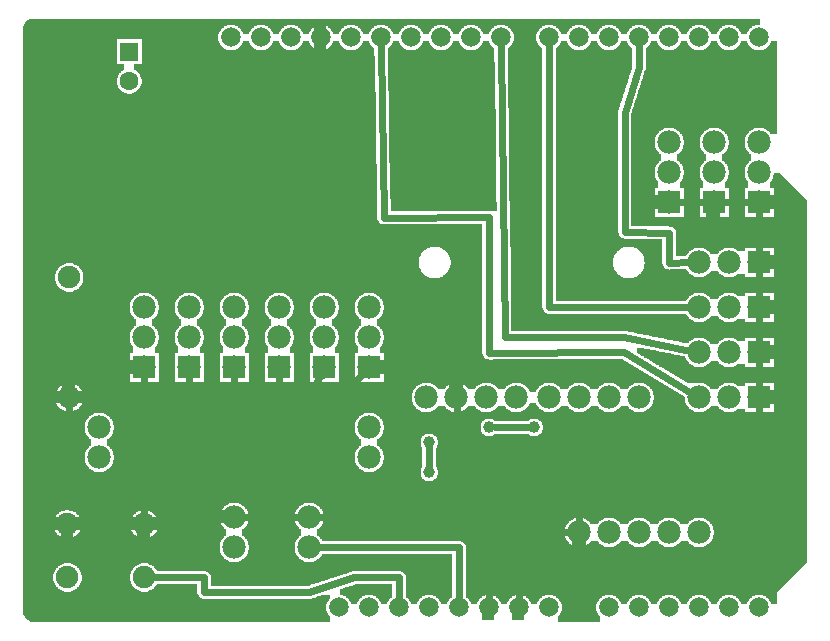
<source format=gbl>
G04 MADE WITH FRITZING*
G04 WWW.FRITZING.ORG*
G04 DOUBLE SIDED*
G04 HOLES PLATED*
G04 CONTOUR ON CENTER OF CONTOUR VECTOR*
%ASAXBY*%
%FSLAX23Y23*%
%MOIN*%
%OFA0B0*%
%SFA1.0B1.0*%
%ADD10C,0.075000*%
%ADD11C,0.039370*%
%ADD12C,0.062992*%
%ADD13C,0.078000*%
%ADD14C,0.065278*%
%ADD15R,0.062992X0.062992*%
%ADD16R,0.078000X0.078000*%
%ADD17C,0.024000*%
%LNCOPPER0*%
G90*
G70*
G54D10*
X1340Y1873D03*
X1735Y1922D03*
G54D11*
X1755Y696D03*
X1605Y696D03*
X1405Y646D03*
X1405Y546D03*
G54D10*
X455Y196D03*
X199Y196D03*
X455Y373D03*
X199Y373D03*
G54D12*
X405Y1949D03*
X405Y1851D03*
G54D10*
X205Y796D03*
X205Y1196D03*
G54D13*
X1905Y346D03*
X2005Y346D03*
X2105Y346D03*
X2205Y346D03*
X2305Y346D03*
X1005Y396D03*
X1005Y296D03*
X755Y396D03*
X755Y296D03*
X1205Y696D03*
X1205Y596D03*
X305Y696D03*
X305Y596D03*
X1395Y796D03*
X1495Y796D03*
X1595Y796D03*
X1695Y796D03*
X1395Y796D03*
X1495Y796D03*
X1595Y796D03*
X1695Y796D03*
X2105Y796D03*
X2005Y796D03*
X1905Y796D03*
X1805Y796D03*
X2505Y1446D03*
X2505Y1546D03*
X2505Y1646D03*
X2355Y1446D03*
X2355Y1546D03*
X2355Y1646D03*
X2205Y1446D03*
X2205Y1546D03*
X2205Y1646D03*
X2505Y1246D03*
X2405Y1246D03*
X2305Y1246D03*
X2505Y1096D03*
X2405Y1096D03*
X2305Y1096D03*
X2505Y946D03*
X2405Y946D03*
X2305Y946D03*
X2505Y796D03*
X2405Y796D03*
X2305Y796D03*
X1205Y896D03*
X1205Y996D03*
X1205Y1096D03*
X1055Y896D03*
X1055Y996D03*
X1055Y1096D03*
X905Y896D03*
X905Y996D03*
X905Y1096D03*
X755Y896D03*
X755Y996D03*
X755Y1096D03*
X605Y896D03*
X605Y996D03*
X605Y1096D03*
X455Y896D03*
X455Y996D03*
X455Y1096D03*
G54D14*
X2104Y96D03*
X2204Y96D03*
X2304Y96D03*
X2404Y96D03*
X2504Y96D03*
X1644Y1996D03*
X1544Y1996D03*
X1444Y1996D03*
X1344Y1996D03*
X1244Y1996D03*
X1144Y1996D03*
X1044Y1996D03*
X944Y1996D03*
X844Y1996D03*
X744Y1996D03*
X2504Y1996D03*
X2404Y1996D03*
X2304Y1996D03*
X2204Y1996D03*
X2104Y1996D03*
X2004Y1996D03*
X1904Y1996D03*
X1804Y1996D03*
X1204Y96D03*
X1104Y96D03*
X1304Y96D03*
X1404Y96D03*
X1504Y96D03*
X1604Y96D03*
X1704Y96D03*
X1804Y96D03*
X2004Y96D03*
G54D15*
X405Y1949D03*
G54D16*
X2505Y1446D03*
X2355Y1446D03*
X2205Y1446D03*
X2505Y1246D03*
X2505Y1096D03*
X2505Y946D03*
X2505Y796D03*
X1205Y896D03*
X1055Y896D03*
X905Y896D03*
X755Y896D03*
X605Y896D03*
X455Y896D03*
G54D17*
X975Y396D02*
X785Y396D01*
D02*
X1605Y398D02*
X1604Y127D01*
D02*
X1035Y396D02*
X1605Y398D01*
D02*
X1624Y696D02*
X1736Y696D01*
D02*
X1405Y627D02*
X1405Y565D01*
D02*
X2054Y946D02*
X1605Y944D01*
D02*
X1605Y944D02*
X1605Y1396D01*
D02*
X1605Y1396D02*
X1254Y1395D01*
D02*
X1254Y1395D02*
X1245Y1965D01*
D02*
X2279Y812D02*
X2054Y946D01*
D02*
X2055Y996D02*
X1657Y998D01*
D02*
X1657Y998D02*
X1644Y1965D01*
D02*
X2275Y952D02*
X2055Y996D01*
D02*
X1805Y1096D02*
X1804Y1965D01*
D02*
X2275Y1096D02*
X1805Y1096D01*
D02*
X2104Y1897D02*
X2104Y1965D01*
D02*
X2056Y1745D02*
X2104Y1897D01*
D02*
X2057Y1348D02*
X2056Y1745D01*
D02*
X2205Y1344D02*
X2057Y1348D01*
D02*
X2205Y1244D02*
X2205Y1344D01*
D02*
X2275Y1246D02*
X2205Y1244D01*
D02*
X2505Y826D02*
X2505Y916D01*
D02*
X2505Y976D02*
X2505Y1066D01*
D02*
X2505Y1126D02*
X2505Y1216D01*
D02*
X2385Y1446D02*
X2475Y1446D01*
D02*
X2325Y1446D02*
X2235Y1446D01*
D02*
X2505Y1416D02*
X2505Y1276D01*
D02*
X2506Y447D02*
X1905Y446D01*
D02*
X1905Y446D02*
X1905Y376D01*
D02*
X2505Y766D02*
X2506Y447D01*
D02*
X1704Y346D02*
X1704Y127D01*
D02*
X1875Y346D02*
X1704Y346D01*
D02*
X1304Y496D02*
X1104Y494D01*
D02*
X1304Y447D02*
X1304Y496D01*
D02*
X1505Y447D02*
X1304Y447D01*
D02*
X1105Y796D02*
X1183Y875D01*
D02*
X1104Y494D02*
X1105Y796D01*
D02*
X1506Y447D02*
X1505Y447D01*
D02*
X1005Y796D02*
X1041Y869D01*
D02*
X1005Y494D02*
X1005Y796D01*
D02*
X1104Y494D02*
X1005Y494D01*
D02*
X905Y496D02*
X905Y866D01*
D02*
X1005Y494D02*
X905Y496D01*
D02*
X755Y496D02*
X755Y866D01*
D02*
X905Y496D02*
X755Y496D01*
D02*
X606Y496D02*
X605Y866D01*
D02*
X755Y496D02*
X606Y496D01*
D02*
X453Y496D02*
X455Y866D01*
D02*
X606Y496D02*
X453Y496D01*
D02*
X455Y494D02*
X204Y494D01*
D02*
X204Y494D02*
X205Y768D01*
D02*
X453Y496D02*
X455Y494D01*
D02*
X455Y494D02*
X455Y402D01*
D02*
X1605Y447D02*
X1506Y447D01*
D02*
X1506Y447D02*
X1496Y766D01*
D02*
X1604Y127D02*
X1605Y447D01*
D02*
X1155Y196D02*
X1004Y147D01*
D02*
X655Y196D02*
X483Y196D01*
D02*
X655Y147D02*
X655Y196D01*
D02*
X1004Y147D02*
X655Y147D01*
D02*
X1304Y196D02*
X1155Y196D01*
D02*
X1304Y127D02*
X1304Y196D01*
D02*
X1505Y296D02*
X1035Y296D01*
D02*
X1504Y127D02*
X1505Y296D01*
G36*
X1284Y1985D02*
X1284Y1979D01*
X1282Y1979D01*
X1282Y1975D01*
X1280Y1975D01*
X1280Y1971D01*
X1278Y1971D01*
X1278Y1969D01*
X1276Y1969D01*
X1276Y1967D01*
X1274Y1967D01*
X1274Y1965D01*
X1272Y1965D01*
X1272Y1963D01*
X1270Y1963D01*
X1270Y1961D01*
X1268Y1961D01*
X1268Y1959D01*
X1266Y1959D01*
X1266Y1953D01*
X1334Y1953D01*
X1334Y1955D01*
X1328Y1955D01*
X1328Y1957D01*
X1324Y1957D01*
X1324Y1959D01*
X1320Y1959D01*
X1320Y1961D01*
X1318Y1961D01*
X1318Y1963D01*
X1316Y1963D01*
X1316Y1965D01*
X1314Y1965D01*
X1314Y1967D01*
X1312Y1967D01*
X1312Y1969D01*
X1310Y1969D01*
X1310Y1971D01*
X1308Y1971D01*
X1308Y1975D01*
X1306Y1975D01*
X1306Y1979D01*
X1304Y1979D01*
X1304Y1985D01*
X1284Y1985D01*
G37*
D02*
G36*
X1384Y1985D02*
X1384Y1979D01*
X1382Y1979D01*
X1382Y1975D01*
X1380Y1975D01*
X1380Y1971D01*
X1378Y1971D01*
X1378Y1969D01*
X1376Y1969D01*
X1376Y1967D01*
X1374Y1967D01*
X1374Y1965D01*
X1372Y1965D01*
X1372Y1963D01*
X1370Y1963D01*
X1370Y1961D01*
X1368Y1961D01*
X1368Y1959D01*
X1364Y1959D01*
X1364Y1957D01*
X1360Y1957D01*
X1360Y1955D01*
X1354Y1955D01*
X1354Y1953D01*
X1434Y1953D01*
X1434Y1955D01*
X1428Y1955D01*
X1428Y1957D01*
X1424Y1957D01*
X1424Y1959D01*
X1420Y1959D01*
X1420Y1961D01*
X1418Y1961D01*
X1418Y1963D01*
X1416Y1963D01*
X1416Y1965D01*
X1414Y1965D01*
X1414Y1967D01*
X1412Y1967D01*
X1412Y1969D01*
X1410Y1969D01*
X1410Y1971D01*
X1408Y1971D01*
X1408Y1975D01*
X1406Y1975D01*
X1406Y1979D01*
X1404Y1979D01*
X1404Y1985D01*
X1384Y1985D01*
G37*
D02*
G36*
X1484Y1985D02*
X1484Y1979D01*
X1482Y1979D01*
X1482Y1975D01*
X1480Y1975D01*
X1480Y1971D01*
X1478Y1971D01*
X1478Y1969D01*
X1476Y1969D01*
X1476Y1967D01*
X1474Y1967D01*
X1474Y1965D01*
X1472Y1965D01*
X1472Y1963D01*
X1470Y1963D01*
X1470Y1961D01*
X1468Y1961D01*
X1468Y1959D01*
X1464Y1959D01*
X1464Y1957D01*
X1460Y1957D01*
X1460Y1955D01*
X1454Y1955D01*
X1454Y1953D01*
X1534Y1953D01*
X1534Y1955D01*
X1528Y1955D01*
X1528Y1957D01*
X1524Y1957D01*
X1524Y1959D01*
X1520Y1959D01*
X1520Y1961D01*
X1518Y1961D01*
X1518Y1963D01*
X1516Y1963D01*
X1516Y1965D01*
X1514Y1965D01*
X1514Y1967D01*
X1512Y1967D01*
X1512Y1969D01*
X1510Y1969D01*
X1510Y1971D01*
X1508Y1971D01*
X1508Y1975D01*
X1506Y1975D01*
X1506Y1979D01*
X1504Y1979D01*
X1504Y1985D01*
X1484Y1985D01*
G37*
D02*
G36*
X1584Y1985D02*
X1584Y1979D01*
X1582Y1979D01*
X1582Y1975D01*
X1580Y1975D01*
X1580Y1971D01*
X1578Y1971D01*
X1578Y1969D01*
X1576Y1969D01*
X1576Y1967D01*
X1574Y1967D01*
X1574Y1965D01*
X1572Y1965D01*
X1572Y1963D01*
X1570Y1963D01*
X1570Y1961D01*
X1568Y1961D01*
X1568Y1959D01*
X1564Y1959D01*
X1564Y1957D01*
X1560Y1957D01*
X1560Y1955D01*
X1554Y1955D01*
X1554Y1953D01*
X1622Y1953D01*
X1622Y1959D01*
X1620Y1959D01*
X1620Y1961D01*
X1618Y1961D01*
X1618Y1963D01*
X1616Y1963D01*
X1616Y1965D01*
X1614Y1965D01*
X1614Y1967D01*
X1612Y1967D01*
X1612Y1969D01*
X1610Y1969D01*
X1610Y1971D01*
X1608Y1971D01*
X1608Y1975D01*
X1606Y1975D01*
X1606Y1979D01*
X1604Y1979D01*
X1604Y1985D01*
X1584Y1985D01*
G37*
D02*
G36*
X1266Y1953D02*
X1266Y1951D01*
X1622Y1951D01*
X1622Y1953D01*
X1266Y1953D01*
G37*
D02*
G36*
X1266Y1953D02*
X1266Y1951D01*
X1622Y1951D01*
X1622Y1953D01*
X1266Y1953D01*
G37*
D02*
G36*
X1266Y1953D02*
X1266Y1951D01*
X1622Y1951D01*
X1622Y1953D01*
X1266Y1953D01*
G37*
D02*
G36*
X1266Y1953D02*
X1266Y1951D01*
X1622Y1951D01*
X1622Y1953D01*
X1266Y1953D01*
G37*
D02*
G36*
X1266Y1951D02*
X1266Y1937D01*
X1268Y1937D01*
X1268Y1817D01*
X1270Y1817D01*
X1270Y1697D01*
X1272Y1697D01*
X1272Y1577D01*
X1274Y1577D01*
X1274Y1457D01*
X1276Y1457D01*
X1276Y1417D01*
X1630Y1417D01*
X1630Y1449D01*
X1628Y1449D01*
X1628Y1605D01*
X1626Y1605D01*
X1626Y1759D01*
X1624Y1759D01*
X1624Y1915D01*
X1622Y1915D01*
X1622Y1951D01*
X1266Y1951D01*
G37*
D02*
G36*
X76Y2059D02*
X76Y2057D01*
X70Y2057D01*
X70Y2055D01*
X68Y2055D01*
X68Y2053D01*
X64Y2053D01*
X64Y2051D01*
X62Y2051D01*
X62Y2049D01*
X60Y2049D01*
X60Y2047D01*
X58Y2047D01*
X58Y2043D01*
X56Y2043D01*
X56Y2041D01*
X54Y2041D01*
X54Y2037D01*
X2416Y2037D01*
X2416Y2035D01*
X2422Y2035D01*
X2422Y2033D01*
X2426Y2033D01*
X2426Y2031D01*
X2428Y2031D01*
X2428Y2029D01*
X2432Y2029D01*
X2432Y2027D01*
X2434Y2027D01*
X2434Y2025D01*
X2436Y2025D01*
X2436Y2021D01*
X2438Y2021D01*
X2438Y2019D01*
X2440Y2019D01*
X2440Y2017D01*
X2442Y2017D01*
X2442Y2013D01*
X2444Y2013D01*
X2444Y2007D01*
X2464Y2007D01*
X2464Y2013D01*
X2466Y2013D01*
X2466Y2017D01*
X2468Y2017D01*
X2468Y2019D01*
X2470Y2019D01*
X2470Y2021D01*
X2472Y2021D01*
X2472Y2025D01*
X2474Y2025D01*
X2474Y2027D01*
X2476Y2027D01*
X2476Y2029D01*
X2480Y2029D01*
X2480Y2031D01*
X2482Y2031D01*
X2482Y2033D01*
X2486Y2033D01*
X2486Y2035D01*
X2492Y2035D01*
X2492Y2037D01*
X2508Y2037D01*
X2508Y2057D01*
X2506Y2057D01*
X2506Y2059D01*
X76Y2059D01*
G37*
D02*
G36*
X54Y2037D02*
X54Y2035D01*
X52Y2035D01*
X52Y1991D01*
X446Y1991D01*
X446Y1953D01*
X734Y1953D01*
X734Y1955D01*
X728Y1955D01*
X728Y1957D01*
X724Y1957D01*
X724Y1959D01*
X720Y1959D01*
X720Y1961D01*
X718Y1961D01*
X718Y1963D01*
X716Y1963D01*
X716Y1965D01*
X714Y1965D01*
X714Y1967D01*
X712Y1967D01*
X712Y1969D01*
X710Y1969D01*
X710Y1971D01*
X708Y1971D01*
X708Y1975D01*
X706Y1975D01*
X706Y1979D01*
X704Y1979D01*
X704Y1985D01*
X702Y1985D01*
X702Y2007D01*
X704Y2007D01*
X704Y2013D01*
X706Y2013D01*
X706Y2017D01*
X708Y2017D01*
X708Y2019D01*
X710Y2019D01*
X710Y2021D01*
X712Y2021D01*
X712Y2025D01*
X714Y2025D01*
X714Y2027D01*
X716Y2027D01*
X716Y2029D01*
X720Y2029D01*
X720Y2031D01*
X722Y2031D01*
X722Y2033D01*
X726Y2033D01*
X726Y2035D01*
X732Y2035D01*
X732Y2037D01*
X54Y2037D01*
G37*
D02*
G36*
X756Y2037D02*
X756Y2035D01*
X762Y2035D01*
X762Y2033D01*
X766Y2033D01*
X766Y2031D01*
X768Y2031D01*
X768Y2029D01*
X772Y2029D01*
X772Y2027D01*
X774Y2027D01*
X774Y2025D01*
X776Y2025D01*
X776Y2021D01*
X778Y2021D01*
X778Y2019D01*
X780Y2019D01*
X780Y2015D01*
X782Y2015D01*
X782Y2013D01*
X784Y2013D01*
X784Y2007D01*
X804Y2007D01*
X804Y2013D01*
X806Y2013D01*
X806Y2017D01*
X808Y2017D01*
X808Y2019D01*
X810Y2019D01*
X810Y2021D01*
X812Y2021D01*
X812Y2025D01*
X814Y2025D01*
X814Y2027D01*
X816Y2027D01*
X816Y2029D01*
X820Y2029D01*
X820Y2031D01*
X822Y2031D01*
X822Y2033D01*
X826Y2033D01*
X826Y2035D01*
X832Y2035D01*
X832Y2037D01*
X756Y2037D01*
G37*
D02*
G36*
X856Y2037D02*
X856Y2035D01*
X862Y2035D01*
X862Y2033D01*
X866Y2033D01*
X866Y2031D01*
X868Y2031D01*
X868Y2029D01*
X872Y2029D01*
X872Y2027D01*
X874Y2027D01*
X874Y2025D01*
X876Y2025D01*
X876Y2021D01*
X878Y2021D01*
X878Y2019D01*
X880Y2019D01*
X880Y2017D01*
X882Y2017D01*
X882Y2013D01*
X884Y2013D01*
X884Y2007D01*
X904Y2007D01*
X904Y2013D01*
X906Y2013D01*
X906Y2017D01*
X908Y2017D01*
X908Y2019D01*
X910Y2019D01*
X910Y2021D01*
X912Y2021D01*
X912Y2025D01*
X914Y2025D01*
X914Y2027D01*
X916Y2027D01*
X916Y2029D01*
X920Y2029D01*
X920Y2031D01*
X922Y2031D01*
X922Y2033D01*
X926Y2033D01*
X926Y2035D01*
X932Y2035D01*
X932Y2037D01*
X856Y2037D01*
G37*
D02*
G36*
X956Y2037D02*
X956Y2035D01*
X962Y2035D01*
X962Y2033D01*
X966Y2033D01*
X966Y2031D01*
X968Y2031D01*
X968Y2029D01*
X972Y2029D01*
X972Y2027D01*
X974Y2027D01*
X974Y2025D01*
X976Y2025D01*
X976Y2021D01*
X978Y2021D01*
X978Y2019D01*
X980Y2019D01*
X980Y2017D01*
X982Y2017D01*
X982Y2013D01*
X984Y2013D01*
X984Y2007D01*
X1004Y2007D01*
X1004Y2013D01*
X1006Y2013D01*
X1006Y2017D01*
X1008Y2017D01*
X1008Y2019D01*
X1010Y2019D01*
X1010Y2021D01*
X1012Y2021D01*
X1012Y2025D01*
X1014Y2025D01*
X1014Y2027D01*
X1016Y2027D01*
X1016Y2029D01*
X1020Y2029D01*
X1020Y2031D01*
X1022Y2031D01*
X1022Y2033D01*
X1026Y2033D01*
X1026Y2035D01*
X1032Y2035D01*
X1032Y2037D01*
X956Y2037D01*
G37*
D02*
G36*
X1056Y2037D02*
X1056Y2035D01*
X1062Y2035D01*
X1062Y2033D01*
X1066Y2033D01*
X1066Y2031D01*
X1068Y2031D01*
X1068Y2029D01*
X1072Y2029D01*
X1072Y2027D01*
X1074Y2027D01*
X1074Y2025D01*
X1076Y2025D01*
X1076Y2021D01*
X1078Y2021D01*
X1078Y2019D01*
X1080Y2019D01*
X1080Y2017D01*
X1082Y2017D01*
X1082Y2013D01*
X1084Y2013D01*
X1084Y2007D01*
X1104Y2007D01*
X1104Y2013D01*
X1106Y2013D01*
X1106Y2017D01*
X1108Y2017D01*
X1108Y2019D01*
X1110Y2019D01*
X1110Y2021D01*
X1112Y2021D01*
X1112Y2025D01*
X1114Y2025D01*
X1114Y2027D01*
X1116Y2027D01*
X1116Y2029D01*
X1120Y2029D01*
X1120Y2031D01*
X1122Y2031D01*
X1122Y2033D01*
X1126Y2033D01*
X1126Y2035D01*
X1132Y2035D01*
X1132Y2037D01*
X1056Y2037D01*
G37*
D02*
G36*
X1156Y2037D02*
X1156Y2035D01*
X1162Y2035D01*
X1162Y2033D01*
X1166Y2033D01*
X1166Y2031D01*
X1168Y2031D01*
X1168Y2029D01*
X1172Y2029D01*
X1172Y2027D01*
X1174Y2027D01*
X1174Y2025D01*
X1176Y2025D01*
X1176Y2021D01*
X1178Y2021D01*
X1178Y2019D01*
X1180Y2019D01*
X1180Y2017D01*
X1182Y2017D01*
X1182Y2013D01*
X1184Y2013D01*
X1184Y2007D01*
X1204Y2007D01*
X1204Y2013D01*
X1206Y2013D01*
X1206Y2017D01*
X1208Y2017D01*
X1208Y2019D01*
X1210Y2019D01*
X1210Y2021D01*
X1212Y2021D01*
X1212Y2025D01*
X1214Y2025D01*
X1214Y2027D01*
X1216Y2027D01*
X1216Y2029D01*
X1220Y2029D01*
X1220Y2031D01*
X1222Y2031D01*
X1222Y2033D01*
X1226Y2033D01*
X1226Y2035D01*
X1232Y2035D01*
X1232Y2037D01*
X1156Y2037D01*
G37*
D02*
G36*
X1256Y2037D02*
X1256Y2035D01*
X1262Y2035D01*
X1262Y2033D01*
X1266Y2033D01*
X1266Y2031D01*
X1268Y2031D01*
X1268Y2029D01*
X1272Y2029D01*
X1272Y2027D01*
X1274Y2027D01*
X1274Y2025D01*
X1276Y2025D01*
X1276Y2021D01*
X1278Y2021D01*
X1278Y2019D01*
X1280Y2019D01*
X1280Y2017D01*
X1282Y2017D01*
X1282Y2013D01*
X1284Y2013D01*
X1284Y2007D01*
X1304Y2007D01*
X1304Y2013D01*
X1306Y2013D01*
X1306Y2017D01*
X1308Y2017D01*
X1308Y2019D01*
X1310Y2019D01*
X1310Y2021D01*
X1312Y2021D01*
X1312Y2025D01*
X1314Y2025D01*
X1314Y2027D01*
X1316Y2027D01*
X1316Y2029D01*
X1320Y2029D01*
X1320Y2031D01*
X1322Y2031D01*
X1322Y2033D01*
X1326Y2033D01*
X1326Y2035D01*
X1332Y2035D01*
X1332Y2037D01*
X1256Y2037D01*
G37*
D02*
G36*
X1356Y2037D02*
X1356Y2035D01*
X1362Y2035D01*
X1362Y2033D01*
X1366Y2033D01*
X1366Y2031D01*
X1368Y2031D01*
X1368Y2029D01*
X1372Y2029D01*
X1372Y2027D01*
X1374Y2027D01*
X1374Y2025D01*
X1376Y2025D01*
X1376Y2021D01*
X1378Y2021D01*
X1378Y2019D01*
X1380Y2019D01*
X1380Y2017D01*
X1382Y2017D01*
X1382Y2013D01*
X1384Y2013D01*
X1384Y2007D01*
X1404Y2007D01*
X1404Y2013D01*
X1406Y2013D01*
X1406Y2017D01*
X1408Y2017D01*
X1408Y2019D01*
X1410Y2019D01*
X1410Y2021D01*
X1412Y2021D01*
X1412Y2025D01*
X1414Y2025D01*
X1414Y2027D01*
X1416Y2027D01*
X1416Y2029D01*
X1420Y2029D01*
X1420Y2031D01*
X1422Y2031D01*
X1422Y2033D01*
X1426Y2033D01*
X1426Y2035D01*
X1432Y2035D01*
X1432Y2037D01*
X1356Y2037D01*
G37*
D02*
G36*
X1456Y2037D02*
X1456Y2035D01*
X1462Y2035D01*
X1462Y2033D01*
X1466Y2033D01*
X1466Y2031D01*
X1468Y2031D01*
X1468Y2029D01*
X1472Y2029D01*
X1472Y2027D01*
X1474Y2027D01*
X1474Y2025D01*
X1476Y2025D01*
X1476Y2021D01*
X1478Y2021D01*
X1478Y2019D01*
X1480Y2019D01*
X1480Y2017D01*
X1482Y2017D01*
X1482Y2013D01*
X1484Y2013D01*
X1484Y2007D01*
X1504Y2007D01*
X1504Y2013D01*
X1506Y2013D01*
X1506Y2017D01*
X1508Y2017D01*
X1508Y2019D01*
X1510Y2019D01*
X1510Y2021D01*
X1512Y2021D01*
X1512Y2025D01*
X1514Y2025D01*
X1514Y2027D01*
X1516Y2027D01*
X1516Y2029D01*
X1520Y2029D01*
X1520Y2031D01*
X1522Y2031D01*
X1522Y2033D01*
X1526Y2033D01*
X1526Y2035D01*
X1532Y2035D01*
X1532Y2037D01*
X1456Y2037D01*
G37*
D02*
G36*
X1556Y2037D02*
X1556Y2035D01*
X1562Y2035D01*
X1562Y2033D01*
X1566Y2033D01*
X1566Y2031D01*
X1568Y2031D01*
X1568Y2029D01*
X1572Y2029D01*
X1572Y2027D01*
X1574Y2027D01*
X1574Y2025D01*
X1576Y2025D01*
X1576Y2021D01*
X1578Y2021D01*
X1578Y2019D01*
X1580Y2019D01*
X1580Y2017D01*
X1582Y2017D01*
X1582Y2013D01*
X1584Y2013D01*
X1584Y2007D01*
X1604Y2007D01*
X1604Y2013D01*
X1606Y2013D01*
X1606Y2017D01*
X1608Y2017D01*
X1608Y2019D01*
X1610Y2019D01*
X1610Y2023D01*
X1612Y2023D01*
X1612Y2025D01*
X1614Y2025D01*
X1614Y2027D01*
X1616Y2027D01*
X1616Y2029D01*
X1620Y2029D01*
X1620Y2031D01*
X1622Y2031D01*
X1622Y2033D01*
X1626Y2033D01*
X1626Y2035D01*
X1632Y2035D01*
X1632Y2037D01*
X1556Y2037D01*
G37*
D02*
G36*
X1656Y2037D02*
X1656Y2035D01*
X1662Y2035D01*
X1662Y2033D01*
X1666Y2033D01*
X1666Y2031D01*
X1668Y2031D01*
X1668Y2029D01*
X1672Y2029D01*
X1672Y2027D01*
X1674Y2027D01*
X1674Y2025D01*
X1676Y2025D01*
X1676Y2021D01*
X1678Y2021D01*
X1678Y2019D01*
X1680Y2019D01*
X1680Y2015D01*
X1682Y2015D01*
X1682Y2013D01*
X1684Y2013D01*
X1684Y2007D01*
X1686Y2007D01*
X1686Y1985D01*
X1684Y1985D01*
X1684Y1979D01*
X1682Y1979D01*
X1682Y1975D01*
X1680Y1975D01*
X1680Y1971D01*
X1678Y1971D01*
X1678Y1969D01*
X1676Y1969D01*
X1676Y1967D01*
X1674Y1967D01*
X1674Y1965D01*
X1672Y1965D01*
X1672Y1963D01*
X1670Y1963D01*
X1670Y1961D01*
X1668Y1961D01*
X1668Y1959D01*
X1666Y1959D01*
X1666Y1917D01*
X1668Y1917D01*
X1668Y1761D01*
X1670Y1761D01*
X1670Y1607D01*
X1672Y1607D01*
X1672Y1451D01*
X1674Y1451D01*
X1674Y1297D01*
X1676Y1297D01*
X1676Y1141D01*
X1678Y1141D01*
X1678Y1047D01*
X2294Y1047D01*
X2294Y1049D01*
X2288Y1049D01*
X2288Y1051D01*
X2284Y1051D01*
X2284Y1053D01*
X2280Y1053D01*
X2280Y1055D01*
X2276Y1055D01*
X2276Y1057D01*
X2274Y1057D01*
X2274Y1059D01*
X2272Y1059D01*
X2272Y1061D01*
X2270Y1061D01*
X2270Y1063D01*
X2268Y1063D01*
X2268Y1065D01*
X2266Y1065D01*
X2266Y1067D01*
X2264Y1067D01*
X2264Y1071D01*
X2262Y1071D01*
X2262Y1073D01*
X1804Y1073D01*
X1804Y1075D01*
X1796Y1075D01*
X1796Y1077D01*
X1792Y1077D01*
X1792Y1079D01*
X1790Y1079D01*
X1790Y1081D01*
X1788Y1081D01*
X1788Y1083D01*
X1786Y1083D01*
X1786Y1087D01*
X1784Y1087D01*
X1784Y1093D01*
X1782Y1093D01*
X1782Y1959D01*
X1780Y1959D01*
X1780Y1961D01*
X1778Y1961D01*
X1778Y1963D01*
X1776Y1963D01*
X1776Y1965D01*
X1774Y1965D01*
X1774Y1967D01*
X1772Y1967D01*
X1772Y1969D01*
X1770Y1969D01*
X1770Y1971D01*
X1768Y1971D01*
X1768Y1975D01*
X1766Y1975D01*
X1766Y1979D01*
X1764Y1979D01*
X1764Y1985D01*
X1762Y1985D01*
X1762Y2007D01*
X1764Y2007D01*
X1764Y2013D01*
X1766Y2013D01*
X1766Y2017D01*
X1768Y2017D01*
X1768Y2019D01*
X1770Y2019D01*
X1770Y2021D01*
X1772Y2021D01*
X1772Y2025D01*
X1774Y2025D01*
X1774Y2027D01*
X1776Y2027D01*
X1776Y2029D01*
X1780Y2029D01*
X1780Y2031D01*
X1782Y2031D01*
X1782Y2033D01*
X1786Y2033D01*
X1786Y2035D01*
X1792Y2035D01*
X1792Y2037D01*
X1656Y2037D01*
G37*
D02*
G36*
X1816Y2037D02*
X1816Y2035D01*
X1822Y2035D01*
X1822Y2033D01*
X1826Y2033D01*
X1826Y2031D01*
X1828Y2031D01*
X1828Y2029D01*
X1832Y2029D01*
X1832Y2027D01*
X1834Y2027D01*
X1834Y2025D01*
X1836Y2025D01*
X1836Y2021D01*
X1838Y2021D01*
X1838Y2019D01*
X1840Y2019D01*
X1840Y2017D01*
X1842Y2017D01*
X1842Y2013D01*
X1844Y2013D01*
X1844Y2007D01*
X1864Y2007D01*
X1864Y2013D01*
X1866Y2013D01*
X1866Y2017D01*
X1868Y2017D01*
X1868Y2019D01*
X1870Y2019D01*
X1870Y2021D01*
X1872Y2021D01*
X1872Y2025D01*
X1874Y2025D01*
X1874Y2027D01*
X1876Y2027D01*
X1876Y2029D01*
X1880Y2029D01*
X1880Y2031D01*
X1882Y2031D01*
X1882Y2033D01*
X1886Y2033D01*
X1886Y2035D01*
X1892Y2035D01*
X1892Y2037D01*
X1816Y2037D01*
G37*
D02*
G36*
X1916Y2037D02*
X1916Y2035D01*
X1922Y2035D01*
X1922Y2033D01*
X1926Y2033D01*
X1926Y2031D01*
X1928Y2031D01*
X1928Y2029D01*
X1932Y2029D01*
X1932Y2027D01*
X1934Y2027D01*
X1934Y2025D01*
X1936Y2025D01*
X1936Y2021D01*
X1938Y2021D01*
X1938Y2019D01*
X1940Y2019D01*
X1940Y2017D01*
X1942Y2017D01*
X1942Y2013D01*
X1944Y2013D01*
X1944Y2007D01*
X1964Y2007D01*
X1964Y2013D01*
X1966Y2013D01*
X1966Y2017D01*
X1968Y2017D01*
X1968Y2019D01*
X1970Y2019D01*
X1970Y2021D01*
X1972Y2021D01*
X1972Y2025D01*
X1974Y2025D01*
X1974Y2027D01*
X1976Y2027D01*
X1976Y2029D01*
X1980Y2029D01*
X1980Y2031D01*
X1982Y2031D01*
X1982Y2033D01*
X1986Y2033D01*
X1986Y2035D01*
X1992Y2035D01*
X1992Y2037D01*
X1916Y2037D01*
G37*
D02*
G36*
X2016Y2037D02*
X2016Y2035D01*
X2022Y2035D01*
X2022Y2033D01*
X2026Y2033D01*
X2026Y2031D01*
X2028Y2031D01*
X2028Y2029D01*
X2032Y2029D01*
X2032Y2027D01*
X2034Y2027D01*
X2034Y2025D01*
X2036Y2025D01*
X2036Y2021D01*
X2038Y2021D01*
X2038Y2019D01*
X2040Y2019D01*
X2040Y2017D01*
X2042Y2017D01*
X2042Y2013D01*
X2044Y2013D01*
X2044Y2007D01*
X2064Y2007D01*
X2064Y2013D01*
X2066Y2013D01*
X2066Y2017D01*
X2068Y2017D01*
X2068Y2019D01*
X2070Y2019D01*
X2070Y2021D01*
X2072Y2021D01*
X2072Y2025D01*
X2074Y2025D01*
X2074Y2027D01*
X2076Y2027D01*
X2076Y2029D01*
X2080Y2029D01*
X2080Y2031D01*
X2082Y2031D01*
X2082Y2033D01*
X2086Y2033D01*
X2086Y2035D01*
X2092Y2035D01*
X2092Y2037D01*
X2016Y2037D01*
G37*
D02*
G36*
X2116Y2037D02*
X2116Y2035D01*
X2122Y2035D01*
X2122Y2033D01*
X2126Y2033D01*
X2126Y2031D01*
X2128Y2031D01*
X2128Y2029D01*
X2132Y2029D01*
X2132Y2027D01*
X2134Y2027D01*
X2134Y2025D01*
X2136Y2025D01*
X2136Y2021D01*
X2138Y2021D01*
X2138Y2019D01*
X2140Y2019D01*
X2140Y2017D01*
X2142Y2017D01*
X2142Y2013D01*
X2144Y2013D01*
X2144Y2007D01*
X2164Y2007D01*
X2164Y2013D01*
X2166Y2013D01*
X2166Y2017D01*
X2168Y2017D01*
X2168Y2019D01*
X2170Y2019D01*
X2170Y2023D01*
X2172Y2023D01*
X2172Y2025D01*
X2174Y2025D01*
X2174Y2027D01*
X2176Y2027D01*
X2176Y2029D01*
X2180Y2029D01*
X2180Y2031D01*
X2182Y2031D01*
X2182Y2033D01*
X2186Y2033D01*
X2186Y2035D01*
X2192Y2035D01*
X2192Y2037D01*
X2116Y2037D01*
G37*
D02*
G36*
X2216Y2037D02*
X2216Y2035D01*
X2222Y2035D01*
X2222Y2033D01*
X2226Y2033D01*
X2226Y2031D01*
X2228Y2031D01*
X2228Y2029D01*
X2232Y2029D01*
X2232Y2027D01*
X2234Y2027D01*
X2234Y2025D01*
X2236Y2025D01*
X2236Y2021D01*
X2238Y2021D01*
X2238Y2019D01*
X2240Y2019D01*
X2240Y2015D01*
X2242Y2015D01*
X2242Y2013D01*
X2244Y2013D01*
X2244Y2007D01*
X2264Y2007D01*
X2264Y2013D01*
X2266Y2013D01*
X2266Y2017D01*
X2268Y2017D01*
X2268Y2019D01*
X2270Y2019D01*
X2270Y2021D01*
X2272Y2021D01*
X2272Y2025D01*
X2274Y2025D01*
X2274Y2027D01*
X2276Y2027D01*
X2276Y2029D01*
X2280Y2029D01*
X2280Y2031D01*
X2282Y2031D01*
X2282Y2033D01*
X2286Y2033D01*
X2286Y2035D01*
X2292Y2035D01*
X2292Y2037D01*
X2216Y2037D01*
G37*
D02*
G36*
X2316Y2037D02*
X2316Y2035D01*
X2322Y2035D01*
X2322Y2033D01*
X2326Y2033D01*
X2326Y2031D01*
X2328Y2031D01*
X2328Y2029D01*
X2332Y2029D01*
X2332Y2027D01*
X2334Y2027D01*
X2334Y2025D01*
X2336Y2025D01*
X2336Y2021D01*
X2338Y2021D01*
X2338Y2019D01*
X2340Y2019D01*
X2340Y2017D01*
X2342Y2017D01*
X2342Y2013D01*
X2344Y2013D01*
X2344Y2007D01*
X2364Y2007D01*
X2364Y2013D01*
X2366Y2013D01*
X2366Y2017D01*
X2368Y2017D01*
X2368Y2019D01*
X2370Y2019D01*
X2370Y2021D01*
X2372Y2021D01*
X2372Y2025D01*
X2374Y2025D01*
X2374Y2027D01*
X2376Y2027D01*
X2376Y2029D01*
X2380Y2029D01*
X2380Y2031D01*
X2382Y2031D01*
X2382Y2033D01*
X2386Y2033D01*
X2386Y2035D01*
X2392Y2035D01*
X2392Y2037D01*
X2316Y2037D01*
G37*
D02*
G36*
X52Y1991D02*
X52Y1809D01*
X396Y1809D01*
X396Y1811D01*
X388Y1811D01*
X388Y1813D01*
X384Y1813D01*
X384Y1815D01*
X382Y1815D01*
X382Y1817D01*
X378Y1817D01*
X378Y1819D01*
X376Y1819D01*
X376Y1821D01*
X374Y1821D01*
X374Y1823D01*
X372Y1823D01*
X372Y1827D01*
X370Y1827D01*
X370Y1829D01*
X368Y1829D01*
X368Y1833D01*
X366Y1833D01*
X366Y1839D01*
X364Y1839D01*
X364Y1861D01*
X366Y1861D01*
X366Y1867D01*
X368Y1867D01*
X368Y1871D01*
X370Y1871D01*
X370Y1875D01*
X372Y1875D01*
X372Y1877D01*
X374Y1877D01*
X374Y1879D01*
X376Y1879D01*
X376Y1881D01*
X378Y1881D01*
X378Y1883D01*
X380Y1883D01*
X380Y1885D01*
X384Y1885D01*
X384Y1887D01*
X388Y1887D01*
X388Y1907D01*
X364Y1907D01*
X364Y1991D01*
X52Y1991D01*
G37*
D02*
G36*
X784Y1985D02*
X784Y1979D01*
X782Y1979D01*
X782Y1975D01*
X780Y1975D01*
X780Y1971D01*
X778Y1971D01*
X778Y1969D01*
X776Y1969D01*
X776Y1967D01*
X774Y1967D01*
X774Y1965D01*
X772Y1965D01*
X772Y1963D01*
X770Y1963D01*
X770Y1961D01*
X768Y1961D01*
X768Y1959D01*
X764Y1959D01*
X764Y1957D01*
X760Y1957D01*
X760Y1955D01*
X754Y1955D01*
X754Y1953D01*
X834Y1953D01*
X834Y1955D01*
X828Y1955D01*
X828Y1957D01*
X824Y1957D01*
X824Y1959D01*
X820Y1959D01*
X820Y1961D01*
X818Y1961D01*
X818Y1963D01*
X816Y1963D01*
X816Y1965D01*
X814Y1965D01*
X814Y1967D01*
X812Y1967D01*
X812Y1969D01*
X810Y1969D01*
X810Y1971D01*
X808Y1971D01*
X808Y1975D01*
X806Y1975D01*
X806Y1979D01*
X804Y1979D01*
X804Y1985D01*
X784Y1985D01*
G37*
D02*
G36*
X884Y1985D02*
X884Y1979D01*
X882Y1979D01*
X882Y1975D01*
X880Y1975D01*
X880Y1971D01*
X878Y1971D01*
X878Y1969D01*
X876Y1969D01*
X876Y1967D01*
X874Y1967D01*
X874Y1965D01*
X872Y1965D01*
X872Y1963D01*
X870Y1963D01*
X870Y1961D01*
X868Y1961D01*
X868Y1959D01*
X864Y1959D01*
X864Y1957D01*
X860Y1957D01*
X860Y1955D01*
X854Y1955D01*
X854Y1953D01*
X934Y1953D01*
X934Y1955D01*
X928Y1955D01*
X928Y1957D01*
X924Y1957D01*
X924Y1959D01*
X920Y1959D01*
X920Y1961D01*
X918Y1961D01*
X918Y1963D01*
X916Y1963D01*
X916Y1965D01*
X914Y1965D01*
X914Y1967D01*
X912Y1967D01*
X912Y1969D01*
X910Y1969D01*
X910Y1971D01*
X908Y1971D01*
X908Y1975D01*
X906Y1975D01*
X906Y1979D01*
X904Y1979D01*
X904Y1985D01*
X884Y1985D01*
G37*
D02*
G36*
X984Y1985D02*
X984Y1979D01*
X982Y1979D01*
X982Y1975D01*
X980Y1975D01*
X980Y1971D01*
X978Y1971D01*
X978Y1969D01*
X976Y1969D01*
X976Y1967D01*
X974Y1967D01*
X974Y1965D01*
X972Y1965D01*
X972Y1963D01*
X970Y1963D01*
X970Y1961D01*
X968Y1961D01*
X968Y1959D01*
X964Y1959D01*
X964Y1957D01*
X960Y1957D01*
X960Y1955D01*
X954Y1955D01*
X954Y1953D01*
X1034Y1953D01*
X1034Y1955D01*
X1028Y1955D01*
X1028Y1957D01*
X1024Y1957D01*
X1024Y1959D01*
X1020Y1959D01*
X1020Y1961D01*
X1018Y1961D01*
X1018Y1963D01*
X1016Y1963D01*
X1016Y1965D01*
X1014Y1965D01*
X1014Y1967D01*
X1012Y1967D01*
X1012Y1969D01*
X1010Y1969D01*
X1010Y1971D01*
X1008Y1971D01*
X1008Y1975D01*
X1006Y1975D01*
X1006Y1979D01*
X1004Y1979D01*
X1004Y1985D01*
X984Y1985D01*
G37*
D02*
G36*
X1084Y1985D02*
X1084Y1979D01*
X1082Y1979D01*
X1082Y1975D01*
X1080Y1975D01*
X1080Y1971D01*
X1078Y1971D01*
X1078Y1969D01*
X1076Y1969D01*
X1076Y1967D01*
X1074Y1967D01*
X1074Y1965D01*
X1072Y1965D01*
X1072Y1963D01*
X1070Y1963D01*
X1070Y1961D01*
X1068Y1961D01*
X1068Y1959D01*
X1064Y1959D01*
X1064Y1957D01*
X1060Y1957D01*
X1060Y1955D01*
X1054Y1955D01*
X1054Y1953D01*
X1134Y1953D01*
X1134Y1955D01*
X1128Y1955D01*
X1128Y1957D01*
X1124Y1957D01*
X1124Y1959D01*
X1120Y1959D01*
X1120Y1961D01*
X1118Y1961D01*
X1118Y1963D01*
X1116Y1963D01*
X1116Y1965D01*
X1114Y1965D01*
X1114Y1967D01*
X1112Y1967D01*
X1112Y1969D01*
X1110Y1969D01*
X1110Y1971D01*
X1108Y1971D01*
X1108Y1975D01*
X1106Y1975D01*
X1106Y1979D01*
X1104Y1979D01*
X1104Y1985D01*
X1084Y1985D01*
G37*
D02*
G36*
X1184Y1985D02*
X1184Y1979D01*
X1182Y1979D01*
X1182Y1975D01*
X1180Y1975D01*
X1180Y1971D01*
X1178Y1971D01*
X1178Y1969D01*
X1176Y1969D01*
X1176Y1967D01*
X1174Y1967D01*
X1174Y1965D01*
X1172Y1965D01*
X1172Y1963D01*
X1170Y1963D01*
X1170Y1961D01*
X1168Y1961D01*
X1168Y1959D01*
X1164Y1959D01*
X1164Y1957D01*
X1160Y1957D01*
X1160Y1955D01*
X1154Y1955D01*
X1154Y1953D01*
X1222Y1953D01*
X1222Y1959D01*
X1220Y1959D01*
X1220Y1961D01*
X1218Y1961D01*
X1218Y1963D01*
X1216Y1963D01*
X1216Y1965D01*
X1214Y1965D01*
X1214Y1967D01*
X1212Y1967D01*
X1212Y1969D01*
X1210Y1969D01*
X1210Y1971D01*
X1208Y1971D01*
X1208Y1975D01*
X1206Y1975D01*
X1206Y1979D01*
X1204Y1979D01*
X1204Y1985D01*
X1184Y1985D01*
G37*
D02*
G36*
X1844Y1985D02*
X1844Y1979D01*
X1842Y1979D01*
X1842Y1975D01*
X1840Y1975D01*
X1840Y1971D01*
X1838Y1971D01*
X1838Y1969D01*
X1836Y1969D01*
X1836Y1967D01*
X1834Y1967D01*
X1834Y1965D01*
X1832Y1965D01*
X1832Y1963D01*
X1830Y1963D01*
X1830Y1961D01*
X1828Y1961D01*
X1828Y1959D01*
X1826Y1959D01*
X1826Y1953D01*
X1894Y1953D01*
X1894Y1955D01*
X1888Y1955D01*
X1888Y1957D01*
X1884Y1957D01*
X1884Y1959D01*
X1880Y1959D01*
X1880Y1961D01*
X1878Y1961D01*
X1878Y1963D01*
X1876Y1963D01*
X1876Y1965D01*
X1874Y1965D01*
X1874Y1967D01*
X1872Y1967D01*
X1872Y1969D01*
X1870Y1969D01*
X1870Y1971D01*
X1868Y1971D01*
X1868Y1975D01*
X1866Y1975D01*
X1866Y1979D01*
X1864Y1979D01*
X1864Y1985D01*
X1844Y1985D01*
G37*
D02*
G36*
X1944Y1985D02*
X1944Y1979D01*
X1942Y1979D01*
X1942Y1975D01*
X1940Y1975D01*
X1940Y1971D01*
X1938Y1971D01*
X1938Y1969D01*
X1936Y1969D01*
X1936Y1967D01*
X1934Y1967D01*
X1934Y1965D01*
X1932Y1965D01*
X1932Y1963D01*
X1930Y1963D01*
X1930Y1961D01*
X1928Y1961D01*
X1928Y1959D01*
X1924Y1959D01*
X1924Y1957D01*
X1920Y1957D01*
X1920Y1955D01*
X1914Y1955D01*
X1914Y1953D01*
X1994Y1953D01*
X1994Y1955D01*
X1988Y1955D01*
X1988Y1957D01*
X1984Y1957D01*
X1984Y1959D01*
X1980Y1959D01*
X1980Y1961D01*
X1978Y1961D01*
X1978Y1963D01*
X1976Y1963D01*
X1976Y1965D01*
X1974Y1965D01*
X1974Y1967D01*
X1972Y1967D01*
X1972Y1969D01*
X1970Y1969D01*
X1970Y1971D01*
X1968Y1971D01*
X1968Y1975D01*
X1966Y1975D01*
X1966Y1979D01*
X1964Y1979D01*
X1964Y1985D01*
X1944Y1985D01*
G37*
D02*
G36*
X2044Y1985D02*
X2044Y1979D01*
X2042Y1979D01*
X2042Y1975D01*
X2040Y1975D01*
X2040Y1971D01*
X2038Y1971D01*
X2038Y1969D01*
X2036Y1969D01*
X2036Y1967D01*
X2034Y1967D01*
X2034Y1965D01*
X2032Y1965D01*
X2032Y1963D01*
X2030Y1963D01*
X2030Y1961D01*
X2028Y1961D01*
X2028Y1959D01*
X2024Y1959D01*
X2024Y1957D01*
X2020Y1957D01*
X2020Y1955D01*
X2014Y1955D01*
X2014Y1953D01*
X2082Y1953D01*
X2082Y1959D01*
X2080Y1959D01*
X2080Y1961D01*
X2078Y1961D01*
X2078Y1963D01*
X2076Y1963D01*
X2076Y1965D01*
X2074Y1965D01*
X2074Y1967D01*
X2072Y1967D01*
X2072Y1969D01*
X2070Y1969D01*
X2070Y1971D01*
X2068Y1971D01*
X2068Y1975D01*
X2066Y1975D01*
X2066Y1979D01*
X2064Y1979D01*
X2064Y1985D01*
X2044Y1985D01*
G37*
D02*
G36*
X2144Y1985D02*
X2144Y1979D01*
X2142Y1979D01*
X2142Y1975D01*
X2140Y1975D01*
X2140Y1971D01*
X2138Y1971D01*
X2138Y1969D01*
X2136Y1969D01*
X2136Y1967D01*
X2134Y1967D01*
X2134Y1965D01*
X2132Y1965D01*
X2132Y1963D01*
X2130Y1963D01*
X2130Y1961D01*
X2128Y1961D01*
X2128Y1959D01*
X2126Y1959D01*
X2126Y1953D01*
X2194Y1953D01*
X2194Y1955D01*
X2188Y1955D01*
X2188Y1957D01*
X2184Y1957D01*
X2184Y1959D01*
X2180Y1959D01*
X2180Y1961D01*
X2178Y1961D01*
X2178Y1963D01*
X2176Y1963D01*
X2176Y1965D01*
X2174Y1965D01*
X2174Y1967D01*
X2172Y1967D01*
X2172Y1969D01*
X2170Y1969D01*
X2170Y1971D01*
X2168Y1971D01*
X2168Y1975D01*
X2166Y1975D01*
X2166Y1979D01*
X2164Y1979D01*
X2164Y1985D01*
X2144Y1985D01*
G37*
D02*
G36*
X2244Y1985D02*
X2244Y1979D01*
X2242Y1979D01*
X2242Y1975D01*
X2240Y1975D01*
X2240Y1971D01*
X2238Y1971D01*
X2238Y1969D01*
X2236Y1969D01*
X2236Y1967D01*
X2234Y1967D01*
X2234Y1965D01*
X2232Y1965D01*
X2232Y1963D01*
X2230Y1963D01*
X2230Y1961D01*
X2228Y1961D01*
X2228Y1959D01*
X2224Y1959D01*
X2224Y1957D01*
X2220Y1957D01*
X2220Y1955D01*
X2214Y1955D01*
X2214Y1953D01*
X2294Y1953D01*
X2294Y1955D01*
X2288Y1955D01*
X2288Y1957D01*
X2284Y1957D01*
X2284Y1959D01*
X2280Y1959D01*
X2280Y1961D01*
X2278Y1961D01*
X2278Y1963D01*
X2276Y1963D01*
X2276Y1965D01*
X2274Y1965D01*
X2274Y1967D01*
X2272Y1967D01*
X2272Y1969D01*
X2270Y1969D01*
X2270Y1971D01*
X2268Y1971D01*
X2268Y1975D01*
X2266Y1975D01*
X2266Y1979D01*
X2264Y1979D01*
X2264Y1985D01*
X2244Y1985D01*
G37*
D02*
G36*
X2344Y1985D02*
X2344Y1979D01*
X2342Y1979D01*
X2342Y1975D01*
X2340Y1975D01*
X2340Y1971D01*
X2338Y1971D01*
X2338Y1969D01*
X2336Y1969D01*
X2336Y1967D01*
X2334Y1967D01*
X2334Y1965D01*
X2332Y1965D01*
X2332Y1963D01*
X2330Y1963D01*
X2330Y1961D01*
X2328Y1961D01*
X2328Y1959D01*
X2324Y1959D01*
X2324Y1957D01*
X2320Y1957D01*
X2320Y1955D01*
X2314Y1955D01*
X2314Y1953D01*
X2394Y1953D01*
X2394Y1955D01*
X2388Y1955D01*
X2388Y1957D01*
X2384Y1957D01*
X2384Y1959D01*
X2380Y1959D01*
X2380Y1961D01*
X2378Y1961D01*
X2378Y1963D01*
X2376Y1963D01*
X2376Y1965D01*
X2374Y1965D01*
X2374Y1967D01*
X2372Y1967D01*
X2372Y1969D01*
X2370Y1969D01*
X2370Y1971D01*
X2368Y1971D01*
X2368Y1975D01*
X2366Y1975D01*
X2366Y1979D01*
X2364Y1979D01*
X2364Y1985D01*
X2344Y1985D01*
G37*
D02*
G36*
X2444Y1985D02*
X2444Y1979D01*
X2442Y1979D01*
X2442Y1975D01*
X2440Y1975D01*
X2440Y1971D01*
X2438Y1971D01*
X2438Y1969D01*
X2436Y1969D01*
X2436Y1967D01*
X2434Y1967D01*
X2434Y1965D01*
X2432Y1965D01*
X2432Y1963D01*
X2430Y1963D01*
X2430Y1961D01*
X2428Y1961D01*
X2428Y1959D01*
X2424Y1959D01*
X2424Y1957D01*
X2420Y1957D01*
X2420Y1955D01*
X2414Y1955D01*
X2414Y1953D01*
X2494Y1953D01*
X2494Y1955D01*
X2488Y1955D01*
X2488Y1957D01*
X2484Y1957D01*
X2484Y1959D01*
X2480Y1959D01*
X2480Y1961D01*
X2478Y1961D01*
X2478Y1963D01*
X2476Y1963D01*
X2476Y1965D01*
X2474Y1965D01*
X2474Y1967D01*
X2472Y1967D01*
X2472Y1969D01*
X2470Y1969D01*
X2470Y1971D01*
X2468Y1971D01*
X2468Y1975D01*
X2466Y1975D01*
X2466Y1979D01*
X2464Y1979D01*
X2464Y1985D01*
X2444Y1985D01*
G37*
D02*
G36*
X2544Y1985D02*
X2544Y1979D01*
X2542Y1979D01*
X2542Y1975D01*
X2540Y1975D01*
X2540Y1971D01*
X2538Y1971D01*
X2538Y1969D01*
X2536Y1969D01*
X2536Y1967D01*
X2534Y1967D01*
X2534Y1965D01*
X2532Y1965D01*
X2532Y1963D01*
X2530Y1963D01*
X2530Y1961D01*
X2528Y1961D01*
X2528Y1959D01*
X2524Y1959D01*
X2524Y1957D01*
X2520Y1957D01*
X2520Y1955D01*
X2514Y1955D01*
X2514Y1953D01*
X2564Y1953D01*
X2564Y1985D01*
X2544Y1985D01*
G37*
D02*
G36*
X446Y1953D02*
X446Y1951D01*
X1222Y1951D01*
X1222Y1953D01*
X446Y1953D01*
G37*
D02*
G36*
X446Y1953D02*
X446Y1951D01*
X1222Y1951D01*
X1222Y1953D01*
X446Y1953D01*
G37*
D02*
G36*
X446Y1953D02*
X446Y1951D01*
X1222Y1951D01*
X1222Y1953D01*
X446Y1953D01*
G37*
D02*
G36*
X446Y1953D02*
X446Y1951D01*
X1222Y1951D01*
X1222Y1953D01*
X446Y1953D01*
G37*
D02*
G36*
X446Y1953D02*
X446Y1951D01*
X1222Y1951D01*
X1222Y1953D01*
X446Y1953D01*
G37*
D02*
G36*
X446Y1953D02*
X446Y1951D01*
X1222Y1951D01*
X1222Y1953D01*
X446Y1953D01*
G37*
D02*
G36*
X1826Y1953D02*
X1826Y1951D01*
X2082Y1951D01*
X2082Y1953D01*
X1826Y1953D01*
G37*
D02*
G36*
X1826Y1953D02*
X1826Y1951D01*
X2082Y1951D01*
X2082Y1953D01*
X1826Y1953D01*
G37*
D02*
G36*
X1826Y1953D02*
X1826Y1951D01*
X2082Y1951D01*
X2082Y1953D01*
X1826Y1953D01*
G37*
D02*
G36*
X2126Y1953D02*
X2126Y1951D01*
X2564Y1951D01*
X2564Y1953D01*
X2126Y1953D01*
G37*
D02*
G36*
X2126Y1953D02*
X2126Y1951D01*
X2564Y1951D01*
X2564Y1953D01*
X2126Y1953D01*
G37*
D02*
G36*
X2126Y1953D02*
X2126Y1951D01*
X2564Y1951D01*
X2564Y1953D01*
X2126Y1953D01*
G37*
D02*
G36*
X2126Y1953D02*
X2126Y1951D01*
X2564Y1951D01*
X2564Y1953D01*
X2126Y1953D01*
G37*
D02*
G36*
X2126Y1953D02*
X2126Y1951D01*
X2564Y1951D01*
X2564Y1953D01*
X2126Y1953D01*
G37*
D02*
G36*
X446Y1951D02*
X446Y1907D01*
X422Y1907D01*
X422Y1887D01*
X426Y1887D01*
X426Y1885D01*
X428Y1885D01*
X428Y1883D01*
X432Y1883D01*
X432Y1881D01*
X434Y1881D01*
X434Y1879D01*
X436Y1879D01*
X436Y1875D01*
X438Y1875D01*
X438Y1873D01*
X440Y1873D01*
X440Y1869D01*
X442Y1869D01*
X442Y1865D01*
X444Y1865D01*
X444Y1859D01*
X446Y1859D01*
X446Y1841D01*
X444Y1841D01*
X444Y1835D01*
X442Y1835D01*
X442Y1831D01*
X440Y1831D01*
X440Y1827D01*
X438Y1827D01*
X438Y1825D01*
X436Y1825D01*
X436Y1823D01*
X434Y1823D01*
X434Y1821D01*
X432Y1821D01*
X432Y1819D01*
X430Y1819D01*
X430Y1817D01*
X428Y1817D01*
X428Y1815D01*
X424Y1815D01*
X424Y1813D01*
X420Y1813D01*
X420Y1811D01*
X414Y1811D01*
X414Y1809D01*
X1226Y1809D01*
X1226Y1815D01*
X1224Y1815D01*
X1224Y1935D01*
X1222Y1935D01*
X1222Y1951D01*
X446Y1951D01*
G37*
D02*
G36*
X1826Y1951D02*
X1826Y1299D01*
X2080Y1299D01*
X2080Y1297D01*
X2088Y1297D01*
X2088Y1295D01*
X2092Y1295D01*
X2092Y1293D01*
X2096Y1293D01*
X2096Y1291D01*
X2100Y1291D01*
X2100Y1289D01*
X2102Y1289D01*
X2102Y1287D01*
X2104Y1287D01*
X2104Y1285D01*
X2108Y1285D01*
X2108Y1281D01*
X2110Y1281D01*
X2110Y1279D01*
X2112Y1279D01*
X2112Y1277D01*
X2114Y1277D01*
X2114Y1273D01*
X2116Y1273D01*
X2116Y1269D01*
X2118Y1269D01*
X2118Y1267D01*
X2120Y1267D01*
X2120Y1261D01*
X2122Y1261D01*
X2122Y1249D01*
X2124Y1249D01*
X2124Y1241D01*
X2122Y1241D01*
X2122Y1231D01*
X2120Y1231D01*
X2120Y1225D01*
X2118Y1225D01*
X2118Y1221D01*
X2204Y1221D01*
X2204Y1223D01*
X2196Y1223D01*
X2196Y1225D01*
X2192Y1225D01*
X2192Y1227D01*
X2190Y1227D01*
X2190Y1229D01*
X2188Y1229D01*
X2188Y1231D01*
X2186Y1231D01*
X2186Y1235D01*
X2184Y1235D01*
X2184Y1241D01*
X2182Y1241D01*
X2182Y1323D01*
X2124Y1323D01*
X2124Y1325D01*
X2054Y1325D01*
X2054Y1327D01*
X2046Y1327D01*
X2046Y1329D01*
X2044Y1329D01*
X2044Y1331D01*
X2042Y1331D01*
X2042Y1333D01*
X2040Y1333D01*
X2040Y1335D01*
X2038Y1335D01*
X2038Y1337D01*
X2036Y1337D01*
X2036Y1343D01*
X2034Y1343D01*
X2034Y1753D01*
X2036Y1753D01*
X2036Y1759D01*
X2038Y1759D01*
X2038Y1765D01*
X2040Y1765D01*
X2040Y1771D01*
X2042Y1771D01*
X2042Y1777D01*
X2044Y1777D01*
X2044Y1783D01*
X2046Y1783D01*
X2046Y1789D01*
X2048Y1789D01*
X2048Y1795D01*
X2050Y1795D01*
X2050Y1803D01*
X2052Y1803D01*
X2052Y1809D01*
X2054Y1809D01*
X2054Y1815D01*
X2056Y1815D01*
X2056Y1821D01*
X2058Y1821D01*
X2058Y1827D01*
X2060Y1827D01*
X2060Y1833D01*
X2062Y1833D01*
X2062Y1839D01*
X2064Y1839D01*
X2064Y1845D01*
X2066Y1845D01*
X2066Y1853D01*
X2068Y1853D01*
X2068Y1859D01*
X2070Y1859D01*
X2070Y1865D01*
X2072Y1865D01*
X2072Y1871D01*
X2074Y1871D01*
X2074Y1877D01*
X2076Y1877D01*
X2076Y1883D01*
X2078Y1883D01*
X2078Y1889D01*
X2080Y1889D01*
X2080Y1895D01*
X2082Y1895D01*
X2082Y1951D01*
X1826Y1951D01*
G37*
D02*
G36*
X2126Y1951D02*
X2126Y1889D01*
X2124Y1889D01*
X2124Y1883D01*
X2122Y1883D01*
X2122Y1877D01*
X2120Y1877D01*
X2120Y1871D01*
X2118Y1871D01*
X2118Y1863D01*
X2116Y1863D01*
X2116Y1857D01*
X2114Y1857D01*
X2114Y1851D01*
X2112Y1851D01*
X2112Y1845D01*
X2110Y1845D01*
X2110Y1839D01*
X2108Y1839D01*
X2108Y1833D01*
X2106Y1833D01*
X2106Y1827D01*
X2104Y1827D01*
X2104Y1821D01*
X2102Y1821D01*
X2102Y1813D01*
X2100Y1813D01*
X2100Y1807D01*
X2098Y1807D01*
X2098Y1801D01*
X2096Y1801D01*
X2096Y1795D01*
X2094Y1795D01*
X2094Y1789D01*
X2092Y1789D01*
X2092Y1783D01*
X2090Y1783D01*
X2090Y1777D01*
X2088Y1777D01*
X2088Y1771D01*
X2086Y1771D01*
X2086Y1763D01*
X2084Y1763D01*
X2084Y1757D01*
X2082Y1757D01*
X2082Y1751D01*
X2080Y1751D01*
X2080Y1745D01*
X2078Y1745D01*
X2078Y1695D01*
X2512Y1695D01*
X2512Y1693D01*
X2520Y1693D01*
X2520Y1691D01*
X2526Y1691D01*
X2526Y1689D01*
X2530Y1689D01*
X2530Y1687D01*
X2532Y1687D01*
X2532Y1685D01*
X2534Y1685D01*
X2534Y1683D01*
X2538Y1683D01*
X2538Y1681D01*
X2540Y1681D01*
X2540Y1679D01*
X2542Y1679D01*
X2542Y1675D01*
X2544Y1675D01*
X2544Y1673D01*
X2564Y1673D01*
X2564Y1951D01*
X2126Y1951D01*
G37*
D02*
G36*
X52Y1809D02*
X52Y1807D01*
X1226Y1807D01*
X1226Y1809D01*
X52Y1809D01*
G37*
D02*
G36*
X52Y1809D02*
X52Y1807D01*
X1226Y1807D01*
X1226Y1809D01*
X52Y1809D01*
G37*
D02*
G36*
X52Y1807D02*
X52Y1299D01*
X1434Y1299D01*
X1434Y1297D01*
X1440Y1297D01*
X1440Y1295D01*
X1444Y1295D01*
X1444Y1293D01*
X1448Y1293D01*
X1448Y1291D01*
X1452Y1291D01*
X1452Y1289D01*
X1454Y1289D01*
X1454Y1287D01*
X1458Y1287D01*
X1458Y1285D01*
X1460Y1285D01*
X1460Y1283D01*
X1462Y1283D01*
X1462Y1281D01*
X1464Y1281D01*
X1464Y1277D01*
X1466Y1277D01*
X1466Y1275D01*
X1468Y1275D01*
X1468Y1271D01*
X1470Y1271D01*
X1470Y1267D01*
X1472Y1267D01*
X1472Y1263D01*
X1474Y1263D01*
X1474Y1255D01*
X1476Y1255D01*
X1476Y1237D01*
X1474Y1237D01*
X1474Y1229D01*
X1472Y1229D01*
X1472Y1223D01*
X1470Y1223D01*
X1470Y1221D01*
X1468Y1221D01*
X1468Y1217D01*
X1466Y1217D01*
X1466Y1213D01*
X1464Y1213D01*
X1464Y1211D01*
X1462Y1211D01*
X1462Y1209D01*
X1460Y1209D01*
X1460Y1207D01*
X1458Y1207D01*
X1458Y1205D01*
X1456Y1205D01*
X1456Y1203D01*
X1452Y1203D01*
X1452Y1201D01*
X1450Y1201D01*
X1450Y1199D01*
X1446Y1199D01*
X1446Y1197D01*
X1440Y1197D01*
X1440Y1195D01*
X1434Y1195D01*
X1434Y1193D01*
X1582Y1193D01*
X1582Y1373D01*
X1246Y1373D01*
X1246Y1375D01*
X1242Y1375D01*
X1242Y1377D01*
X1240Y1377D01*
X1240Y1379D01*
X1238Y1379D01*
X1238Y1381D01*
X1236Y1381D01*
X1236Y1383D01*
X1234Y1383D01*
X1234Y1389D01*
X1232Y1389D01*
X1232Y1455D01*
X1230Y1455D01*
X1230Y1575D01*
X1228Y1575D01*
X1228Y1695D01*
X1226Y1695D01*
X1226Y1807D01*
X52Y1807D01*
G37*
D02*
G36*
X2078Y1695D02*
X2078Y1397D01*
X2156Y1397D01*
X2156Y1495D01*
X2168Y1495D01*
X2168Y1515D01*
X2166Y1515D01*
X2166Y1517D01*
X2164Y1517D01*
X2164Y1521D01*
X2162Y1521D01*
X2162Y1525D01*
X2160Y1525D01*
X2160Y1529D01*
X2158Y1529D01*
X2158Y1535D01*
X2156Y1535D01*
X2156Y1557D01*
X2158Y1557D01*
X2158Y1563D01*
X2160Y1563D01*
X2160Y1567D01*
X2162Y1567D01*
X2162Y1571D01*
X2164Y1571D01*
X2164Y1575D01*
X2166Y1575D01*
X2166Y1577D01*
X2168Y1577D01*
X2168Y1579D01*
X2170Y1579D01*
X2170Y1581D01*
X2172Y1581D01*
X2172Y1583D01*
X2174Y1583D01*
X2174Y1585D01*
X2176Y1585D01*
X2176Y1607D01*
X2174Y1607D01*
X2174Y1609D01*
X2172Y1609D01*
X2172Y1611D01*
X2170Y1611D01*
X2170Y1613D01*
X2168Y1613D01*
X2168Y1615D01*
X2166Y1615D01*
X2166Y1617D01*
X2164Y1617D01*
X2164Y1621D01*
X2162Y1621D01*
X2162Y1625D01*
X2160Y1625D01*
X2160Y1629D01*
X2158Y1629D01*
X2158Y1635D01*
X2156Y1635D01*
X2156Y1657D01*
X2158Y1657D01*
X2158Y1663D01*
X2160Y1663D01*
X2160Y1667D01*
X2162Y1667D01*
X2162Y1671D01*
X2164Y1671D01*
X2164Y1675D01*
X2166Y1675D01*
X2166Y1677D01*
X2168Y1677D01*
X2168Y1679D01*
X2170Y1679D01*
X2170Y1681D01*
X2172Y1681D01*
X2172Y1683D01*
X2174Y1683D01*
X2174Y1685D01*
X2176Y1685D01*
X2176Y1687D01*
X2180Y1687D01*
X2180Y1689D01*
X2184Y1689D01*
X2184Y1691D01*
X2188Y1691D01*
X2188Y1693D01*
X2196Y1693D01*
X2196Y1695D01*
X2078Y1695D01*
G37*
D02*
G36*
X2212Y1695D02*
X2212Y1693D01*
X2220Y1693D01*
X2220Y1691D01*
X2226Y1691D01*
X2226Y1689D01*
X2230Y1689D01*
X2230Y1687D01*
X2232Y1687D01*
X2232Y1685D01*
X2234Y1685D01*
X2234Y1683D01*
X2238Y1683D01*
X2238Y1681D01*
X2240Y1681D01*
X2240Y1679D01*
X2242Y1679D01*
X2242Y1675D01*
X2244Y1675D01*
X2244Y1673D01*
X2246Y1673D01*
X2246Y1669D01*
X2248Y1669D01*
X2248Y1667D01*
X2250Y1667D01*
X2250Y1661D01*
X2252Y1661D01*
X2252Y1653D01*
X2254Y1653D01*
X2254Y1639D01*
X2252Y1639D01*
X2252Y1631D01*
X2250Y1631D01*
X2250Y1625D01*
X2248Y1625D01*
X2248Y1621D01*
X2246Y1621D01*
X2246Y1619D01*
X2244Y1619D01*
X2244Y1615D01*
X2242Y1615D01*
X2242Y1613D01*
X2240Y1613D01*
X2240Y1611D01*
X2238Y1611D01*
X2238Y1609D01*
X2236Y1609D01*
X2236Y1607D01*
X2232Y1607D01*
X2232Y1585D01*
X2234Y1585D01*
X2234Y1583D01*
X2238Y1583D01*
X2238Y1581D01*
X2240Y1581D01*
X2240Y1579D01*
X2242Y1579D01*
X2242Y1575D01*
X2244Y1575D01*
X2244Y1573D01*
X2246Y1573D01*
X2246Y1569D01*
X2248Y1569D01*
X2248Y1567D01*
X2250Y1567D01*
X2250Y1561D01*
X2252Y1561D01*
X2252Y1553D01*
X2254Y1553D01*
X2254Y1539D01*
X2252Y1539D01*
X2252Y1531D01*
X2250Y1531D01*
X2250Y1525D01*
X2248Y1525D01*
X2248Y1521D01*
X2246Y1521D01*
X2246Y1519D01*
X2244Y1519D01*
X2244Y1515D01*
X2242Y1515D01*
X2242Y1495D01*
X2254Y1495D01*
X2254Y1397D01*
X2306Y1397D01*
X2306Y1495D01*
X2318Y1495D01*
X2318Y1515D01*
X2316Y1515D01*
X2316Y1517D01*
X2314Y1517D01*
X2314Y1521D01*
X2312Y1521D01*
X2312Y1525D01*
X2310Y1525D01*
X2310Y1529D01*
X2308Y1529D01*
X2308Y1535D01*
X2306Y1535D01*
X2306Y1557D01*
X2308Y1557D01*
X2308Y1563D01*
X2310Y1563D01*
X2310Y1567D01*
X2312Y1567D01*
X2312Y1571D01*
X2314Y1571D01*
X2314Y1575D01*
X2316Y1575D01*
X2316Y1577D01*
X2318Y1577D01*
X2318Y1579D01*
X2320Y1579D01*
X2320Y1581D01*
X2322Y1581D01*
X2322Y1583D01*
X2324Y1583D01*
X2324Y1585D01*
X2326Y1585D01*
X2326Y1607D01*
X2324Y1607D01*
X2324Y1609D01*
X2322Y1609D01*
X2322Y1611D01*
X2320Y1611D01*
X2320Y1613D01*
X2318Y1613D01*
X2318Y1615D01*
X2316Y1615D01*
X2316Y1617D01*
X2314Y1617D01*
X2314Y1621D01*
X2312Y1621D01*
X2312Y1625D01*
X2310Y1625D01*
X2310Y1629D01*
X2308Y1629D01*
X2308Y1635D01*
X2306Y1635D01*
X2306Y1657D01*
X2308Y1657D01*
X2308Y1663D01*
X2310Y1663D01*
X2310Y1667D01*
X2312Y1667D01*
X2312Y1671D01*
X2314Y1671D01*
X2314Y1675D01*
X2316Y1675D01*
X2316Y1677D01*
X2318Y1677D01*
X2318Y1679D01*
X2320Y1679D01*
X2320Y1681D01*
X2322Y1681D01*
X2322Y1683D01*
X2324Y1683D01*
X2324Y1685D01*
X2326Y1685D01*
X2326Y1687D01*
X2330Y1687D01*
X2330Y1689D01*
X2334Y1689D01*
X2334Y1691D01*
X2338Y1691D01*
X2338Y1693D01*
X2346Y1693D01*
X2346Y1695D01*
X2212Y1695D01*
G37*
D02*
G36*
X2362Y1695D02*
X2362Y1693D01*
X2370Y1693D01*
X2370Y1691D01*
X2376Y1691D01*
X2376Y1689D01*
X2380Y1689D01*
X2380Y1687D01*
X2382Y1687D01*
X2382Y1685D01*
X2384Y1685D01*
X2384Y1683D01*
X2388Y1683D01*
X2388Y1681D01*
X2390Y1681D01*
X2390Y1679D01*
X2392Y1679D01*
X2392Y1675D01*
X2394Y1675D01*
X2394Y1673D01*
X2396Y1673D01*
X2396Y1669D01*
X2398Y1669D01*
X2398Y1667D01*
X2400Y1667D01*
X2400Y1661D01*
X2402Y1661D01*
X2402Y1653D01*
X2404Y1653D01*
X2404Y1639D01*
X2402Y1639D01*
X2402Y1631D01*
X2400Y1631D01*
X2400Y1625D01*
X2398Y1625D01*
X2398Y1621D01*
X2396Y1621D01*
X2396Y1619D01*
X2394Y1619D01*
X2394Y1615D01*
X2392Y1615D01*
X2392Y1613D01*
X2390Y1613D01*
X2390Y1611D01*
X2388Y1611D01*
X2388Y1609D01*
X2386Y1609D01*
X2386Y1607D01*
X2382Y1607D01*
X2382Y1585D01*
X2384Y1585D01*
X2384Y1583D01*
X2388Y1583D01*
X2388Y1581D01*
X2390Y1581D01*
X2390Y1579D01*
X2392Y1579D01*
X2392Y1575D01*
X2394Y1575D01*
X2394Y1573D01*
X2396Y1573D01*
X2396Y1569D01*
X2398Y1569D01*
X2398Y1567D01*
X2400Y1567D01*
X2400Y1561D01*
X2402Y1561D01*
X2402Y1553D01*
X2404Y1553D01*
X2404Y1539D01*
X2402Y1539D01*
X2402Y1531D01*
X2400Y1531D01*
X2400Y1525D01*
X2398Y1525D01*
X2398Y1521D01*
X2396Y1521D01*
X2396Y1519D01*
X2394Y1519D01*
X2394Y1515D01*
X2392Y1515D01*
X2392Y1495D01*
X2404Y1495D01*
X2404Y1397D01*
X2456Y1397D01*
X2456Y1495D01*
X2468Y1495D01*
X2468Y1515D01*
X2466Y1515D01*
X2466Y1517D01*
X2464Y1517D01*
X2464Y1521D01*
X2462Y1521D01*
X2462Y1525D01*
X2460Y1525D01*
X2460Y1529D01*
X2458Y1529D01*
X2458Y1535D01*
X2456Y1535D01*
X2456Y1557D01*
X2458Y1557D01*
X2458Y1563D01*
X2460Y1563D01*
X2460Y1567D01*
X2462Y1567D01*
X2462Y1571D01*
X2464Y1571D01*
X2464Y1575D01*
X2466Y1575D01*
X2466Y1577D01*
X2468Y1577D01*
X2468Y1579D01*
X2470Y1579D01*
X2470Y1581D01*
X2472Y1581D01*
X2472Y1583D01*
X2474Y1583D01*
X2474Y1585D01*
X2476Y1585D01*
X2476Y1607D01*
X2474Y1607D01*
X2474Y1609D01*
X2472Y1609D01*
X2472Y1611D01*
X2470Y1611D01*
X2470Y1613D01*
X2468Y1613D01*
X2468Y1615D01*
X2466Y1615D01*
X2466Y1617D01*
X2464Y1617D01*
X2464Y1621D01*
X2462Y1621D01*
X2462Y1625D01*
X2460Y1625D01*
X2460Y1629D01*
X2458Y1629D01*
X2458Y1635D01*
X2456Y1635D01*
X2456Y1657D01*
X2458Y1657D01*
X2458Y1663D01*
X2460Y1663D01*
X2460Y1667D01*
X2462Y1667D01*
X2462Y1671D01*
X2464Y1671D01*
X2464Y1675D01*
X2466Y1675D01*
X2466Y1677D01*
X2468Y1677D01*
X2468Y1679D01*
X2470Y1679D01*
X2470Y1681D01*
X2472Y1681D01*
X2472Y1683D01*
X2474Y1683D01*
X2474Y1685D01*
X2476Y1685D01*
X2476Y1687D01*
X2480Y1687D01*
X2480Y1689D01*
X2484Y1689D01*
X2484Y1691D01*
X2488Y1691D01*
X2488Y1693D01*
X2496Y1693D01*
X2496Y1695D01*
X2362Y1695D01*
G37*
D02*
G36*
X2554Y1543D02*
X2554Y1539D01*
X2552Y1539D01*
X2552Y1531D01*
X2550Y1531D01*
X2550Y1525D01*
X2548Y1525D01*
X2548Y1521D01*
X2546Y1521D01*
X2546Y1519D01*
X2544Y1519D01*
X2544Y1515D01*
X2542Y1515D01*
X2542Y1495D01*
X2554Y1495D01*
X2554Y1397D01*
X2664Y1397D01*
X2664Y1453D01*
X2662Y1453D01*
X2662Y1455D01*
X2660Y1455D01*
X2660Y1457D01*
X2658Y1457D01*
X2658Y1459D01*
X2656Y1459D01*
X2656Y1461D01*
X2654Y1461D01*
X2654Y1463D01*
X2652Y1463D01*
X2652Y1465D01*
X2650Y1465D01*
X2650Y1467D01*
X2648Y1467D01*
X2648Y1469D01*
X2646Y1469D01*
X2646Y1471D01*
X2644Y1471D01*
X2644Y1473D01*
X2642Y1473D01*
X2642Y1475D01*
X2640Y1475D01*
X2640Y1477D01*
X2638Y1477D01*
X2638Y1479D01*
X2636Y1479D01*
X2636Y1481D01*
X2634Y1481D01*
X2634Y1483D01*
X2632Y1483D01*
X2632Y1485D01*
X2630Y1485D01*
X2630Y1487D01*
X2628Y1487D01*
X2628Y1489D01*
X2626Y1489D01*
X2626Y1491D01*
X2624Y1491D01*
X2624Y1493D01*
X2622Y1493D01*
X2622Y1495D01*
X2620Y1495D01*
X2620Y1497D01*
X2618Y1497D01*
X2618Y1499D01*
X2616Y1499D01*
X2616Y1501D01*
X2614Y1501D01*
X2614Y1503D01*
X2612Y1503D01*
X2612Y1505D01*
X2610Y1505D01*
X2610Y1507D01*
X2608Y1507D01*
X2608Y1509D01*
X2606Y1509D01*
X2606Y1511D01*
X2604Y1511D01*
X2604Y1513D01*
X2602Y1513D01*
X2602Y1515D01*
X2600Y1515D01*
X2600Y1517D01*
X2598Y1517D01*
X2598Y1519D01*
X2596Y1519D01*
X2596Y1521D01*
X2594Y1521D01*
X2594Y1523D01*
X2592Y1523D01*
X2592Y1525D01*
X2590Y1525D01*
X2590Y1527D01*
X2588Y1527D01*
X2588Y1529D01*
X2586Y1529D01*
X2586Y1531D01*
X2584Y1531D01*
X2584Y1533D01*
X2582Y1533D01*
X2582Y1535D01*
X2580Y1535D01*
X2580Y1537D01*
X2578Y1537D01*
X2578Y1539D01*
X2576Y1539D01*
X2576Y1541D01*
X2574Y1541D01*
X2574Y1543D01*
X2554Y1543D01*
G37*
D02*
G36*
X2078Y1397D02*
X2078Y1395D01*
X2664Y1395D01*
X2664Y1397D01*
X2078Y1397D01*
G37*
D02*
G36*
X2078Y1397D02*
X2078Y1395D01*
X2664Y1395D01*
X2664Y1397D01*
X2078Y1397D01*
G37*
D02*
G36*
X2078Y1397D02*
X2078Y1395D01*
X2664Y1395D01*
X2664Y1397D01*
X2078Y1397D01*
G37*
D02*
G36*
X2078Y1397D02*
X2078Y1395D01*
X2664Y1395D01*
X2664Y1397D01*
X2078Y1397D01*
G37*
D02*
G36*
X2078Y1395D02*
X2078Y1369D01*
X2124Y1369D01*
X2124Y1367D01*
X2204Y1367D01*
X2204Y1365D01*
X2214Y1365D01*
X2214Y1363D01*
X2218Y1363D01*
X2218Y1361D01*
X2220Y1361D01*
X2220Y1359D01*
X2222Y1359D01*
X2222Y1357D01*
X2224Y1357D01*
X2224Y1353D01*
X2226Y1353D01*
X2226Y1295D01*
X2554Y1295D01*
X2554Y1197D01*
X2664Y1197D01*
X2664Y1395D01*
X2078Y1395D01*
G37*
D02*
G36*
X52Y1299D02*
X52Y1243D01*
X216Y1243D01*
X216Y1241D01*
X222Y1241D01*
X222Y1239D01*
X226Y1239D01*
X226Y1237D01*
X230Y1237D01*
X230Y1235D01*
X232Y1235D01*
X232Y1233D01*
X236Y1233D01*
X236Y1231D01*
X238Y1231D01*
X238Y1229D01*
X240Y1229D01*
X240Y1225D01*
X242Y1225D01*
X242Y1223D01*
X244Y1223D01*
X244Y1221D01*
X246Y1221D01*
X246Y1217D01*
X248Y1217D01*
X248Y1213D01*
X250Y1213D01*
X250Y1205D01*
X252Y1205D01*
X252Y1193D01*
X1410Y1193D01*
X1410Y1195D01*
X1404Y1195D01*
X1404Y1197D01*
X1400Y1197D01*
X1400Y1199D01*
X1396Y1199D01*
X1396Y1201D01*
X1392Y1201D01*
X1392Y1203D01*
X1390Y1203D01*
X1390Y1205D01*
X1388Y1205D01*
X1388Y1207D01*
X1386Y1207D01*
X1386Y1209D01*
X1384Y1209D01*
X1384Y1211D01*
X1382Y1211D01*
X1382Y1213D01*
X1380Y1213D01*
X1380Y1215D01*
X1378Y1215D01*
X1378Y1219D01*
X1376Y1219D01*
X1376Y1223D01*
X1374Y1223D01*
X1374Y1227D01*
X1372Y1227D01*
X1372Y1233D01*
X1370Y1233D01*
X1370Y1259D01*
X1372Y1259D01*
X1372Y1265D01*
X1374Y1265D01*
X1374Y1269D01*
X1376Y1269D01*
X1376Y1273D01*
X1378Y1273D01*
X1378Y1277D01*
X1380Y1277D01*
X1380Y1279D01*
X1382Y1279D01*
X1382Y1281D01*
X1384Y1281D01*
X1384Y1283D01*
X1386Y1283D01*
X1386Y1285D01*
X1388Y1285D01*
X1388Y1287D01*
X1390Y1287D01*
X1390Y1289D01*
X1394Y1289D01*
X1394Y1291D01*
X1396Y1291D01*
X1396Y1293D01*
X1400Y1293D01*
X1400Y1295D01*
X1406Y1295D01*
X1406Y1297D01*
X1412Y1297D01*
X1412Y1299D01*
X52Y1299D01*
G37*
D02*
G36*
X1826Y1299D02*
X1826Y1193D01*
X2058Y1193D01*
X2058Y1195D01*
X2052Y1195D01*
X2052Y1197D01*
X2048Y1197D01*
X2048Y1199D01*
X2044Y1199D01*
X2044Y1201D01*
X2040Y1201D01*
X2040Y1203D01*
X2038Y1203D01*
X2038Y1205D01*
X2034Y1205D01*
X2034Y1207D01*
X2032Y1207D01*
X2032Y1209D01*
X2030Y1209D01*
X2030Y1213D01*
X2028Y1213D01*
X2028Y1215D01*
X2026Y1215D01*
X2026Y1217D01*
X2024Y1217D01*
X2024Y1221D01*
X2022Y1221D01*
X2022Y1225D01*
X2020Y1225D01*
X2020Y1231D01*
X2018Y1231D01*
X2018Y1239D01*
X2016Y1239D01*
X2016Y1251D01*
X2018Y1251D01*
X2018Y1261D01*
X2020Y1261D01*
X2020Y1267D01*
X2022Y1267D01*
X2022Y1271D01*
X2024Y1271D01*
X2024Y1275D01*
X2026Y1275D01*
X2026Y1277D01*
X2028Y1277D01*
X2028Y1279D01*
X2030Y1279D01*
X2030Y1283D01*
X2032Y1283D01*
X2032Y1285D01*
X2036Y1285D01*
X2036Y1287D01*
X2038Y1287D01*
X2038Y1289D01*
X2040Y1289D01*
X2040Y1291D01*
X2044Y1291D01*
X2044Y1293D01*
X2048Y1293D01*
X2048Y1295D01*
X2052Y1295D01*
X2052Y1297D01*
X2060Y1297D01*
X2060Y1299D01*
X1826Y1299D01*
G37*
D02*
G36*
X2226Y1295D02*
X2226Y1267D01*
X2262Y1267D01*
X2262Y1271D01*
X2264Y1271D01*
X2264Y1275D01*
X2266Y1275D01*
X2266Y1277D01*
X2268Y1277D01*
X2268Y1279D01*
X2270Y1279D01*
X2270Y1281D01*
X2272Y1281D01*
X2272Y1283D01*
X2274Y1283D01*
X2274Y1285D01*
X2276Y1285D01*
X2276Y1287D01*
X2280Y1287D01*
X2280Y1289D01*
X2284Y1289D01*
X2284Y1291D01*
X2288Y1291D01*
X2288Y1293D01*
X2296Y1293D01*
X2296Y1295D01*
X2226Y1295D01*
G37*
D02*
G36*
X2312Y1295D02*
X2312Y1293D01*
X2320Y1293D01*
X2320Y1291D01*
X2326Y1291D01*
X2326Y1289D01*
X2330Y1289D01*
X2330Y1287D01*
X2332Y1287D01*
X2332Y1285D01*
X2334Y1285D01*
X2334Y1283D01*
X2338Y1283D01*
X2338Y1281D01*
X2340Y1281D01*
X2340Y1279D01*
X2342Y1279D01*
X2342Y1275D01*
X2344Y1275D01*
X2344Y1273D01*
X2364Y1273D01*
X2364Y1275D01*
X2366Y1275D01*
X2366Y1277D01*
X2368Y1277D01*
X2368Y1279D01*
X2370Y1279D01*
X2370Y1281D01*
X2372Y1281D01*
X2372Y1283D01*
X2374Y1283D01*
X2374Y1285D01*
X2376Y1285D01*
X2376Y1287D01*
X2380Y1287D01*
X2380Y1289D01*
X2384Y1289D01*
X2384Y1291D01*
X2388Y1291D01*
X2388Y1293D01*
X2396Y1293D01*
X2396Y1295D01*
X2312Y1295D01*
G37*
D02*
G36*
X2412Y1295D02*
X2412Y1293D01*
X2420Y1293D01*
X2420Y1291D01*
X2426Y1291D01*
X2426Y1289D01*
X2430Y1289D01*
X2430Y1287D01*
X2432Y1287D01*
X2432Y1285D01*
X2434Y1285D01*
X2434Y1283D01*
X2456Y1283D01*
X2456Y1295D01*
X2412Y1295D01*
G37*
D02*
G36*
X52Y1243D02*
X52Y1149D01*
X194Y1149D01*
X194Y1151D01*
X186Y1151D01*
X186Y1153D01*
X182Y1153D01*
X182Y1155D01*
X180Y1155D01*
X180Y1157D01*
X176Y1157D01*
X176Y1159D01*
X174Y1159D01*
X174Y1161D01*
X172Y1161D01*
X172Y1163D01*
X170Y1163D01*
X170Y1165D01*
X168Y1165D01*
X168Y1167D01*
X166Y1167D01*
X166Y1169D01*
X164Y1169D01*
X164Y1173D01*
X162Y1173D01*
X162Y1177D01*
X160Y1177D01*
X160Y1183D01*
X158Y1183D01*
X158Y1209D01*
X160Y1209D01*
X160Y1215D01*
X162Y1215D01*
X162Y1219D01*
X164Y1219D01*
X164Y1221D01*
X166Y1221D01*
X166Y1225D01*
X168Y1225D01*
X168Y1227D01*
X170Y1227D01*
X170Y1229D01*
X172Y1229D01*
X172Y1231D01*
X174Y1231D01*
X174Y1233D01*
X176Y1233D01*
X176Y1235D01*
X180Y1235D01*
X180Y1237D01*
X184Y1237D01*
X184Y1239D01*
X188Y1239D01*
X188Y1241D01*
X194Y1241D01*
X194Y1243D01*
X52Y1243D01*
G37*
D02*
G36*
X2206Y1223D02*
X2206Y1221D01*
X2262Y1221D01*
X2262Y1223D01*
X2206Y1223D01*
G37*
D02*
G36*
X2116Y1221D02*
X2116Y1219D01*
X2264Y1219D01*
X2264Y1221D01*
X2116Y1221D01*
G37*
D02*
G36*
X2116Y1221D02*
X2116Y1219D01*
X2264Y1219D01*
X2264Y1221D01*
X2116Y1221D01*
G37*
D02*
G36*
X2116Y1219D02*
X2116Y1217D01*
X2114Y1217D01*
X2114Y1215D01*
X2112Y1215D01*
X2112Y1213D01*
X2110Y1213D01*
X2110Y1209D01*
X2108Y1209D01*
X2108Y1207D01*
X2104Y1207D01*
X2104Y1205D01*
X2102Y1205D01*
X2102Y1203D01*
X2100Y1203D01*
X2100Y1201D01*
X2096Y1201D01*
X2096Y1199D01*
X2092Y1199D01*
X2092Y1197D01*
X2294Y1197D01*
X2294Y1199D01*
X2288Y1199D01*
X2288Y1201D01*
X2284Y1201D01*
X2284Y1203D01*
X2280Y1203D01*
X2280Y1205D01*
X2276Y1205D01*
X2276Y1207D01*
X2274Y1207D01*
X2274Y1209D01*
X2272Y1209D01*
X2272Y1211D01*
X2270Y1211D01*
X2270Y1213D01*
X2268Y1213D01*
X2268Y1215D01*
X2266Y1215D01*
X2266Y1217D01*
X2264Y1217D01*
X2264Y1219D01*
X2116Y1219D01*
G37*
D02*
G36*
X2344Y1219D02*
X2344Y1215D01*
X2342Y1215D01*
X2342Y1213D01*
X2340Y1213D01*
X2340Y1211D01*
X2338Y1211D01*
X2338Y1209D01*
X2336Y1209D01*
X2336Y1207D01*
X2332Y1207D01*
X2332Y1205D01*
X2330Y1205D01*
X2330Y1203D01*
X2326Y1203D01*
X2326Y1201D01*
X2322Y1201D01*
X2322Y1199D01*
X2314Y1199D01*
X2314Y1197D01*
X2394Y1197D01*
X2394Y1199D01*
X2388Y1199D01*
X2388Y1201D01*
X2384Y1201D01*
X2384Y1203D01*
X2380Y1203D01*
X2380Y1205D01*
X2376Y1205D01*
X2376Y1207D01*
X2374Y1207D01*
X2374Y1209D01*
X2372Y1209D01*
X2372Y1211D01*
X2370Y1211D01*
X2370Y1213D01*
X2368Y1213D01*
X2368Y1215D01*
X2366Y1215D01*
X2366Y1217D01*
X2364Y1217D01*
X2364Y1219D01*
X2344Y1219D01*
G37*
D02*
G36*
X2436Y1209D02*
X2436Y1207D01*
X2432Y1207D01*
X2432Y1205D01*
X2430Y1205D01*
X2430Y1203D01*
X2426Y1203D01*
X2426Y1201D01*
X2422Y1201D01*
X2422Y1199D01*
X2414Y1199D01*
X2414Y1197D01*
X2456Y1197D01*
X2456Y1209D01*
X2436Y1209D01*
G37*
D02*
G36*
X2088Y1197D02*
X2088Y1195D01*
X2664Y1195D01*
X2664Y1197D01*
X2088Y1197D01*
G37*
D02*
G36*
X2088Y1197D02*
X2088Y1195D01*
X2664Y1195D01*
X2664Y1197D01*
X2088Y1197D01*
G37*
D02*
G36*
X2088Y1197D02*
X2088Y1195D01*
X2664Y1195D01*
X2664Y1197D01*
X2088Y1197D01*
G37*
D02*
G36*
X2088Y1197D02*
X2088Y1195D01*
X2664Y1195D01*
X2664Y1197D01*
X2088Y1197D01*
G37*
D02*
G36*
X2082Y1195D02*
X2082Y1193D01*
X2664Y1193D01*
X2664Y1195D01*
X2082Y1195D01*
G37*
D02*
G36*
X252Y1193D02*
X252Y1191D01*
X1582Y1191D01*
X1582Y1193D01*
X252Y1193D01*
G37*
D02*
G36*
X252Y1193D02*
X252Y1191D01*
X1582Y1191D01*
X1582Y1193D01*
X252Y1193D01*
G37*
D02*
G36*
X1826Y1193D02*
X1826Y1191D01*
X2664Y1191D01*
X2664Y1193D01*
X1826Y1193D01*
G37*
D02*
G36*
X1826Y1193D02*
X1826Y1191D01*
X2664Y1191D01*
X2664Y1193D01*
X1826Y1193D01*
G37*
D02*
G36*
X252Y1191D02*
X252Y1187D01*
X250Y1187D01*
X250Y1179D01*
X248Y1179D01*
X248Y1175D01*
X246Y1175D01*
X246Y1171D01*
X244Y1171D01*
X244Y1169D01*
X242Y1169D01*
X242Y1165D01*
X240Y1165D01*
X240Y1163D01*
X238Y1163D01*
X238Y1161D01*
X236Y1161D01*
X236Y1159D01*
X232Y1159D01*
X232Y1157D01*
X230Y1157D01*
X230Y1155D01*
X226Y1155D01*
X226Y1153D01*
X222Y1153D01*
X222Y1151D01*
X216Y1151D01*
X216Y1149D01*
X1582Y1149D01*
X1582Y1191D01*
X252Y1191D01*
G37*
D02*
G36*
X1826Y1191D02*
X1826Y1145D01*
X2554Y1145D01*
X2554Y1047D01*
X2664Y1047D01*
X2664Y1191D01*
X1826Y1191D01*
G37*
D02*
G36*
X52Y1149D02*
X52Y1147D01*
X1582Y1147D01*
X1582Y1149D01*
X52Y1149D01*
G37*
D02*
G36*
X52Y1149D02*
X52Y1147D01*
X1582Y1147D01*
X1582Y1149D01*
X52Y1149D01*
G37*
D02*
G36*
X52Y1147D02*
X52Y1145D01*
X1212Y1145D01*
X1212Y1143D01*
X1220Y1143D01*
X1220Y1141D01*
X1226Y1141D01*
X1226Y1139D01*
X1230Y1139D01*
X1230Y1137D01*
X1232Y1137D01*
X1232Y1135D01*
X1234Y1135D01*
X1234Y1133D01*
X1238Y1133D01*
X1238Y1131D01*
X1240Y1131D01*
X1240Y1129D01*
X1242Y1129D01*
X1242Y1125D01*
X1244Y1125D01*
X1244Y1123D01*
X1246Y1123D01*
X1246Y1119D01*
X1248Y1119D01*
X1248Y1117D01*
X1250Y1117D01*
X1250Y1111D01*
X1252Y1111D01*
X1252Y1103D01*
X1254Y1103D01*
X1254Y1089D01*
X1252Y1089D01*
X1252Y1081D01*
X1250Y1081D01*
X1250Y1075D01*
X1248Y1075D01*
X1248Y1071D01*
X1246Y1071D01*
X1246Y1069D01*
X1244Y1069D01*
X1244Y1065D01*
X1242Y1065D01*
X1242Y1063D01*
X1240Y1063D01*
X1240Y1061D01*
X1238Y1061D01*
X1238Y1059D01*
X1236Y1059D01*
X1236Y1057D01*
X1232Y1057D01*
X1232Y1035D01*
X1234Y1035D01*
X1234Y1033D01*
X1238Y1033D01*
X1238Y1031D01*
X1240Y1031D01*
X1240Y1029D01*
X1242Y1029D01*
X1242Y1025D01*
X1244Y1025D01*
X1244Y1023D01*
X1246Y1023D01*
X1246Y1019D01*
X1248Y1019D01*
X1248Y1017D01*
X1250Y1017D01*
X1250Y1011D01*
X1252Y1011D01*
X1252Y1003D01*
X1254Y1003D01*
X1254Y989D01*
X1252Y989D01*
X1252Y981D01*
X1250Y981D01*
X1250Y975D01*
X1248Y975D01*
X1248Y971D01*
X1246Y971D01*
X1246Y969D01*
X1244Y969D01*
X1244Y965D01*
X1242Y965D01*
X1242Y945D01*
X1254Y945D01*
X1254Y921D01*
X1604Y921D01*
X1604Y923D01*
X1596Y923D01*
X1596Y925D01*
X1592Y925D01*
X1592Y927D01*
X1590Y927D01*
X1590Y929D01*
X1588Y929D01*
X1588Y931D01*
X1586Y931D01*
X1586Y935D01*
X1584Y935D01*
X1584Y941D01*
X1582Y941D01*
X1582Y1147D01*
X52Y1147D01*
G37*
D02*
G36*
X52Y1145D02*
X52Y847D01*
X406Y847D01*
X406Y945D01*
X418Y945D01*
X418Y965D01*
X416Y965D01*
X416Y967D01*
X414Y967D01*
X414Y971D01*
X412Y971D01*
X412Y975D01*
X410Y975D01*
X410Y979D01*
X408Y979D01*
X408Y985D01*
X406Y985D01*
X406Y1007D01*
X408Y1007D01*
X408Y1013D01*
X410Y1013D01*
X410Y1017D01*
X412Y1017D01*
X412Y1021D01*
X414Y1021D01*
X414Y1025D01*
X416Y1025D01*
X416Y1027D01*
X418Y1027D01*
X418Y1029D01*
X420Y1029D01*
X420Y1031D01*
X422Y1031D01*
X422Y1033D01*
X424Y1033D01*
X424Y1035D01*
X426Y1035D01*
X426Y1057D01*
X424Y1057D01*
X424Y1059D01*
X422Y1059D01*
X422Y1061D01*
X420Y1061D01*
X420Y1063D01*
X418Y1063D01*
X418Y1065D01*
X416Y1065D01*
X416Y1067D01*
X414Y1067D01*
X414Y1071D01*
X412Y1071D01*
X412Y1075D01*
X410Y1075D01*
X410Y1079D01*
X408Y1079D01*
X408Y1085D01*
X406Y1085D01*
X406Y1107D01*
X408Y1107D01*
X408Y1113D01*
X410Y1113D01*
X410Y1117D01*
X412Y1117D01*
X412Y1121D01*
X414Y1121D01*
X414Y1125D01*
X416Y1125D01*
X416Y1127D01*
X418Y1127D01*
X418Y1129D01*
X420Y1129D01*
X420Y1131D01*
X422Y1131D01*
X422Y1133D01*
X424Y1133D01*
X424Y1135D01*
X426Y1135D01*
X426Y1137D01*
X430Y1137D01*
X430Y1139D01*
X434Y1139D01*
X434Y1141D01*
X438Y1141D01*
X438Y1143D01*
X446Y1143D01*
X446Y1145D01*
X52Y1145D01*
G37*
D02*
G36*
X462Y1145D02*
X462Y1143D01*
X470Y1143D01*
X470Y1141D01*
X476Y1141D01*
X476Y1139D01*
X480Y1139D01*
X480Y1137D01*
X482Y1137D01*
X482Y1135D01*
X484Y1135D01*
X484Y1133D01*
X488Y1133D01*
X488Y1131D01*
X490Y1131D01*
X490Y1129D01*
X492Y1129D01*
X492Y1125D01*
X494Y1125D01*
X494Y1123D01*
X496Y1123D01*
X496Y1119D01*
X498Y1119D01*
X498Y1117D01*
X500Y1117D01*
X500Y1111D01*
X502Y1111D01*
X502Y1103D01*
X504Y1103D01*
X504Y1089D01*
X502Y1089D01*
X502Y1081D01*
X500Y1081D01*
X500Y1075D01*
X498Y1075D01*
X498Y1071D01*
X496Y1071D01*
X496Y1069D01*
X494Y1069D01*
X494Y1065D01*
X492Y1065D01*
X492Y1063D01*
X490Y1063D01*
X490Y1061D01*
X488Y1061D01*
X488Y1059D01*
X486Y1059D01*
X486Y1057D01*
X482Y1057D01*
X482Y1035D01*
X484Y1035D01*
X484Y1033D01*
X488Y1033D01*
X488Y1031D01*
X490Y1031D01*
X490Y1029D01*
X492Y1029D01*
X492Y1025D01*
X494Y1025D01*
X494Y1023D01*
X496Y1023D01*
X496Y1019D01*
X498Y1019D01*
X498Y1017D01*
X500Y1017D01*
X500Y1011D01*
X502Y1011D01*
X502Y1003D01*
X504Y1003D01*
X504Y989D01*
X502Y989D01*
X502Y981D01*
X500Y981D01*
X500Y975D01*
X498Y975D01*
X498Y971D01*
X496Y971D01*
X496Y969D01*
X494Y969D01*
X494Y965D01*
X492Y965D01*
X492Y945D01*
X504Y945D01*
X504Y847D01*
X556Y847D01*
X556Y945D01*
X568Y945D01*
X568Y965D01*
X566Y965D01*
X566Y967D01*
X564Y967D01*
X564Y971D01*
X562Y971D01*
X562Y975D01*
X560Y975D01*
X560Y979D01*
X558Y979D01*
X558Y985D01*
X556Y985D01*
X556Y1007D01*
X558Y1007D01*
X558Y1013D01*
X560Y1013D01*
X560Y1017D01*
X562Y1017D01*
X562Y1021D01*
X564Y1021D01*
X564Y1025D01*
X566Y1025D01*
X566Y1027D01*
X568Y1027D01*
X568Y1029D01*
X570Y1029D01*
X570Y1031D01*
X572Y1031D01*
X572Y1033D01*
X574Y1033D01*
X574Y1035D01*
X576Y1035D01*
X576Y1057D01*
X574Y1057D01*
X574Y1059D01*
X572Y1059D01*
X572Y1061D01*
X570Y1061D01*
X570Y1063D01*
X568Y1063D01*
X568Y1065D01*
X566Y1065D01*
X566Y1067D01*
X564Y1067D01*
X564Y1071D01*
X562Y1071D01*
X562Y1075D01*
X560Y1075D01*
X560Y1079D01*
X558Y1079D01*
X558Y1085D01*
X556Y1085D01*
X556Y1107D01*
X558Y1107D01*
X558Y1113D01*
X560Y1113D01*
X560Y1117D01*
X562Y1117D01*
X562Y1121D01*
X564Y1121D01*
X564Y1125D01*
X566Y1125D01*
X566Y1127D01*
X568Y1127D01*
X568Y1129D01*
X570Y1129D01*
X570Y1131D01*
X572Y1131D01*
X572Y1133D01*
X574Y1133D01*
X574Y1135D01*
X576Y1135D01*
X576Y1137D01*
X580Y1137D01*
X580Y1139D01*
X584Y1139D01*
X584Y1141D01*
X588Y1141D01*
X588Y1143D01*
X596Y1143D01*
X596Y1145D01*
X462Y1145D01*
G37*
D02*
G36*
X612Y1145D02*
X612Y1143D01*
X620Y1143D01*
X620Y1141D01*
X626Y1141D01*
X626Y1139D01*
X630Y1139D01*
X630Y1137D01*
X632Y1137D01*
X632Y1135D01*
X634Y1135D01*
X634Y1133D01*
X638Y1133D01*
X638Y1131D01*
X640Y1131D01*
X640Y1129D01*
X642Y1129D01*
X642Y1125D01*
X644Y1125D01*
X644Y1123D01*
X646Y1123D01*
X646Y1119D01*
X648Y1119D01*
X648Y1117D01*
X650Y1117D01*
X650Y1111D01*
X652Y1111D01*
X652Y1103D01*
X654Y1103D01*
X654Y1089D01*
X652Y1089D01*
X652Y1081D01*
X650Y1081D01*
X650Y1075D01*
X648Y1075D01*
X648Y1071D01*
X646Y1071D01*
X646Y1069D01*
X644Y1069D01*
X644Y1065D01*
X642Y1065D01*
X642Y1063D01*
X640Y1063D01*
X640Y1061D01*
X638Y1061D01*
X638Y1059D01*
X636Y1059D01*
X636Y1057D01*
X632Y1057D01*
X632Y1035D01*
X634Y1035D01*
X634Y1033D01*
X638Y1033D01*
X638Y1031D01*
X640Y1031D01*
X640Y1029D01*
X642Y1029D01*
X642Y1025D01*
X644Y1025D01*
X644Y1023D01*
X646Y1023D01*
X646Y1019D01*
X648Y1019D01*
X648Y1017D01*
X650Y1017D01*
X650Y1011D01*
X652Y1011D01*
X652Y1003D01*
X654Y1003D01*
X654Y989D01*
X652Y989D01*
X652Y981D01*
X650Y981D01*
X650Y975D01*
X648Y975D01*
X648Y971D01*
X646Y971D01*
X646Y969D01*
X644Y969D01*
X644Y965D01*
X642Y965D01*
X642Y945D01*
X654Y945D01*
X654Y847D01*
X706Y847D01*
X706Y945D01*
X718Y945D01*
X718Y965D01*
X716Y965D01*
X716Y967D01*
X714Y967D01*
X714Y971D01*
X712Y971D01*
X712Y975D01*
X710Y975D01*
X710Y979D01*
X708Y979D01*
X708Y985D01*
X706Y985D01*
X706Y1007D01*
X708Y1007D01*
X708Y1013D01*
X710Y1013D01*
X710Y1017D01*
X712Y1017D01*
X712Y1021D01*
X714Y1021D01*
X714Y1025D01*
X716Y1025D01*
X716Y1027D01*
X718Y1027D01*
X718Y1029D01*
X720Y1029D01*
X720Y1031D01*
X722Y1031D01*
X722Y1033D01*
X724Y1033D01*
X724Y1035D01*
X726Y1035D01*
X726Y1057D01*
X724Y1057D01*
X724Y1059D01*
X722Y1059D01*
X722Y1061D01*
X720Y1061D01*
X720Y1063D01*
X718Y1063D01*
X718Y1065D01*
X716Y1065D01*
X716Y1067D01*
X714Y1067D01*
X714Y1071D01*
X712Y1071D01*
X712Y1075D01*
X710Y1075D01*
X710Y1079D01*
X708Y1079D01*
X708Y1085D01*
X706Y1085D01*
X706Y1107D01*
X708Y1107D01*
X708Y1113D01*
X710Y1113D01*
X710Y1117D01*
X712Y1117D01*
X712Y1121D01*
X714Y1121D01*
X714Y1125D01*
X716Y1125D01*
X716Y1127D01*
X718Y1127D01*
X718Y1129D01*
X720Y1129D01*
X720Y1131D01*
X722Y1131D01*
X722Y1133D01*
X724Y1133D01*
X724Y1135D01*
X726Y1135D01*
X726Y1137D01*
X730Y1137D01*
X730Y1139D01*
X734Y1139D01*
X734Y1141D01*
X738Y1141D01*
X738Y1143D01*
X746Y1143D01*
X746Y1145D01*
X612Y1145D01*
G37*
D02*
G36*
X762Y1145D02*
X762Y1143D01*
X770Y1143D01*
X770Y1141D01*
X776Y1141D01*
X776Y1139D01*
X780Y1139D01*
X780Y1137D01*
X782Y1137D01*
X782Y1135D01*
X784Y1135D01*
X784Y1133D01*
X788Y1133D01*
X788Y1131D01*
X790Y1131D01*
X790Y1129D01*
X792Y1129D01*
X792Y1125D01*
X794Y1125D01*
X794Y1123D01*
X796Y1123D01*
X796Y1119D01*
X798Y1119D01*
X798Y1117D01*
X800Y1117D01*
X800Y1111D01*
X802Y1111D01*
X802Y1103D01*
X804Y1103D01*
X804Y1089D01*
X802Y1089D01*
X802Y1081D01*
X800Y1081D01*
X800Y1075D01*
X798Y1075D01*
X798Y1071D01*
X796Y1071D01*
X796Y1069D01*
X794Y1069D01*
X794Y1065D01*
X792Y1065D01*
X792Y1063D01*
X790Y1063D01*
X790Y1061D01*
X788Y1061D01*
X788Y1059D01*
X786Y1059D01*
X786Y1057D01*
X782Y1057D01*
X782Y1035D01*
X784Y1035D01*
X784Y1033D01*
X788Y1033D01*
X788Y1031D01*
X790Y1031D01*
X790Y1029D01*
X792Y1029D01*
X792Y1025D01*
X794Y1025D01*
X794Y1023D01*
X796Y1023D01*
X796Y1019D01*
X798Y1019D01*
X798Y1017D01*
X800Y1017D01*
X800Y1011D01*
X802Y1011D01*
X802Y1003D01*
X804Y1003D01*
X804Y989D01*
X802Y989D01*
X802Y981D01*
X800Y981D01*
X800Y975D01*
X798Y975D01*
X798Y971D01*
X796Y971D01*
X796Y969D01*
X794Y969D01*
X794Y965D01*
X792Y965D01*
X792Y945D01*
X804Y945D01*
X804Y847D01*
X856Y847D01*
X856Y945D01*
X868Y945D01*
X868Y965D01*
X866Y965D01*
X866Y967D01*
X864Y967D01*
X864Y971D01*
X862Y971D01*
X862Y975D01*
X860Y975D01*
X860Y979D01*
X858Y979D01*
X858Y985D01*
X856Y985D01*
X856Y1007D01*
X858Y1007D01*
X858Y1013D01*
X860Y1013D01*
X860Y1017D01*
X862Y1017D01*
X862Y1021D01*
X864Y1021D01*
X864Y1025D01*
X866Y1025D01*
X866Y1027D01*
X868Y1027D01*
X868Y1029D01*
X870Y1029D01*
X870Y1031D01*
X872Y1031D01*
X872Y1033D01*
X874Y1033D01*
X874Y1035D01*
X876Y1035D01*
X876Y1057D01*
X874Y1057D01*
X874Y1059D01*
X872Y1059D01*
X872Y1061D01*
X870Y1061D01*
X870Y1063D01*
X868Y1063D01*
X868Y1065D01*
X866Y1065D01*
X866Y1067D01*
X864Y1067D01*
X864Y1071D01*
X862Y1071D01*
X862Y1075D01*
X860Y1075D01*
X860Y1079D01*
X858Y1079D01*
X858Y1085D01*
X856Y1085D01*
X856Y1107D01*
X858Y1107D01*
X858Y1113D01*
X860Y1113D01*
X860Y1117D01*
X862Y1117D01*
X862Y1121D01*
X864Y1121D01*
X864Y1125D01*
X866Y1125D01*
X866Y1127D01*
X868Y1127D01*
X868Y1129D01*
X870Y1129D01*
X870Y1131D01*
X872Y1131D01*
X872Y1133D01*
X874Y1133D01*
X874Y1135D01*
X876Y1135D01*
X876Y1137D01*
X880Y1137D01*
X880Y1139D01*
X884Y1139D01*
X884Y1141D01*
X888Y1141D01*
X888Y1143D01*
X896Y1143D01*
X896Y1145D01*
X762Y1145D01*
G37*
D02*
G36*
X912Y1145D02*
X912Y1143D01*
X920Y1143D01*
X920Y1141D01*
X926Y1141D01*
X926Y1139D01*
X930Y1139D01*
X930Y1137D01*
X932Y1137D01*
X932Y1135D01*
X934Y1135D01*
X934Y1133D01*
X938Y1133D01*
X938Y1131D01*
X940Y1131D01*
X940Y1129D01*
X942Y1129D01*
X942Y1125D01*
X944Y1125D01*
X944Y1123D01*
X946Y1123D01*
X946Y1119D01*
X948Y1119D01*
X948Y1117D01*
X950Y1117D01*
X950Y1111D01*
X952Y1111D01*
X952Y1103D01*
X954Y1103D01*
X954Y1089D01*
X952Y1089D01*
X952Y1081D01*
X950Y1081D01*
X950Y1075D01*
X948Y1075D01*
X948Y1071D01*
X946Y1071D01*
X946Y1069D01*
X944Y1069D01*
X944Y1065D01*
X942Y1065D01*
X942Y1063D01*
X940Y1063D01*
X940Y1061D01*
X938Y1061D01*
X938Y1059D01*
X936Y1059D01*
X936Y1057D01*
X932Y1057D01*
X932Y1035D01*
X934Y1035D01*
X934Y1033D01*
X938Y1033D01*
X938Y1031D01*
X940Y1031D01*
X940Y1029D01*
X942Y1029D01*
X942Y1025D01*
X944Y1025D01*
X944Y1023D01*
X946Y1023D01*
X946Y1019D01*
X948Y1019D01*
X948Y1017D01*
X950Y1017D01*
X950Y1011D01*
X952Y1011D01*
X952Y1003D01*
X954Y1003D01*
X954Y989D01*
X952Y989D01*
X952Y981D01*
X950Y981D01*
X950Y975D01*
X948Y975D01*
X948Y971D01*
X946Y971D01*
X946Y969D01*
X944Y969D01*
X944Y965D01*
X942Y965D01*
X942Y945D01*
X954Y945D01*
X954Y847D01*
X1006Y847D01*
X1006Y945D01*
X1018Y945D01*
X1018Y965D01*
X1016Y965D01*
X1016Y967D01*
X1014Y967D01*
X1014Y971D01*
X1012Y971D01*
X1012Y975D01*
X1010Y975D01*
X1010Y979D01*
X1008Y979D01*
X1008Y985D01*
X1006Y985D01*
X1006Y1007D01*
X1008Y1007D01*
X1008Y1013D01*
X1010Y1013D01*
X1010Y1017D01*
X1012Y1017D01*
X1012Y1021D01*
X1014Y1021D01*
X1014Y1025D01*
X1016Y1025D01*
X1016Y1027D01*
X1018Y1027D01*
X1018Y1029D01*
X1020Y1029D01*
X1020Y1031D01*
X1022Y1031D01*
X1022Y1033D01*
X1024Y1033D01*
X1024Y1035D01*
X1026Y1035D01*
X1026Y1057D01*
X1024Y1057D01*
X1024Y1059D01*
X1022Y1059D01*
X1022Y1061D01*
X1020Y1061D01*
X1020Y1063D01*
X1018Y1063D01*
X1018Y1065D01*
X1016Y1065D01*
X1016Y1067D01*
X1014Y1067D01*
X1014Y1071D01*
X1012Y1071D01*
X1012Y1075D01*
X1010Y1075D01*
X1010Y1079D01*
X1008Y1079D01*
X1008Y1085D01*
X1006Y1085D01*
X1006Y1107D01*
X1008Y1107D01*
X1008Y1113D01*
X1010Y1113D01*
X1010Y1117D01*
X1012Y1117D01*
X1012Y1121D01*
X1014Y1121D01*
X1014Y1125D01*
X1016Y1125D01*
X1016Y1127D01*
X1018Y1127D01*
X1018Y1129D01*
X1020Y1129D01*
X1020Y1131D01*
X1022Y1131D01*
X1022Y1133D01*
X1024Y1133D01*
X1024Y1135D01*
X1026Y1135D01*
X1026Y1137D01*
X1030Y1137D01*
X1030Y1139D01*
X1034Y1139D01*
X1034Y1141D01*
X1038Y1141D01*
X1038Y1143D01*
X1046Y1143D01*
X1046Y1145D01*
X912Y1145D01*
G37*
D02*
G36*
X1062Y1145D02*
X1062Y1143D01*
X1070Y1143D01*
X1070Y1141D01*
X1076Y1141D01*
X1076Y1139D01*
X1080Y1139D01*
X1080Y1137D01*
X1082Y1137D01*
X1082Y1135D01*
X1084Y1135D01*
X1084Y1133D01*
X1088Y1133D01*
X1088Y1131D01*
X1090Y1131D01*
X1090Y1129D01*
X1092Y1129D01*
X1092Y1125D01*
X1094Y1125D01*
X1094Y1123D01*
X1096Y1123D01*
X1096Y1119D01*
X1098Y1119D01*
X1098Y1117D01*
X1100Y1117D01*
X1100Y1111D01*
X1102Y1111D01*
X1102Y1103D01*
X1104Y1103D01*
X1104Y1089D01*
X1102Y1089D01*
X1102Y1081D01*
X1100Y1081D01*
X1100Y1075D01*
X1098Y1075D01*
X1098Y1071D01*
X1096Y1071D01*
X1096Y1069D01*
X1094Y1069D01*
X1094Y1065D01*
X1092Y1065D01*
X1092Y1063D01*
X1090Y1063D01*
X1090Y1061D01*
X1088Y1061D01*
X1088Y1059D01*
X1086Y1059D01*
X1086Y1057D01*
X1082Y1057D01*
X1082Y1035D01*
X1084Y1035D01*
X1084Y1033D01*
X1088Y1033D01*
X1088Y1031D01*
X1090Y1031D01*
X1090Y1029D01*
X1092Y1029D01*
X1092Y1025D01*
X1094Y1025D01*
X1094Y1023D01*
X1096Y1023D01*
X1096Y1019D01*
X1098Y1019D01*
X1098Y1017D01*
X1100Y1017D01*
X1100Y1011D01*
X1102Y1011D01*
X1102Y1003D01*
X1104Y1003D01*
X1104Y989D01*
X1102Y989D01*
X1102Y981D01*
X1100Y981D01*
X1100Y975D01*
X1098Y975D01*
X1098Y971D01*
X1096Y971D01*
X1096Y969D01*
X1094Y969D01*
X1094Y965D01*
X1092Y965D01*
X1092Y945D01*
X1104Y945D01*
X1104Y847D01*
X1156Y847D01*
X1156Y945D01*
X1168Y945D01*
X1168Y965D01*
X1166Y965D01*
X1166Y967D01*
X1164Y967D01*
X1164Y971D01*
X1162Y971D01*
X1162Y975D01*
X1160Y975D01*
X1160Y979D01*
X1158Y979D01*
X1158Y985D01*
X1156Y985D01*
X1156Y1007D01*
X1158Y1007D01*
X1158Y1013D01*
X1160Y1013D01*
X1160Y1017D01*
X1162Y1017D01*
X1162Y1021D01*
X1164Y1021D01*
X1164Y1025D01*
X1166Y1025D01*
X1166Y1027D01*
X1168Y1027D01*
X1168Y1029D01*
X1170Y1029D01*
X1170Y1031D01*
X1172Y1031D01*
X1172Y1033D01*
X1174Y1033D01*
X1174Y1035D01*
X1176Y1035D01*
X1176Y1057D01*
X1174Y1057D01*
X1174Y1059D01*
X1172Y1059D01*
X1172Y1061D01*
X1170Y1061D01*
X1170Y1063D01*
X1168Y1063D01*
X1168Y1065D01*
X1166Y1065D01*
X1166Y1067D01*
X1164Y1067D01*
X1164Y1071D01*
X1162Y1071D01*
X1162Y1075D01*
X1160Y1075D01*
X1160Y1079D01*
X1158Y1079D01*
X1158Y1085D01*
X1156Y1085D01*
X1156Y1107D01*
X1158Y1107D01*
X1158Y1113D01*
X1160Y1113D01*
X1160Y1117D01*
X1162Y1117D01*
X1162Y1121D01*
X1164Y1121D01*
X1164Y1125D01*
X1166Y1125D01*
X1166Y1127D01*
X1168Y1127D01*
X1168Y1129D01*
X1170Y1129D01*
X1170Y1131D01*
X1172Y1131D01*
X1172Y1133D01*
X1174Y1133D01*
X1174Y1135D01*
X1176Y1135D01*
X1176Y1137D01*
X1180Y1137D01*
X1180Y1139D01*
X1184Y1139D01*
X1184Y1141D01*
X1188Y1141D01*
X1188Y1143D01*
X1196Y1143D01*
X1196Y1145D01*
X1062Y1145D01*
G37*
D02*
G36*
X1826Y1145D02*
X1826Y1117D01*
X2262Y1117D01*
X2262Y1121D01*
X2264Y1121D01*
X2264Y1125D01*
X2266Y1125D01*
X2266Y1127D01*
X2268Y1127D01*
X2268Y1129D01*
X2270Y1129D01*
X2270Y1131D01*
X2272Y1131D01*
X2272Y1133D01*
X2274Y1133D01*
X2274Y1135D01*
X2276Y1135D01*
X2276Y1137D01*
X2280Y1137D01*
X2280Y1139D01*
X2284Y1139D01*
X2284Y1141D01*
X2288Y1141D01*
X2288Y1143D01*
X2296Y1143D01*
X2296Y1145D01*
X1826Y1145D01*
G37*
D02*
G36*
X2312Y1145D02*
X2312Y1143D01*
X2320Y1143D01*
X2320Y1141D01*
X2326Y1141D01*
X2326Y1139D01*
X2330Y1139D01*
X2330Y1137D01*
X2332Y1137D01*
X2332Y1135D01*
X2334Y1135D01*
X2334Y1133D01*
X2338Y1133D01*
X2338Y1131D01*
X2340Y1131D01*
X2340Y1129D01*
X2342Y1129D01*
X2342Y1125D01*
X2344Y1125D01*
X2344Y1123D01*
X2364Y1123D01*
X2364Y1125D01*
X2366Y1125D01*
X2366Y1127D01*
X2368Y1127D01*
X2368Y1129D01*
X2370Y1129D01*
X2370Y1131D01*
X2372Y1131D01*
X2372Y1133D01*
X2374Y1133D01*
X2374Y1135D01*
X2376Y1135D01*
X2376Y1137D01*
X2380Y1137D01*
X2380Y1139D01*
X2384Y1139D01*
X2384Y1141D01*
X2388Y1141D01*
X2388Y1143D01*
X2396Y1143D01*
X2396Y1145D01*
X2312Y1145D01*
G37*
D02*
G36*
X2412Y1145D02*
X2412Y1143D01*
X2420Y1143D01*
X2420Y1141D01*
X2426Y1141D01*
X2426Y1139D01*
X2430Y1139D01*
X2430Y1137D01*
X2432Y1137D01*
X2432Y1135D01*
X2434Y1135D01*
X2434Y1133D01*
X2456Y1133D01*
X2456Y1145D01*
X2412Y1145D01*
G37*
D02*
G36*
X2344Y1069D02*
X2344Y1065D01*
X2342Y1065D01*
X2342Y1063D01*
X2340Y1063D01*
X2340Y1061D01*
X2338Y1061D01*
X2338Y1059D01*
X2336Y1059D01*
X2336Y1057D01*
X2332Y1057D01*
X2332Y1055D01*
X2330Y1055D01*
X2330Y1053D01*
X2326Y1053D01*
X2326Y1051D01*
X2322Y1051D01*
X2322Y1049D01*
X2314Y1049D01*
X2314Y1047D01*
X2394Y1047D01*
X2394Y1049D01*
X2388Y1049D01*
X2388Y1051D01*
X2384Y1051D01*
X2384Y1053D01*
X2380Y1053D01*
X2380Y1055D01*
X2376Y1055D01*
X2376Y1057D01*
X2374Y1057D01*
X2374Y1059D01*
X2372Y1059D01*
X2372Y1061D01*
X2370Y1061D01*
X2370Y1063D01*
X2368Y1063D01*
X2368Y1065D01*
X2366Y1065D01*
X2366Y1067D01*
X2364Y1067D01*
X2364Y1069D01*
X2344Y1069D01*
G37*
D02*
G36*
X2436Y1059D02*
X2436Y1057D01*
X2432Y1057D01*
X2432Y1055D01*
X2430Y1055D01*
X2430Y1053D01*
X2426Y1053D01*
X2426Y1051D01*
X2422Y1051D01*
X2422Y1049D01*
X2414Y1049D01*
X2414Y1047D01*
X2456Y1047D01*
X2456Y1059D01*
X2436Y1059D01*
G37*
D02*
G36*
X1678Y1047D02*
X1678Y1045D01*
X2664Y1045D01*
X2664Y1047D01*
X1678Y1047D01*
G37*
D02*
G36*
X1678Y1047D02*
X1678Y1045D01*
X2664Y1045D01*
X2664Y1047D01*
X1678Y1047D01*
G37*
D02*
G36*
X1678Y1047D02*
X1678Y1045D01*
X2664Y1045D01*
X2664Y1047D01*
X1678Y1047D01*
G37*
D02*
G36*
X1678Y1047D02*
X1678Y1045D01*
X2664Y1045D01*
X2664Y1047D01*
X1678Y1047D01*
G37*
D02*
G36*
X1678Y1045D02*
X1678Y1019D01*
X2026Y1019D01*
X2026Y1017D01*
X2066Y1017D01*
X2066Y1015D01*
X2076Y1015D01*
X2076Y1013D01*
X2086Y1013D01*
X2086Y1011D01*
X2096Y1011D01*
X2096Y1009D01*
X2106Y1009D01*
X2106Y1007D01*
X2116Y1007D01*
X2116Y1005D01*
X2126Y1005D01*
X2126Y1003D01*
X2136Y1003D01*
X2136Y1001D01*
X2146Y1001D01*
X2146Y999D01*
X2156Y999D01*
X2156Y997D01*
X2166Y997D01*
X2166Y995D01*
X2554Y995D01*
X2554Y897D01*
X2664Y897D01*
X2664Y1045D01*
X1678Y1045D01*
G37*
D02*
G36*
X2176Y995D02*
X2176Y993D01*
X2186Y993D01*
X2186Y991D01*
X2196Y991D01*
X2196Y989D01*
X2206Y989D01*
X2206Y987D01*
X2216Y987D01*
X2216Y985D01*
X2226Y985D01*
X2226Y983D01*
X2236Y983D01*
X2236Y981D01*
X2246Y981D01*
X2246Y979D01*
X2270Y979D01*
X2270Y981D01*
X2272Y981D01*
X2272Y983D01*
X2274Y983D01*
X2274Y985D01*
X2276Y985D01*
X2276Y987D01*
X2280Y987D01*
X2280Y989D01*
X2284Y989D01*
X2284Y991D01*
X2288Y991D01*
X2288Y993D01*
X2296Y993D01*
X2296Y995D01*
X2176Y995D01*
G37*
D02*
G36*
X2312Y995D02*
X2312Y993D01*
X2320Y993D01*
X2320Y991D01*
X2326Y991D01*
X2326Y989D01*
X2330Y989D01*
X2330Y987D01*
X2332Y987D01*
X2332Y985D01*
X2334Y985D01*
X2334Y983D01*
X2338Y983D01*
X2338Y981D01*
X2340Y981D01*
X2340Y979D01*
X2342Y979D01*
X2342Y975D01*
X2344Y975D01*
X2344Y973D01*
X2364Y973D01*
X2364Y975D01*
X2366Y975D01*
X2366Y977D01*
X2368Y977D01*
X2368Y979D01*
X2370Y979D01*
X2370Y981D01*
X2372Y981D01*
X2372Y983D01*
X2374Y983D01*
X2374Y985D01*
X2376Y985D01*
X2376Y987D01*
X2380Y987D01*
X2380Y989D01*
X2384Y989D01*
X2384Y991D01*
X2388Y991D01*
X2388Y993D01*
X2396Y993D01*
X2396Y995D01*
X2312Y995D01*
G37*
D02*
G36*
X2412Y995D02*
X2412Y993D01*
X2420Y993D01*
X2420Y991D01*
X2426Y991D01*
X2426Y989D01*
X2430Y989D01*
X2430Y987D01*
X2432Y987D01*
X2432Y985D01*
X2434Y985D01*
X2434Y983D01*
X2456Y983D01*
X2456Y995D01*
X2412Y995D01*
G37*
D02*
G36*
X2096Y961D02*
X2096Y945D01*
X2100Y945D01*
X2100Y943D01*
X2102Y943D01*
X2102Y941D01*
X2106Y941D01*
X2106Y939D01*
X2110Y939D01*
X2110Y937D01*
X2112Y937D01*
X2112Y935D01*
X2116Y935D01*
X2116Y933D01*
X2120Y933D01*
X2120Y931D01*
X2122Y931D01*
X2122Y929D01*
X2126Y929D01*
X2126Y927D01*
X2130Y927D01*
X2130Y925D01*
X2132Y925D01*
X2132Y923D01*
X2136Y923D01*
X2136Y921D01*
X2140Y921D01*
X2140Y919D01*
X2142Y919D01*
X2142Y917D01*
X2146Y917D01*
X2146Y915D01*
X2150Y915D01*
X2150Y913D01*
X2152Y913D01*
X2152Y911D01*
X2156Y911D01*
X2156Y909D01*
X2160Y909D01*
X2160Y907D01*
X2162Y907D01*
X2162Y905D01*
X2166Y905D01*
X2166Y903D01*
X2170Y903D01*
X2170Y901D01*
X2172Y901D01*
X2172Y899D01*
X2176Y899D01*
X2176Y897D01*
X2294Y897D01*
X2294Y899D01*
X2288Y899D01*
X2288Y901D01*
X2284Y901D01*
X2284Y903D01*
X2280Y903D01*
X2280Y905D01*
X2276Y905D01*
X2276Y907D01*
X2274Y907D01*
X2274Y909D01*
X2272Y909D01*
X2272Y911D01*
X2270Y911D01*
X2270Y913D01*
X2268Y913D01*
X2268Y915D01*
X2266Y915D01*
X2266Y917D01*
X2264Y917D01*
X2264Y921D01*
X2262Y921D01*
X2262Y925D01*
X2260Y925D01*
X2260Y929D01*
X2258Y929D01*
X2258Y933D01*
X2252Y933D01*
X2252Y935D01*
X2242Y935D01*
X2242Y937D01*
X2232Y937D01*
X2232Y939D01*
X2222Y939D01*
X2222Y941D01*
X2212Y941D01*
X2212Y943D01*
X2202Y943D01*
X2202Y945D01*
X2192Y945D01*
X2192Y947D01*
X2182Y947D01*
X2182Y949D01*
X2172Y949D01*
X2172Y951D01*
X2162Y951D01*
X2162Y953D01*
X2152Y953D01*
X2152Y955D01*
X2142Y955D01*
X2142Y957D01*
X2132Y957D01*
X2132Y959D01*
X2122Y959D01*
X2122Y961D01*
X2096Y961D01*
G37*
D02*
G36*
X1616Y923D02*
X1616Y921D01*
X2050Y921D01*
X2050Y923D01*
X1616Y923D01*
G37*
D02*
G36*
X1254Y921D02*
X1254Y919D01*
X2054Y919D01*
X2054Y921D01*
X1254Y921D01*
G37*
D02*
G36*
X1254Y921D02*
X1254Y919D01*
X2054Y919D01*
X2054Y921D01*
X1254Y921D01*
G37*
D02*
G36*
X1254Y919D02*
X1254Y847D01*
X2174Y847D01*
X2174Y849D01*
X2170Y849D01*
X2170Y851D01*
X2168Y851D01*
X2168Y853D01*
X2164Y853D01*
X2164Y855D01*
X2160Y855D01*
X2160Y857D01*
X2158Y857D01*
X2158Y859D01*
X2154Y859D01*
X2154Y861D01*
X2150Y861D01*
X2150Y863D01*
X2148Y863D01*
X2148Y865D01*
X2144Y865D01*
X2144Y867D01*
X2140Y867D01*
X2140Y869D01*
X2138Y869D01*
X2138Y871D01*
X2134Y871D01*
X2134Y873D01*
X2130Y873D01*
X2130Y875D01*
X2128Y875D01*
X2128Y877D01*
X2124Y877D01*
X2124Y879D01*
X2120Y879D01*
X2120Y881D01*
X2118Y881D01*
X2118Y883D01*
X2114Y883D01*
X2114Y885D01*
X2110Y885D01*
X2110Y887D01*
X2108Y887D01*
X2108Y889D01*
X2104Y889D01*
X2104Y891D01*
X2100Y891D01*
X2100Y893D01*
X2096Y893D01*
X2096Y895D01*
X2094Y895D01*
X2094Y897D01*
X2090Y897D01*
X2090Y899D01*
X2086Y899D01*
X2086Y901D01*
X2084Y901D01*
X2084Y903D01*
X2080Y903D01*
X2080Y905D01*
X2076Y905D01*
X2076Y907D01*
X2074Y907D01*
X2074Y909D01*
X2070Y909D01*
X2070Y911D01*
X2066Y911D01*
X2066Y913D01*
X2064Y913D01*
X2064Y915D01*
X2060Y915D01*
X2060Y917D01*
X2056Y917D01*
X2056Y919D01*
X1254Y919D01*
G37*
D02*
G36*
X2344Y919D02*
X2344Y915D01*
X2342Y915D01*
X2342Y913D01*
X2340Y913D01*
X2340Y911D01*
X2338Y911D01*
X2338Y909D01*
X2336Y909D01*
X2336Y907D01*
X2332Y907D01*
X2332Y905D01*
X2330Y905D01*
X2330Y903D01*
X2326Y903D01*
X2326Y901D01*
X2322Y901D01*
X2322Y899D01*
X2314Y899D01*
X2314Y897D01*
X2394Y897D01*
X2394Y899D01*
X2388Y899D01*
X2388Y901D01*
X2384Y901D01*
X2384Y903D01*
X2380Y903D01*
X2380Y905D01*
X2376Y905D01*
X2376Y907D01*
X2374Y907D01*
X2374Y909D01*
X2372Y909D01*
X2372Y911D01*
X2370Y911D01*
X2370Y913D01*
X2368Y913D01*
X2368Y915D01*
X2366Y915D01*
X2366Y917D01*
X2364Y917D01*
X2364Y919D01*
X2344Y919D01*
G37*
D02*
G36*
X2436Y909D02*
X2436Y907D01*
X2432Y907D01*
X2432Y905D01*
X2430Y905D01*
X2430Y903D01*
X2426Y903D01*
X2426Y901D01*
X2422Y901D01*
X2422Y899D01*
X2414Y899D01*
X2414Y897D01*
X2456Y897D01*
X2456Y909D01*
X2436Y909D01*
G37*
D02*
G36*
X2180Y897D02*
X2180Y895D01*
X2664Y895D01*
X2664Y897D01*
X2180Y897D01*
G37*
D02*
G36*
X2180Y897D02*
X2180Y895D01*
X2664Y895D01*
X2664Y897D01*
X2180Y897D01*
G37*
D02*
G36*
X2180Y897D02*
X2180Y895D01*
X2664Y895D01*
X2664Y897D01*
X2180Y897D01*
G37*
D02*
G36*
X2180Y897D02*
X2180Y895D01*
X2664Y895D01*
X2664Y897D01*
X2180Y897D01*
G37*
D02*
G36*
X2182Y895D02*
X2182Y893D01*
X2186Y893D01*
X2186Y891D01*
X2190Y891D01*
X2190Y889D01*
X2192Y889D01*
X2192Y887D01*
X2196Y887D01*
X2196Y885D01*
X2200Y885D01*
X2200Y883D01*
X2204Y883D01*
X2204Y881D01*
X2206Y881D01*
X2206Y879D01*
X2210Y879D01*
X2210Y877D01*
X2214Y877D01*
X2214Y875D01*
X2216Y875D01*
X2216Y873D01*
X2220Y873D01*
X2220Y871D01*
X2224Y871D01*
X2224Y869D01*
X2226Y869D01*
X2226Y867D01*
X2230Y867D01*
X2230Y865D01*
X2234Y865D01*
X2234Y863D01*
X2236Y863D01*
X2236Y861D01*
X2240Y861D01*
X2240Y859D01*
X2244Y859D01*
X2244Y857D01*
X2246Y857D01*
X2246Y855D01*
X2250Y855D01*
X2250Y853D01*
X2254Y853D01*
X2254Y851D01*
X2256Y851D01*
X2256Y849D01*
X2260Y849D01*
X2260Y847D01*
X2264Y847D01*
X2264Y845D01*
X2554Y845D01*
X2554Y747D01*
X2664Y747D01*
X2664Y895D01*
X2182Y895D01*
G37*
D02*
G36*
X52Y847D02*
X52Y845D01*
X2178Y845D01*
X2178Y847D01*
X52Y847D01*
G37*
D02*
G36*
X52Y847D02*
X52Y845D01*
X2178Y845D01*
X2178Y847D01*
X52Y847D01*
G37*
D02*
G36*
X52Y847D02*
X52Y845D01*
X2178Y845D01*
X2178Y847D01*
X52Y847D01*
G37*
D02*
G36*
X52Y847D02*
X52Y845D01*
X2178Y845D01*
X2178Y847D01*
X52Y847D01*
G37*
D02*
G36*
X52Y847D02*
X52Y845D01*
X2178Y845D01*
X2178Y847D01*
X52Y847D01*
G37*
D02*
G36*
X52Y847D02*
X52Y845D01*
X2178Y845D01*
X2178Y847D01*
X52Y847D01*
G37*
D02*
G36*
X52Y847D02*
X52Y845D01*
X2178Y845D01*
X2178Y847D01*
X52Y847D01*
G37*
D02*
G36*
X52Y845D02*
X52Y843D01*
X216Y843D01*
X216Y841D01*
X222Y841D01*
X222Y839D01*
X226Y839D01*
X226Y837D01*
X230Y837D01*
X230Y835D01*
X232Y835D01*
X232Y833D01*
X236Y833D01*
X236Y831D01*
X238Y831D01*
X238Y829D01*
X240Y829D01*
X240Y825D01*
X242Y825D01*
X242Y823D01*
X244Y823D01*
X244Y821D01*
X246Y821D01*
X246Y817D01*
X248Y817D01*
X248Y813D01*
X250Y813D01*
X250Y805D01*
X252Y805D01*
X252Y787D01*
X250Y787D01*
X250Y779D01*
X248Y779D01*
X248Y775D01*
X246Y775D01*
X246Y771D01*
X244Y771D01*
X244Y769D01*
X242Y769D01*
X242Y765D01*
X240Y765D01*
X240Y763D01*
X238Y763D01*
X238Y761D01*
X236Y761D01*
X236Y759D01*
X232Y759D01*
X232Y757D01*
X230Y757D01*
X230Y755D01*
X226Y755D01*
X226Y753D01*
X222Y753D01*
X222Y751D01*
X216Y751D01*
X216Y749D01*
X1378Y749D01*
X1378Y751D01*
X1374Y751D01*
X1374Y753D01*
X1370Y753D01*
X1370Y755D01*
X1368Y755D01*
X1368Y757D01*
X1364Y757D01*
X1364Y759D01*
X1362Y759D01*
X1362Y761D01*
X1360Y761D01*
X1360Y763D01*
X1358Y763D01*
X1358Y765D01*
X1356Y765D01*
X1356Y769D01*
X1354Y769D01*
X1354Y771D01*
X1352Y771D01*
X1352Y775D01*
X1350Y775D01*
X1350Y781D01*
X1348Y781D01*
X1348Y789D01*
X1346Y789D01*
X1346Y803D01*
X1348Y803D01*
X1348Y811D01*
X1350Y811D01*
X1350Y817D01*
X1352Y817D01*
X1352Y821D01*
X1354Y821D01*
X1354Y823D01*
X1356Y823D01*
X1356Y827D01*
X1358Y827D01*
X1358Y829D01*
X1360Y829D01*
X1360Y831D01*
X1362Y831D01*
X1362Y833D01*
X1364Y833D01*
X1364Y835D01*
X1368Y835D01*
X1368Y837D01*
X1370Y837D01*
X1370Y839D01*
X1374Y839D01*
X1374Y841D01*
X1380Y841D01*
X1380Y843D01*
X1386Y843D01*
X1386Y845D01*
X52Y845D01*
G37*
D02*
G36*
X1404Y845D02*
X1404Y843D01*
X1412Y843D01*
X1412Y841D01*
X1416Y841D01*
X1416Y839D01*
X1420Y839D01*
X1420Y837D01*
X1424Y837D01*
X1424Y835D01*
X1426Y835D01*
X1426Y833D01*
X1428Y833D01*
X1428Y831D01*
X1430Y831D01*
X1430Y829D01*
X1432Y829D01*
X1432Y827D01*
X1434Y827D01*
X1434Y825D01*
X1436Y825D01*
X1436Y823D01*
X1456Y823D01*
X1456Y827D01*
X1458Y827D01*
X1458Y829D01*
X1460Y829D01*
X1460Y831D01*
X1462Y831D01*
X1462Y833D01*
X1464Y833D01*
X1464Y835D01*
X1468Y835D01*
X1468Y837D01*
X1470Y837D01*
X1470Y839D01*
X1474Y839D01*
X1474Y841D01*
X1480Y841D01*
X1480Y843D01*
X1486Y843D01*
X1486Y845D01*
X1404Y845D01*
G37*
D02*
G36*
X1504Y845D02*
X1504Y843D01*
X1512Y843D01*
X1512Y841D01*
X1516Y841D01*
X1516Y839D01*
X1520Y839D01*
X1520Y837D01*
X1524Y837D01*
X1524Y835D01*
X1526Y835D01*
X1526Y833D01*
X1528Y833D01*
X1528Y831D01*
X1530Y831D01*
X1530Y829D01*
X1532Y829D01*
X1532Y827D01*
X1534Y827D01*
X1534Y825D01*
X1536Y825D01*
X1536Y823D01*
X1556Y823D01*
X1556Y827D01*
X1558Y827D01*
X1558Y829D01*
X1560Y829D01*
X1560Y831D01*
X1562Y831D01*
X1562Y833D01*
X1564Y833D01*
X1564Y835D01*
X1568Y835D01*
X1568Y837D01*
X1570Y837D01*
X1570Y839D01*
X1574Y839D01*
X1574Y841D01*
X1580Y841D01*
X1580Y843D01*
X1586Y843D01*
X1586Y845D01*
X1504Y845D01*
G37*
D02*
G36*
X1604Y845D02*
X1604Y843D01*
X1612Y843D01*
X1612Y841D01*
X1616Y841D01*
X1616Y839D01*
X1620Y839D01*
X1620Y837D01*
X1624Y837D01*
X1624Y835D01*
X1626Y835D01*
X1626Y833D01*
X1628Y833D01*
X1628Y831D01*
X1630Y831D01*
X1630Y829D01*
X1632Y829D01*
X1632Y827D01*
X1634Y827D01*
X1634Y825D01*
X1636Y825D01*
X1636Y823D01*
X1656Y823D01*
X1656Y827D01*
X1658Y827D01*
X1658Y829D01*
X1660Y829D01*
X1660Y831D01*
X1662Y831D01*
X1662Y833D01*
X1664Y833D01*
X1664Y835D01*
X1668Y835D01*
X1668Y837D01*
X1670Y837D01*
X1670Y839D01*
X1674Y839D01*
X1674Y841D01*
X1680Y841D01*
X1680Y843D01*
X1686Y843D01*
X1686Y845D01*
X1604Y845D01*
G37*
D02*
G36*
X1704Y845D02*
X1704Y843D01*
X1712Y843D01*
X1712Y841D01*
X1716Y841D01*
X1716Y839D01*
X1720Y839D01*
X1720Y837D01*
X1724Y837D01*
X1724Y835D01*
X1726Y835D01*
X1726Y833D01*
X1728Y833D01*
X1728Y831D01*
X1730Y831D01*
X1730Y829D01*
X1732Y829D01*
X1732Y827D01*
X1734Y827D01*
X1734Y825D01*
X1736Y825D01*
X1736Y821D01*
X1738Y821D01*
X1738Y817D01*
X1740Y817D01*
X1740Y813D01*
X1760Y813D01*
X1760Y817D01*
X1762Y817D01*
X1762Y821D01*
X1764Y821D01*
X1764Y825D01*
X1766Y825D01*
X1766Y827D01*
X1768Y827D01*
X1768Y829D01*
X1770Y829D01*
X1770Y831D01*
X1772Y831D01*
X1772Y833D01*
X1774Y833D01*
X1774Y835D01*
X1776Y835D01*
X1776Y837D01*
X1780Y837D01*
X1780Y839D01*
X1784Y839D01*
X1784Y841D01*
X1788Y841D01*
X1788Y843D01*
X1796Y843D01*
X1796Y845D01*
X1704Y845D01*
G37*
D02*
G36*
X1812Y845D02*
X1812Y843D01*
X1820Y843D01*
X1820Y841D01*
X1826Y841D01*
X1826Y839D01*
X1830Y839D01*
X1830Y837D01*
X1832Y837D01*
X1832Y835D01*
X1834Y835D01*
X1834Y833D01*
X1838Y833D01*
X1838Y831D01*
X1840Y831D01*
X1840Y829D01*
X1842Y829D01*
X1842Y825D01*
X1844Y825D01*
X1844Y823D01*
X1864Y823D01*
X1864Y825D01*
X1866Y825D01*
X1866Y827D01*
X1868Y827D01*
X1868Y829D01*
X1870Y829D01*
X1870Y831D01*
X1872Y831D01*
X1872Y833D01*
X1874Y833D01*
X1874Y835D01*
X1876Y835D01*
X1876Y837D01*
X1880Y837D01*
X1880Y839D01*
X1884Y839D01*
X1884Y841D01*
X1888Y841D01*
X1888Y843D01*
X1896Y843D01*
X1896Y845D01*
X1812Y845D01*
G37*
D02*
G36*
X1912Y845D02*
X1912Y843D01*
X1920Y843D01*
X1920Y841D01*
X1926Y841D01*
X1926Y839D01*
X1930Y839D01*
X1930Y837D01*
X1932Y837D01*
X1932Y835D01*
X1934Y835D01*
X1934Y833D01*
X1938Y833D01*
X1938Y831D01*
X1940Y831D01*
X1940Y829D01*
X1942Y829D01*
X1942Y825D01*
X1944Y825D01*
X1944Y823D01*
X1964Y823D01*
X1964Y825D01*
X1966Y825D01*
X1966Y827D01*
X1968Y827D01*
X1968Y829D01*
X1970Y829D01*
X1970Y831D01*
X1972Y831D01*
X1972Y833D01*
X1974Y833D01*
X1974Y835D01*
X1976Y835D01*
X1976Y837D01*
X1980Y837D01*
X1980Y839D01*
X1984Y839D01*
X1984Y841D01*
X1988Y841D01*
X1988Y843D01*
X1996Y843D01*
X1996Y845D01*
X1912Y845D01*
G37*
D02*
G36*
X2012Y845D02*
X2012Y843D01*
X2020Y843D01*
X2020Y841D01*
X2026Y841D01*
X2026Y839D01*
X2030Y839D01*
X2030Y837D01*
X2032Y837D01*
X2032Y835D01*
X2034Y835D01*
X2034Y833D01*
X2038Y833D01*
X2038Y831D01*
X2040Y831D01*
X2040Y829D01*
X2042Y829D01*
X2042Y825D01*
X2044Y825D01*
X2044Y823D01*
X2064Y823D01*
X2064Y825D01*
X2066Y825D01*
X2066Y827D01*
X2068Y827D01*
X2068Y829D01*
X2070Y829D01*
X2070Y831D01*
X2072Y831D01*
X2072Y833D01*
X2074Y833D01*
X2074Y835D01*
X2076Y835D01*
X2076Y837D01*
X2080Y837D01*
X2080Y839D01*
X2084Y839D01*
X2084Y841D01*
X2088Y841D01*
X2088Y843D01*
X2096Y843D01*
X2096Y845D01*
X2012Y845D01*
G37*
D02*
G36*
X2112Y845D02*
X2112Y843D01*
X2120Y843D01*
X2120Y841D01*
X2126Y841D01*
X2126Y839D01*
X2130Y839D01*
X2130Y837D01*
X2132Y837D01*
X2132Y835D01*
X2134Y835D01*
X2134Y833D01*
X2138Y833D01*
X2138Y831D01*
X2140Y831D01*
X2140Y829D01*
X2142Y829D01*
X2142Y825D01*
X2144Y825D01*
X2144Y823D01*
X2146Y823D01*
X2146Y819D01*
X2148Y819D01*
X2148Y817D01*
X2150Y817D01*
X2150Y811D01*
X2152Y811D01*
X2152Y803D01*
X2154Y803D01*
X2154Y789D01*
X2152Y789D01*
X2152Y781D01*
X2150Y781D01*
X2150Y775D01*
X2148Y775D01*
X2148Y771D01*
X2146Y771D01*
X2146Y769D01*
X2144Y769D01*
X2144Y765D01*
X2142Y765D01*
X2142Y763D01*
X2140Y763D01*
X2140Y761D01*
X2138Y761D01*
X2138Y759D01*
X2136Y759D01*
X2136Y757D01*
X2132Y757D01*
X2132Y755D01*
X2130Y755D01*
X2130Y753D01*
X2126Y753D01*
X2126Y751D01*
X2122Y751D01*
X2122Y749D01*
X2114Y749D01*
X2114Y747D01*
X2294Y747D01*
X2294Y749D01*
X2288Y749D01*
X2288Y751D01*
X2284Y751D01*
X2284Y753D01*
X2280Y753D01*
X2280Y755D01*
X2276Y755D01*
X2276Y757D01*
X2274Y757D01*
X2274Y759D01*
X2272Y759D01*
X2272Y761D01*
X2270Y761D01*
X2270Y763D01*
X2268Y763D01*
X2268Y765D01*
X2266Y765D01*
X2266Y767D01*
X2264Y767D01*
X2264Y771D01*
X2262Y771D01*
X2262Y775D01*
X2260Y775D01*
X2260Y779D01*
X2258Y779D01*
X2258Y785D01*
X2256Y785D01*
X2256Y799D01*
X2254Y799D01*
X2254Y801D01*
X2252Y801D01*
X2252Y803D01*
X2248Y803D01*
X2248Y805D01*
X2244Y805D01*
X2244Y807D01*
X2242Y807D01*
X2242Y809D01*
X2238Y809D01*
X2238Y811D01*
X2234Y811D01*
X2234Y813D01*
X2232Y813D01*
X2232Y815D01*
X2228Y815D01*
X2228Y817D01*
X2224Y817D01*
X2224Y819D01*
X2222Y819D01*
X2222Y821D01*
X2218Y821D01*
X2218Y823D01*
X2214Y823D01*
X2214Y825D01*
X2212Y825D01*
X2212Y827D01*
X2208Y827D01*
X2208Y829D01*
X2204Y829D01*
X2204Y831D01*
X2200Y831D01*
X2200Y833D01*
X2198Y833D01*
X2198Y835D01*
X2194Y835D01*
X2194Y837D01*
X2190Y837D01*
X2190Y839D01*
X2188Y839D01*
X2188Y841D01*
X2184Y841D01*
X2184Y843D01*
X2180Y843D01*
X2180Y845D01*
X2112Y845D01*
G37*
D02*
G36*
X2266Y845D02*
X2266Y843D01*
X2296Y843D01*
X2296Y845D01*
X2266Y845D01*
G37*
D02*
G36*
X2312Y845D02*
X2312Y843D01*
X2320Y843D01*
X2320Y841D01*
X2326Y841D01*
X2326Y839D01*
X2330Y839D01*
X2330Y837D01*
X2332Y837D01*
X2332Y835D01*
X2334Y835D01*
X2334Y833D01*
X2338Y833D01*
X2338Y831D01*
X2340Y831D01*
X2340Y829D01*
X2342Y829D01*
X2342Y825D01*
X2344Y825D01*
X2344Y823D01*
X2364Y823D01*
X2364Y825D01*
X2366Y825D01*
X2366Y827D01*
X2368Y827D01*
X2368Y829D01*
X2370Y829D01*
X2370Y831D01*
X2372Y831D01*
X2372Y833D01*
X2374Y833D01*
X2374Y835D01*
X2376Y835D01*
X2376Y837D01*
X2380Y837D01*
X2380Y839D01*
X2384Y839D01*
X2384Y841D01*
X2388Y841D01*
X2388Y843D01*
X2396Y843D01*
X2396Y845D01*
X2312Y845D01*
G37*
D02*
G36*
X2412Y845D02*
X2412Y843D01*
X2420Y843D01*
X2420Y841D01*
X2426Y841D01*
X2426Y839D01*
X2430Y839D01*
X2430Y837D01*
X2432Y837D01*
X2432Y835D01*
X2434Y835D01*
X2434Y833D01*
X2456Y833D01*
X2456Y845D01*
X2412Y845D01*
G37*
D02*
G36*
X52Y843D02*
X52Y749D01*
X194Y749D01*
X194Y751D01*
X186Y751D01*
X186Y753D01*
X182Y753D01*
X182Y755D01*
X180Y755D01*
X180Y757D01*
X176Y757D01*
X176Y759D01*
X174Y759D01*
X174Y761D01*
X172Y761D01*
X172Y763D01*
X170Y763D01*
X170Y765D01*
X168Y765D01*
X168Y767D01*
X166Y767D01*
X166Y769D01*
X164Y769D01*
X164Y773D01*
X162Y773D01*
X162Y777D01*
X160Y777D01*
X160Y783D01*
X158Y783D01*
X158Y809D01*
X160Y809D01*
X160Y815D01*
X162Y815D01*
X162Y819D01*
X164Y819D01*
X164Y821D01*
X166Y821D01*
X166Y825D01*
X168Y825D01*
X168Y827D01*
X170Y827D01*
X170Y829D01*
X172Y829D01*
X172Y831D01*
X174Y831D01*
X174Y833D01*
X176Y833D01*
X176Y835D01*
X180Y835D01*
X180Y837D01*
X184Y837D01*
X184Y839D01*
X188Y839D01*
X188Y841D01*
X194Y841D01*
X194Y843D01*
X52Y843D01*
G37*
D02*
G36*
X1740Y779D02*
X1740Y775D01*
X1738Y775D01*
X1738Y771D01*
X1736Y771D01*
X1736Y767D01*
X1734Y767D01*
X1734Y765D01*
X1732Y765D01*
X1732Y763D01*
X1730Y763D01*
X1730Y761D01*
X1728Y761D01*
X1728Y759D01*
X1726Y759D01*
X1726Y757D01*
X1724Y757D01*
X1724Y755D01*
X1720Y755D01*
X1720Y753D01*
X1716Y753D01*
X1716Y751D01*
X1712Y751D01*
X1712Y749D01*
X1706Y749D01*
X1706Y747D01*
X1794Y747D01*
X1794Y749D01*
X1788Y749D01*
X1788Y751D01*
X1784Y751D01*
X1784Y753D01*
X1780Y753D01*
X1780Y755D01*
X1776Y755D01*
X1776Y757D01*
X1774Y757D01*
X1774Y759D01*
X1772Y759D01*
X1772Y761D01*
X1770Y761D01*
X1770Y763D01*
X1768Y763D01*
X1768Y765D01*
X1766Y765D01*
X1766Y767D01*
X1764Y767D01*
X1764Y771D01*
X1762Y771D01*
X1762Y775D01*
X1760Y775D01*
X1760Y779D01*
X1740Y779D01*
G37*
D02*
G36*
X1436Y769D02*
X1436Y767D01*
X1434Y767D01*
X1434Y765D01*
X1432Y765D01*
X1432Y763D01*
X1430Y763D01*
X1430Y761D01*
X1428Y761D01*
X1428Y759D01*
X1426Y759D01*
X1426Y757D01*
X1424Y757D01*
X1424Y755D01*
X1420Y755D01*
X1420Y753D01*
X1416Y753D01*
X1416Y751D01*
X1412Y751D01*
X1412Y749D01*
X1406Y749D01*
X1406Y747D01*
X1486Y747D01*
X1486Y749D01*
X1478Y749D01*
X1478Y751D01*
X1474Y751D01*
X1474Y753D01*
X1470Y753D01*
X1470Y755D01*
X1468Y755D01*
X1468Y757D01*
X1464Y757D01*
X1464Y759D01*
X1462Y759D01*
X1462Y761D01*
X1460Y761D01*
X1460Y763D01*
X1458Y763D01*
X1458Y765D01*
X1456Y765D01*
X1456Y769D01*
X1436Y769D01*
G37*
D02*
G36*
X1536Y769D02*
X1536Y767D01*
X1534Y767D01*
X1534Y765D01*
X1532Y765D01*
X1532Y763D01*
X1530Y763D01*
X1530Y761D01*
X1528Y761D01*
X1528Y759D01*
X1526Y759D01*
X1526Y757D01*
X1524Y757D01*
X1524Y755D01*
X1520Y755D01*
X1520Y753D01*
X1516Y753D01*
X1516Y751D01*
X1512Y751D01*
X1512Y749D01*
X1506Y749D01*
X1506Y747D01*
X1586Y747D01*
X1586Y749D01*
X1578Y749D01*
X1578Y751D01*
X1574Y751D01*
X1574Y753D01*
X1570Y753D01*
X1570Y755D01*
X1568Y755D01*
X1568Y757D01*
X1564Y757D01*
X1564Y759D01*
X1562Y759D01*
X1562Y761D01*
X1560Y761D01*
X1560Y763D01*
X1558Y763D01*
X1558Y765D01*
X1556Y765D01*
X1556Y769D01*
X1536Y769D01*
G37*
D02*
G36*
X1636Y769D02*
X1636Y767D01*
X1634Y767D01*
X1634Y765D01*
X1632Y765D01*
X1632Y763D01*
X1630Y763D01*
X1630Y761D01*
X1628Y761D01*
X1628Y759D01*
X1626Y759D01*
X1626Y757D01*
X1624Y757D01*
X1624Y755D01*
X1620Y755D01*
X1620Y753D01*
X1616Y753D01*
X1616Y751D01*
X1612Y751D01*
X1612Y749D01*
X1606Y749D01*
X1606Y747D01*
X1686Y747D01*
X1686Y749D01*
X1678Y749D01*
X1678Y751D01*
X1674Y751D01*
X1674Y753D01*
X1670Y753D01*
X1670Y755D01*
X1668Y755D01*
X1668Y757D01*
X1664Y757D01*
X1664Y759D01*
X1662Y759D01*
X1662Y761D01*
X1660Y761D01*
X1660Y763D01*
X1658Y763D01*
X1658Y765D01*
X1656Y765D01*
X1656Y769D01*
X1636Y769D01*
G37*
D02*
G36*
X1844Y769D02*
X1844Y765D01*
X1842Y765D01*
X1842Y763D01*
X1840Y763D01*
X1840Y761D01*
X1838Y761D01*
X1838Y759D01*
X1836Y759D01*
X1836Y757D01*
X1832Y757D01*
X1832Y755D01*
X1830Y755D01*
X1830Y753D01*
X1826Y753D01*
X1826Y751D01*
X1822Y751D01*
X1822Y749D01*
X1814Y749D01*
X1814Y747D01*
X1894Y747D01*
X1894Y749D01*
X1888Y749D01*
X1888Y751D01*
X1884Y751D01*
X1884Y753D01*
X1880Y753D01*
X1880Y755D01*
X1876Y755D01*
X1876Y757D01*
X1874Y757D01*
X1874Y759D01*
X1872Y759D01*
X1872Y761D01*
X1870Y761D01*
X1870Y763D01*
X1868Y763D01*
X1868Y765D01*
X1866Y765D01*
X1866Y767D01*
X1864Y767D01*
X1864Y769D01*
X1844Y769D01*
G37*
D02*
G36*
X1944Y769D02*
X1944Y765D01*
X1942Y765D01*
X1942Y763D01*
X1940Y763D01*
X1940Y761D01*
X1938Y761D01*
X1938Y759D01*
X1936Y759D01*
X1936Y757D01*
X1932Y757D01*
X1932Y755D01*
X1930Y755D01*
X1930Y753D01*
X1926Y753D01*
X1926Y751D01*
X1922Y751D01*
X1922Y749D01*
X1914Y749D01*
X1914Y747D01*
X1994Y747D01*
X1994Y749D01*
X1988Y749D01*
X1988Y751D01*
X1984Y751D01*
X1984Y753D01*
X1980Y753D01*
X1980Y755D01*
X1976Y755D01*
X1976Y757D01*
X1974Y757D01*
X1974Y759D01*
X1972Y759D01*
X1972Y761D01*
X1970Y761D01*
X1970Y763D01*
X1968Y763D01*
X1968Y765D01*
X1966Y765D01*
X1966Y767D01*
X1964Y767D01*
X1964Y769D01*
X1944Y769D01*
G37*
D02*
G36*
X2044Y769D02*
X2044Y765D01*
X2042Y765D01*
X2042Y763D01*
X2040Y763D01*
X2040Y761D01*
X2038Y761D01*
X2038Y759D01*
X2036Y759D01*
X2036Y757D01*
X2032Y757D01*
X2032Y755D01*
X2030Y755D01*
X2030Y753D01*
X2026Y753D01*
X2026Y751D01*
X2022Y751D01*
X2022Y749D01*
X2014Y749D01*
X2014Y747D01*
X2094Y747D01*
X2094Y749D01*
X2088Y749D01*
X2088Y751D01*
X2084Y751D01*
X2084Y753D01*
X2080Y753D01*
X2080Y755D01*
X2076Y755D01*
X2076Y757D01*
X2074Y757D01*
X2074Y759D01*
X2072Y759D01*
X2072Y761D01*
X2070Y761D01*
X2070Y763D01*
X2068Y763D01*
X2068Y765D01*
X2066Y765D01*
X2066Y767D01*
X2064Y767D01*
X2064Y769D01*
X2044Y769D01*
G37*
D02*
G36*
X2344Y769D02*
X2344Y765D01*
X2342Y765D01*
X2342Y763D01*
X2340Y763D01*
X2340Y761D01*
X2338Y761D01*
X2338Y759D01*
X2336Y759D01*
X2336Y757D01*
X2332Y757D01*
X2332Y755D01*
X2330Y755D01*
X2330Y753D01*
X2326Y753D01*
X2326Y751D01*
X2322Y751D01*
X2322Y749D01*
X2314Y749D01*
X2314Y747D01*
X2394Y747D01*
X2394Y749D01*
X2388Y749D01*
X2388Y751D01*
X2384Y751D01*
X2384Y753D01*
X2380Y753D01*
X2380Y755D01*
X2376Y755D01*
X2376Y757D01*
X2374Y757D01*
X2374Y759D01*
X2372Y759D01*
X2372Y761D01*
X2370Y761D01*
X2370Y763D01*
X2368Y763D01*
X2368Y765D01*
X2366Y765D01*
X2366Y767D01*
X2364Y767D01*
X2364Y769D01*
X2344Y769D01*
G37*
D02*
G36*
X2436Y759D02*
X2436Y757D01*
X2432Y757D01*
X2432Y755D01*
X2430Y755D01*
X2430Y753D01*
X2426Y753D01*
X2426Y751D01*
X2422Y751D01*
X2422Y749D01*
X2414Y749D01*
X2414Y747D01*
X2456Y747D01*
X2456Y759D01*
X2436Y759D01*
G37*
D02*
G36*
X52Y749D02*
X52Y747D01*
X1386Y747D01*
X1386Y749D01*
X52Y749D01*
G37*
D02*
G36*
X52Y749D02*
X52Y747D01*
X1386Y747D01*
X1386Y749D01*
X52Y749D01*
G37*
D02*
G36*
X52Y747D02*
X52Y745D01*
X2664Y745D01*
X2664Y747D01*
X52Y747D01*
G37*
D02*
G36*
X52Y747D02*
X52Y745D01*
X2664Y745D01*
X2664Y747D01*
X52Y747D01*
G37*
D02*
G36*
X52Y747D02*
X52Y745D01*
X2664Y745D01*
X2664Y747D01*
X52Y747D01*
G37*
D02*
G36*
X52Y747D02*
X52Y745D01*
X2664Y745D01*
X2664Y747D01*
X52Y747D01*
G37*
D02*
G36*
X52Y747D02*
X52Y745D01*
X2664Y745D01*
X2664Y747D01*
X52Y747D01*
G37*
D02*
G36*
X52Y747D02*
X52Y745D01*
X2664Y745D01*
X2664Y747D01*
X52Y747D01*
G37*
D02*
G36*
X52Y747D02*
X52Y745D01*
X2664Y745D01*
X2664Y747D01*
X52Y747D01*
G37*
D02*
G36*
X52Y747D02*
X52Y745D01*
X2664Y745D01*
X2664Y747D01*
X52Y747D01*
G37*
D02*
G36*
X52Y747D02*
X52Y745D01*
X2664Y745D01*
X2664Y747D01*
X52Y747D01*
G37*
D02*
G36*
X52Y747D02*
X52Y745D01*
X2664Y745D01*
X2664Y747D01*
X52Y747D01*
G37*
D02*
G36*
X52Y747D02*
X52Y745D01*
X2664Y745D01*
X2664Y747D01*
X52Y747D01*
G37*
D02*
G36*
X52Y747D02*
X52Y745D01*
X2664Y745D01*
X2664Y747D01*
X52Y747D01*
G37*
D02*
G36*
X52Y745D02*
X52Y547D01*
X294Y547D01*
X294Y549D01*
X288Y549D01*
X288Y551D01*
X284Y551D01*
X284Y553D01*
X280Y553D01*
X280Y555D01*
X276Y555D01*
X276Y557D01*
X274Y557D01*
X274Y559D01*
X272Y559D01*
X272Y561D01*
X270Y561D01*
X270Y563D01*
X268Y563D01*
X268Y565D01*
X266Y565D01*
X266Y567D01*
X264Y567D01*
X264Y571D01*
X262Y571D01*
X262Y575D01*
X260Y575D01*
X260Y579D01*
X258Y579D01*
X258Y585D01*
X256Y585D01*
X256Y607D01*
X258Y607D01*
X258Y613D01*
X260Y613D01*
X260Y617D01*
X262Y617D01*
X262Y621D01*
X264Y621D01*
X264Y625D01*
X266Y625D01*
X266Y627D01*
X268Y627D01*
X268Y629D01*
X270Y629D01*
X270Y631D01*
X272Y631D01*
X272Y633D01*
X274Y633D01*
X274Y635D01*
X276Y635D01*
X276Y657D01*
X274Y657D01*
X274Y659D01*
X272Y659D01*
X272Y661D01*
X270Y661D01*
X270Y663D01*
X268Y663D01*
X268Y665D01*
X266Y665D01*
X266Y667D01*
X264Y667D01*
X264Y671D01*
X262Y671D01*
X262Y675D01*
X260Y675D01*
X260Y679D01*
X258Y679D01*
X258Y685D01*
X256Y685D01*
X256Y707D01*
X258Y707D01*
X258Y713D01*
X260Y713D01*
X260Y717D01*
X262Y717D01*
X262Y721D01*
X264Y721D01*
X264Y725D01*
X266Y725D01*
X266Y727D01*
X268Y727D01*
X268Y729D01*
X270Y729D01*
X270Y731D01*
X272Y731D01*
X272Y733D01*
X274Y733D01*
X274Y735D01*
X276Y735D01*
X276Y737D01*
X280Y737D01*
X280Y739D01*
X284Y739D01*
X284Y741D01*
X288Y741D01*
X288Y743D01*
X296Y743D01*
X296Y745D01*
X52Y745D01*
G37*
D02*
G36*
X312Y745D02*
X312Y743D01*
X320Y743D01*
X320Y741D01*
X326Y741D01*
X326Y739D01*
X330Y739D01*
X330Y737D01*
X332Y737D01*
X332Y735D01*
X334Y735D01*
X334Y733D01*
X338Y733D01*
X338Y731D01*
X340Y731D01*
X340Y729D01*
X342Y729D01*
X342Y725D01*
X344Y725D01*
X344Y723D01*
X346Y723D01*
X346Y719D01*
X348Y719D01*
X348Y717D01*
X350Y717D01*
X350Y711D01*
X352Y711D01*
X352Y703D01*
X354Y703D01*
X354Y689D01*
X352Y689D01*
X352Y681D01*
X350Y681D01*
X350Y675D01*
X348Y675D01*
X348Y671D01*
X346Y671D01*
X346Y669D01*
X344Y669D01*
X344Y665D01*
X342Y665D01*
X342Y663D01*
X340Y663D01*
X340Y661D01*
X338Y661D01*
X338Y659D01*
X336Y659D01*
X336Y657D01*
X332Y657D01*
X332Y635D01*
X334Y635D01*
X334Y633D01*
X338Y633D01*
X338Y631D01*
X340Y631D01*
X340Y629D01*
X342Y629D01*
X342Y625D01*
X344Y625D01*
X344Y623D01*
X346Y623D01*
X346Y619D01*
X348Y619D01*
X348Y617D01*
X350Y617D01*
X350Y611D01*
X352Y611D01*
X352Y603D01*
X354Y603D01*
X354Y589D01*
X352Y589D01*
X352Y581D01*
X350Y581D01*
X350Y575D01*
X348Y575D01*
X348Y571D01*
X346Y571D01*
X346Y569D01*
X344Y569D01*
X344Y565D01*
X342Y565D01*
X342Y563D01*
X340Y563D01*
X340Y561D01*
X338Y561D01*
X338Y559D01*
X336Y559D01*
X336Y557D01*
X332Y557D01*
X332Y555D01*
X330Y555D01*
X330Y553D01*
X326Y553D01*
X326Y551D01*
X322Y551D01*
X322Y549D01*
X314Y549D01*
X314Y547D01*
X1194Y547D01*
X1194Y549D01*
X1188Y549D01*
X1188Y551D01*
X1184Y551D01*
X1184Y553D01*
X1180Y553D01*
X1180Y555D01*
X1176Y555D01*
X1176Y557D01*
X1174Y557D01*
X1174Y559D01*
X1172Y559D01*
X1172Y561D01*
X1170Y561D01*
X1170Y563D01*
X1168Y563D01*
X1168Y565D01*
X1166Y565D01*
X1166Y567D01*
X1164Y567D01*
X1164Y571D01*
X1162Y571D01*
X1162Y575D01*
X1160Y575D01*
X1160Y579D01*
X1158Y579D01*
X1158Y585D01*
X1156Y585D01*
X1156Y607D01*
X1158Y607D01*
X1158Y613D01*
X1160Y613D01*
X1160Y617D01*
X1162Y617D01*
X1162Y621D01*
X1164Y621D01*
X1164Y625D01*
X1166Y625D01*
X1166Y627D01*
X1168Y627D01*
X1168Y629D01*
X1170Y629D01*
X1170Y631D01*
X1172Y631D01*
X1172Y633D01*
X1174Y633D01*
X1174Y635D01*
X1176Y635D01*
X1176Y657D01*
X1174Y657D01*
X1174Y659D01*
X1172Y659D01*
X1172Y661D01*
X1170Y661D01*
X1170Y663D01*
X1168Y663D01*
X1168Y665D01*
X1166Y665D01*
X1166Y667D01*
X1164Y667D01*
X1164Y671D01*
X1162Y671D01*
X1162Y675D01*
X1160Y675D01*
X1160Y679D01*
X1158Y679D01*
X1158Y685D01*
X1156Y685D01*
X1156Y707D01*
X1158Y707D01*
X1158Y713D01*
X1160Y713D01*
X1160Y717D01*
X1162Y717D01*
X1162Y721D01*
X1164Y721D01*
X1164Y725D01*
X1166Y725D01*
X1166Y727D01*
X1168Y727D01*
X1168Y729D01*
X1170Y729D01*
X1170Y731D01*
X1172Y731D01*
X1172Y733D01*
X1174Y733D01*
X1174Y735D01*
X1176Y735D01*
X1176Y737D01*
X1180Y737D01*
X1180Y739D01*
X1184Y739D01*
X1184Y741D01*
X1188Y741D01*
X1188Y743D01*
X1196Y743D01*
X1196Y745D01*
X312Y745D01*
G37*
D02*
G36*
X1212Y745D02*
X1212Y743D01*
X1220Y743D01*
X1220Y741D01*
X1226Y741D01*
X1226Y739D01*
X1230Y739D01*
X1230Y737D01*
X1232Y737D01*
X1232Y735D01*
X1234Y735D01*
X1234Y733D01*
X1238Y733D01*
X1238Y731D01*
X1240Y731D01*
X1240Y729D01*
X1242Y729D01*
X1242Y725D01*
X1764Y725D01*
X1764Y723D01*
X1768Y723D01*
X1768Y721D01*
X1772Y721D01*
X1772Y719D01*
X1774Y719D01*
X1774Y717D01*
X1776Y717D01*
X1776Y715D01*
X1778Y715D01*
X1778Y713D01*
X1780Y713D01*
X1780Y709D01*
X1782Y709D01*
X1782Y705D01*
X1784Y705D01*
X1784Y687D01*
X1782Y687D01*
X1782Y683D01*
X1780Y683D01*
X1780Y679D01*
X1778Y679D01*
X1778Y677D01*
X1776Y677D01*
X1776Y675D01*
X1774Y675D01*
X1774Y673D01*
X1772Y673D01*
X1772Y671D01*
X1768Y671D01*
X1768Y669D01*
X1764Y669D01*
X1764Y667D01*
X2664Y667D01*
X2664Y745D01*
X1212Y745D01*
G37*
D02*
G36*
X1244Y725D02*
X1244Y723D01*
X1246Y723D01*
X1246Y719D01*
X1248Y719D01*
X1248Y717D01*
X1250Y717D01*
X1250Y711D01*
X1252Y711D01*
X1252Y703D01*
X1254Y703D01*
X1254Y689D01*
X1252Y689D01*
X1252Y681D01*
X1250Y681D01*
X1250Y675D01*
X1414Y675D01*
X1414Y673D01*
X1418Y673D01*
X1418Y671D01*
X1422Y671D01*
X1422Y669D01*
X1424Y669D01*
X1424Y667D01*
X1594Y667D01*
X1594Y669D01*
X1590Y669D01*
X1590Y671D01*
X1588Y671D01*
X1588Y673D01*
X1584Y673D01*
X1584Y675D01*
X1582Y675D01*
X1582Y679D01*
X1580Y679D01*
X1580Y681D01*
X1578Y681D01*
X1578Y685D01*
X1576Y685D01*
X1576Y707D01*
X1578Y707D01*
X1578Y711D01*
X1580Y711D01*
X1580Y713D01*
X1582Y713D01*
X1582Y717D01*
X1586Y717D01*
X1586Y719D01*
X1588Y719D01*
X1588Y721D01*
X1590Y721D01*
X1590Y723D01*
X1596Y723D01*
X1596Y725D01*
X1244Y725D01*
G37*
D02*
G36*
X1614Y725D02*
X1614Y723D01*
X1618Y723D01*
X1618Y721D01*
X1622Y721D01*
X1622Y719D01*
X1624Y719D01*
X1624Y717D01*
X1736Y717D01*
X1736Y719D01*
X1738Y719D01*
X1738Y721D01*
X1740Y721D01*
X1740Y723D01*
X1746Y723D01*
X1746Y725D01*
X1614Y725D01*
G37*
D02*
G36*
X1248Y675D02*
X1248Y671D01*
X1246Y671D01*
X1246Y669D01*
X1244Y669D01*
X1244Y665D01*
X1242Y665D01*
X1242Y663D01*
X1240Y663D01*
X1240Y661D01*
X1238Y661D01*
X1238Y659D01*
X1236Y659D01*
X1236Y657D01*
X1232Y657D01*
X1232Y635D01*
X1234Y635D01*
X1234Y633D01*
X1238Y633D01*
X1238Y631D01*
X1240Y631D01*
X1240Y629D01*
X1242Y629D01*
X1242Y625D01*
X1244Y625D01*
X1244Y623D01*
X1246Y623D01*
X1246Y619D01*
X1248Y619D01*
X1248Y617D01*
X1250Y617D01*
X1250Y611D01*
X1252Y611D01*
X1252Y603D01*
X1254Y603D01*
X1254Y589D01*
X1252Y589D01*
X1252Y581D01*
X1250Y581D01*
X1250Y575D01*
X1248Y575D01*
X1248Y571D01*
X1246Y571D01*
X1246Y569D01*
X1244Y569D01*
X1244Y565D01*
X1242Y565D01*
X1242Y563D01*
X1240Y563D01*
X1240Y561D01*
X1238Y561D01*
X1238Y559D01*
X1236Y559D01*
X1236Y557D01*
X1232Y557D01*
X1232Y555D01*
X1230Y555D01*
X1230Y553D01*
X1226Y553D01*
X1226Y551D01*
X1222Y551D01*
X1222Y549D01*
X1214Y549D01*
X1214Y547D01*
X1376Y547D01*
X1376Y557D01*
X1378Y557D01*
X1378Y561D01*
X1380Y561D01*
X1380Y563D01*
X1382Y563D01*
X1382Y629D01*
X1380Y629D01*
X1380Y631D01*
X1378Y631D01*
X1378Y635D01*
X1376Y635D01*
X1376Y657D01*
X1378Y657D01*
X1378Y661D01*
X1380Y661D01*
X1380Y663D01*
X1382Y663D01*
X1382Y667D01*
X1386Y667D01*
X1386Y669D01*
X1388Y669D01*
X1388Y671D01*
X1390Y671D01*
X1390Y673D01*
X1396Y673D01*
X1396Y675D01*
X1248Y675D01*
G37*
D02*
G36*
X1622Y673D02*
X1622Y671D01*
X1618Y671D01*
X1618Y669D01*
X1614Y669D01*
X1614Y667D01*
X1744Y667D01*
X1744Y669D01*
X1740Y669D01*
X1740Y671D01*
X1738Y671D01*
X1738Y673D01*
X1622Y673D01*
G37*
D02*
G36*
X1426Y667D02*
X1426Y665D01*
X2664Y665D01*
X2664Y667D01*
X1426Y667D01*
G37*
D02*
G36*
X1426Y667D02*
X1426Y665D01*
X2664Y665D01*
X2664Y667D01*
X1426Y667D01*
G37*
D02*
G36*
X1426Y667D02*
X1426Y665D01*
X2664Y665D01*
X2664Y667D01*
X1426Y667D01*
G37*
D02*
G36*
X1428Y665D02*
X1428Y663D01*
X1430Y663D01*
X1430Y659D01*
X1432Y659D01*
X1432Y655D01*
X1434Y655D01*
X1434Y637D01*
X1432Y637D01*
X1432Y633D01*
X1430Y633D01*
X1430Y629D01*
X1428Y629D01*
X1428Y627D01*
X1426Y627D01*
X1426Y565D01*
X1428Y565D01*
X1428Y563D01*
X1430Y563D01*
X1430Y559D01*
X1432Y559D01*
X1432Y555D01*
X1434Y555D01*
X1434Y537D01*
X1432Y537D01*
X1432Y533D01*
X1430Y533D01*
X1430Y529D01*
X1428Y529D01*
X1428Y527D01*
X1426Y527D01*
X1426Y525D01*
X1424Y525D01*
X1424Y523D01*
X1422Y523D01*
X1422Y521D01*
X1418Y521D01*
X1418Y519D01*
X1414Y519D01*
X1414Y517D01*
X2664Y517D01*
X2664Y665D01*
X1428Y665D01*
G37*
D02*
G36*
X52Y547D02*
X52Y545D01*
X1376Y545D01*
X1376Y547D01*
X52Y547D01*
G37*
D02*
G36*
X52Y547D02*
X52Y545D01*
X1376Y545D01*
X1376Y547D01*
X52Y547D01*
G37*
D02*
G36*
X52Y547D02*
X52Y545D01*
X1376Y545D01*
X1376Y547D01*
X52Y547D01*
G37*
D02*
G36*
X52Y545D02*
X52Y517D01*
X1394Y517D01*
X1394Y519D01*
X1390Y519D01*
X1390Y521D01*
X1388Y521D01*
X1388Y523D01*
X1384Y523D01*
X1384Y525D01*
X1382Y525D01*
X1382Y529D01*
X1380Y529D01*
X1380Y531D01*
X1378Y531D01*
X1378Y535D01*
X1376Y535D01*
X1376Y545D01*
X52Y545D01*
G37*
D02*
G36*
X52Y517D02*
X52Y515D01*
X2664Y515D01*
X2664Y517D01*
X52Y517D01*
G37*
D02*
G36*
X52Y517D02*
X52Y515D01*
X2664Y515D01*
X2664Y517D01*
X52Y517D01*
G37*
D02*
G36*
X52Y515D02*
X52Y445D01*
X1012Y445D01*
X1012Y443D01*
X1020Y443D01*
X1020Y441D01*
X1026Y441D01*
X1026Y439D01*
X1030Y439D01*
X1030Y437D01*
X1032Y437D01*
X1032Y435D01*
X1034Y435D01*
X1034Y433D01*
X1038Y433D01*
X1038Y431D01*
X1040Y431D01*
X1040Y429D01*
X1042Y429D01*
X1042Y425D01*
X1044Y425D01*
X1044Y423D01*
X1046Y423D01*
X1046Y419D01*
X1048Y419D01*
X1048Y417D01*
X1050Y417D01*
X1050Y411D01*
X1052Y411D01*
X1052Y403D01*
X1054Y403D01*
X1054Y395D01*
X2312Y395D01*
X2312Y393D01*
X2320Y393D01*
X2320Y391D01*
X2326Y391D01*
X2326Y389D01*
X2330Y389D01*
X2330Y387D01*
X2332Y387D01*
X2332Y385D01*
X2334Y385D01*
X2334Y383D01*
X2338Y383D01*
X2338Y381D01*
X2340Y381D01*
X2340Y379D01*
X2342Y379D01*
X2342Y375D01*
X2344Y375D01*
X2344Y373D01*
X2346Y373D01*
X2346Y369D01*
X2348Y369D01*
X2348Y367D01*
X2350Y367D01*
X2350Y361D01*
X2352Y361D01*
X2352Y353D01*
X2354Y353D01*
X2354Y339D01*
X2352Y339D01*
X2352Y331D01*
X2350Y331D01*
X2350Y325D01*
X2348Y325D01*
X2348Y321D01*
X2346Y321D01*
X2346Y319D01*
X2344Y319D01*
X2344Y315D01*
X2342Y315D01*
X2342Y313D01*
X2340Y313D01*
X2340Y311D01*
X2338Y311D01*
X2338Y309D01*
X2336Y309D01*
X2336Y307D01*
X2332Y307D01*
X2332Y305D01*
X2330Y305D01*
X2330Y303D01*
X2326Y303D01*
X2326Y301D01*
X2322Y301D01*
X2322Y299D01*
X2314Y299D01*
X2314Y297D01*
X2664Y297D01*
X2664Y515D01*
X52Y515D01*
G37*
D02*
G36*
X52Y445D02*
X52Y421D01*
X460Y421D01*
X460Y419D01*
X470Y419D01*
X470Y417D01*
X474Y417D01*
X474Y415D01*
X478Y415D01*
X478Y413D01*
X482Y413D01*
X482Y411D01*
X484Y411D01*
X484Y409D01*
X486Y409D01*
X486Y407D01*
X488Y407D01*
X488Y405D01*
X490Y405D01*
X490Y403D01*
X492Y403D01*
X492Y401D01*
X494Y401D01*
X494Y397D01*
X496Y397D01*
X496Y395D01*
X498Y395D01*
X498Y389D01*
X500Y389D01*
X500Y383D01*
X502Y383D01*
X502Y363D01*
X500Y363D01*
X500Y357D01*
X498Y357D01*
X498Y351D01*
X496Y351D01*
X496Y349D01*
X494Y349D01*
X494Y345D01*
X492Y345D01*
X492Y343D01*
X490Y343D01*
X490Y341D01*
X488Y341D01*
X488Y339D01*
X486Y339D01*
X486Y337D01*
X484Y337D01*
X484Y335D01*
X482Y335D01*
X482Y333D01*
X478Y333D01*
X478Y331D01*
X474Y331D01*
X474Y329D01*
X470Y329D01*
X470Y327D01*
X460Y327D01*
X460Y325D01*
X716Y325D01*
X716Y327D01*
X718Y327D01*
X718Y329D01*
X720Y329D01*
X720Y331D01*
X722Y331D01*
X722Y333D01*
X724Y333D01*
X724Y335D01*
X726Y335D01*
X726Y357D01*
X724Y357D01*
X724Y359D01*
X722Y359D01*
X722Y361D01*
X720Y361D01*
X720Y363D01*
X718Y363D01*
X718Y365D01*
X716Y365D01*
X716Y367D01*
X714Y367D01*
X714Y371D01*
X712Y371D01*
X712Y375D01*
X710Y375D01*
X710Y379D01*
X708Y379D01*
X708Y385D01*
X706Y385D01*
X706Y407D01*
X708Y407D01*
X708Y413D01*
X710Y413D01*
X710Y417D01*
X712Y417D01*
X712Y421D01*
X714Y421D01*
X714Y425D01*
X716Y425D01*
X716Y427D01*
X718Y427D01*
X718Y429D01*
X720Y429D01*
X720Y431D01*
X722Y431D01*
X722Y433D01*
X724Y433D01*
X724Y435D01*
X726Y435D01*
X726Y437D01*
X730Y437D01*
X730Y439D01*
X734Y439D01*
X734Y441D01*
X738Y441D01*
X738Y443D01*
X746Y443D01*
X746Y445D01*
X52Y445D01*
G37*
D02*
G36*
X762Y445D02*
X762Y443D01*
X770Y443D01*
X770Y441D01*
X776Y441D01*
X776Y439D01*
X780Y439D01*
X780Y437D01*
X782Y437D01*
X782Y435D01*
X784Y435D01*
X784Y433D01*
X788Y433D01*
X788Y431D01*
X790Y431D01*
X790Y429D01*
X792Y429D01*
X792Y425D01*
X794Y425D01*
X794Y423D01*
X796Y423D01*
X796Y419D01*
X798Y419D01*
X798Y417D01*
X800Y417D01*
X800Y411D01*
X802Y411D01*
X802Y403D01*
X804Y403D01*
X804Y389D01*
X802Y389D01*
X802Y381D01*
X800Y381D01*
X800Y375D01*
X798Y375D01*
X798Y371D01*
X796Y371D01*
X796Y369D01*
X794Y369D01*
X794Y365D01*
X792Y365D01*
X792Y363D01*
X790Y363D01*
X790Y361D01*
X788Y361D01*
X788Y359D01*
X786Y359D01*
X786Y357D01*
X782Y357D01*
X782Y335D01*
X784Y335D01*
X784Y333D01*
X788Y333D01*
X788Y331D01*
X790Y331D01*
X790Y329D01*
X792Y329D01*
X792Y325D01*
X794Y325D01*
X794Y323D01*
X796Y323D01*
X796Y319D01*
X798Y319D01*
X798Y317D01*
X800Y317D01*
X800Y311D01*
X802Y311D01*
X802Y303D01*
X804Y303D01*
X804Y289D01*
X802Y289D01*
X802Y281D01*
X800Y281D01*
X800Y275D01*
X798Y275D01*
X798Y271D01*
X796Y271D01*
X796Y269D01*
X794Y269D01*
X794Y265D01*
X792Y265D01*
X792Y263D01*
X790Y263D01*
X790Y261D01*
X788Y261D01*
X788Y259D01*
X786Y259D01*
X786Y257D01*
X782Y257D01*
X782Y255D01*
X780Y255D01*
X780Y253D01*
X776Y253D01*
X776Y251D01*
X772Y251D01*
X772Y249D01*
X764Y249D01*
X764Y247D01*
X994Y247D01*
X994Y249D01*
X988Y249D01*
X988Y251D01*
X984Y251D01*
X984Y253D01*
X980Y253D01*
X980Y255D01*
X976Y255D01*
X976Y257D01*
X974Y257D01*
X974Y259D01*
X972Y259D01*
X972Y261D01*
X970Y261D01*
X970Y263D01*
X968Y263D01*
X968Y265D01*
X966Y265D01*
X966Y267D01*
X964Y267D01*
X964Y271D01*
X962Y271D01*
X962Y275D01*
X960Y275D01*
X960Y279D01*
X958Y279D01*
X958Y285D01*
X956Y285D01*
X956Y307D01*
X958Y307D01*
X958Y313D01*
X960Y313D01*
X960Y317D01*
X962Y317D01*
X962Y321D01*
X964Y321D01*
X964Y325D01*
X966Y325D01*
X966Y327D01*
X968Y327D01*
X968Y329D01*
X970Y329D01*
X970Y331D01*
X972Y331D01*
X972Y333D01*
X974Y333D01*
X974Y335D01*
X976Y335D01*
X976Y357D01*
X974Y357D01*
X974Y359D01*
X972Y359D01*
X972Y361D01*
X970Y361D01*
X970Y363D01*
X968Y363D01*
X968Y365D01*
X966Y365D01*
X966Y367D01*
X964Y367D01*
X964Y371D01*
X962Y371D01*
X962Y375D01*
X960Y375D01*
X960Y379D01*
X958Y379D01*
X958Y385D01*
X956Y385D01*
X956Y407D01*
X958Y407D01*
X958Y413D01*
X960Y413D01*
X960Y417D01*
X962Y417D01*
X962Y421D01*
X964Y421D01*
X964Y425D01*
X966Y425D01*
X966Y427D01*
X968Y427D01*
X968Y429D01*
X970Y429D01*
X970Y431D01*
X972Y431D01*
X972Y433D01*
X974Y433D01*
X974Y435D01*
X976Y435D01*
X976Y437D01*
X980Y437D01*
X980Y439D01*
X984Y439D01*
X984Y441D01*
X988Y441D01*
X988Y443D01*
X996Y443D01*
X996Y445D01*
X762Y445D01*
G37*
D02*
G36*
X52Y421D02*
X52Y325D01*
X192Y325D01*
X192Y327D01*
X184Y327D01*
X184Y329D01*
X178Y329D01*
X178Y331D01*
X176Y331D01*
X176Y333D01*
X172Y333D01*
X172Y335D01*
X170Y335D01*
X170Y337D01*
X166Y337D01*
X166Y339D01*
X164Y339D01*
X164Y343D01*
X162Y343D01*
X162Y345D01*
X160Y345D01*
X160Y347D01*
X158Y347D01*
X158Y351D01*
X156Y351D01*
X156Y355D01*
X154Y355D01*
X154Y361D01*
X152Y361D01*
X152Y385D01*
X154Y385D01*
X154Y391D01*
X156Y391D01*
X156Y395D01*
X158Y395D01*
X158Y399D01*
X160Y399D01*
X160Y401D01*
X162Y401D01*
X162Y403D01*
X164Y403D01*
X164Y407D01*
X166Y407D01*
X166Y409D01*
X170Y409D01*
X170Y411D01*
X172Y411D01*
X172Y413D01*
X176Y413D01*
X176Y415D01*
X178Y415D01*
X178Y417D01*
X184Y417D01*
X184Y419D01*
X192Y419D01*
X192Y421D01*
X52Y421D01*
G37*
D02*
G36*
X204Y421D02*
X204Y419D01*
X214Y419D01*
X214Y417D01*
X218Y417D01*
X218Y415D01*
X222Y415D01*
X222Y413D01*
X226Y413D01*
X226Y411D01*
X228Y411D01*
X228Y409D01*
X230Y409D01*
X230Y407D01*
X232Y407D01*
X232Y405D01*
X234Y405D01*
X234Y403D01*
X236Y403D01*
X236Y401D01*
X238Y401D01*
X238Y397D01*
X240Y397D01*
X240Y395D01*
X242Y395D01*
X242Y389D01*
X244Y389D01*
X244Y383D01*
X246Y383D01*
X246Y363D01*
X244Y363D01*
X244Y357D01*
X242Y357D01*
X242Y351D01*
X240Y351D01*
X240Y349D01*
X238Y349D01*
X238Y345D01*
X236Y345D01*
X236Y343D01*
X234Y343D01*
X234Y341D01*
X232Y341D01*
X232Y339D01*
X230Y339D01*
X230Y337D01*
X228Y337D01*
X228Y335D01*
X226Y335D01*
X226Y333D01*
X222Y333D01*
X222Y331D01*
X218Y331D01*
X218Y329D01*
X214Y329D01*
X214Y327D01*
X204Y327D01*
X204Y325D01*
X448Y325D01*
X448Y327D01*
X440Y327D01*
X440Y329D01*
X434Y329D01*
X434Y331D01*
X432Y331D01*
X432Y333D01*
X428Y333D01*
X428Y335D01*
X426Y335D01*
X426Y337D01*
X422Y337D01*
X422Y339D01*
X420Y339D01*
X420Y341D01*
X418Y341D01*
X418Y345D01*
X416Y345D01*
X416Y347D01*
X414Y347D01*
X414Y351D01*
X412Y351D01*
X412Y355D01*
X410Y355D01*
X410Y361D01*
X408Y361D01*
X408Y385D01*
X410Y385D01*
X410Y391D01*
X412Y391D01*
X412Y395D01*
X414Y395D01*
X414Y399D01*
X416Y399D01*
X416Y401D01*
X418Y401D01*
X418Y405D01*
X420Y405D01*
X420Y407D01*
X422Y407D01*
X422Y409D01*
X426Y409D01*
X426Y411D01*
X428Y411D01*
X428Y413D01*
X432Y413D01*
X432Y415D01*
X434Y415D01*
X434Y417D01*
X440Y417D01*
X440Y419D01*
X448Y419D01*
X448Y421D01*
X204Y421D01*
G37*
D02*
G36*
X1054Y395D02*
X1054Y389D01*
X1052Y389D01*
X1052Y381D01*
X1050Y381D01*
X1050Y375D01*
X1048Y375D01*
X1048Y371D01*
X1046Y371D01*
X1046Y369D01*
X1044Y369D01*
X1044Y365D01*
X1042Y365D01*
X1042Y363D01*
X1040Y363D01*
X1040Y361D01*
X1038Y361D01*
X1038Y359D01*
X1036Y359D01*
X1036Y357D01*
X1032Y357D01*
X1032Y335D01*
X1034Y335D01*
X1034Y333D01*
X1038Y333D01*
X1038Y331D01*
X1040Y331D01*
X1040Y329D01*
X1042Y329D01*
X1042Y325D01*
X1044Y325D01*
X1044Y323D01*
X1046Y323D01*
X1046Y319D01*
X1048Y319D01*
X1048Y317D01*
X1512Y317D01*
X1512Y315D01*
X1516Y315D01*
X1516Y313D01*
X1518Y313D01*
X1518Y311D01*
X1522Y311D01*
X1522Y307D01*
X1524Y307D01*
X1524Y303D01*
X1526Y303D01*
X1526Y297D01*
X1894Y297D01*
X1894Y299D01*
X1888Y299D01*
X1888Y301D01*
X1884Y301D01*
X1884Y303D01*
X1880Y303D01*
X1880Y305D01*
X1876Y305D01*
X1876Y307D01*
X1874Y307D01*
X1874Y309D01*
X1872Y309D01*
X1872Y311D01*
X1870Y311D01*
X1870Y313D01*
X1868Y313D01*
X1868Y315D01*
X1866Y315D01*
X1866Y317D01*
X1864Y317D01*
X1864Y321D01*
X1862Y321D01*
X1862Y325D01*
X1860Y325D01*
X1860Y329D01*
X1858Y329D01*
X1858Y335D01*
X1856Y335D01*
X1856Y357D01*
X1858Y357D01*
X1858Y363D01*
X1860Y363D01*
X1860Y367D01*
X1862Y367D01*
X1862Y371D01*
X1864Y371D01*
X1864Y375D01*
X1866Y375D01*
X1866Y377D01*
X1868Y377D01*
X1868Y379D01*
X1870Y379D01*
X1870Y381D01*
X1872Y381D01*
X1872Y383D01*
X1874Y383D01*
X1874Y385D01*
X1876Y385D01*
X1876Y387D01*
X1880Y387D01*
X1880Y389D01*
X1884Y389D01*
X1884Y391D01*
X1888Y391D01*
X1888Y393D01*
X1896Y393D01*
X1896Y395D01*
X1054Y395D01*
G37*
D02*
G36*
X1912Y395D02*
X1912Y393D01*
X1920Y393D01*
X1920Y391D01*
X1926Y391D01*
X1926Y389D01*
X1930Y389D01*
X1930Y387D01*
X1932Y387D01*
X1932Y385D01*
X1934Y385D01*
X1934Y383D01*
X1938Y383D01*
X1938Y381D01*
X1940Y381D01*
X1940Y379D01*
X1942Y379D01*
X1942Y375D01*
X1944Y375D01*
X1944Y373D01*
X1964Y373D01*
X1964Y375D01*
X1966Y375D01*
X1966Y377D01*
X1968Y377D01*
X1968Y379D01*
X1970Y379D01*
X1970Y381D01*
X1972Y381D01*
X1972Y383D01*
X1974Y383D01*
X1974Y385D01*
X1976Y385D01*
X1976Y387D01*
X1980Y387D01*
X1980Y389D01*
X1984Y389D01*
X1984Y391D01*
X1988Y391D01*
X1988Y393D01*
X1996Y393D01*
X1996Y395D01*
X1912Y395D01*
G37*
D02*
G36*
X2012Y395D02*
X2012Y393D01*
X2020Y393D01*
X2020Y391D01*
X2026Y391D01*
X2026Y389D01*
X2030Y389D01*
X2030Y387D01*
X2032Y387D01*
X2032Y385D01*
X2034Y385D01*
X2034Y383D01*
X2038Y383D01*
X2038Y381D01*
X2040Y381D01*
X2040Y379D01*
X2042Y379D01*
X2042Y375D01*
X2044Y375D01*
X2044Y373D01*
X2064Y373D01*
X2064Y375D01*
X2066Y375D01*
X2066Y377D01*
X2068Y377D01*
X2068Y379D01*
X2070Y379D01*
X2070Y381D01*
X2072Y381D01*
X2072Y383D01*
X2074Y383D01*
X2074Y385D01*
X2076Y385D01*
X2076Y387D01*
X2080Y387D01*
X2080Y389D01*
X2084Y389D01*
X2084Y391D01*
X2088Y391D01*
X2088Y393D01*
X2096Y393D01*
X2096Y395D01*
X2012Y395D01*
G37*
D02*
G36*
X2112Y395D02*
X2112Y393D01*
X2120Y393D01*
X2120Y391D01*
X2126Y391D01*
X2126Y389D01*
X2130Y389D01*
X2130Y387D01*
X2132Y387D01*
X2132Y385D01*
X2134Y385D01*
X2134Y383D01*
X2138Y383D01*
X2138Y381D01*
X2140Y381D01*
X2140Y379D01*
X2142Y379D01*
X2142Y375D01*
X2144Y375D01*
X2144Y373D01*
X2164Y373D01*
X2164Y375D01*
X2166Y375D01*
X2166Y377D01*
X2168Y377D01*
X2168Y379D01*
X2170Y379D01*
X2170Y381D01*
X2172Y381D01*
X2172Y383D01*
X2174Y383D01*
X2174Y385D01*
X2176Y385D01*
X2176Y387D01*
X2180Y387D01*
X2180Y389D01*
X2184Y389D01*
X2184Y391D01*
X2188Y391D01*
X2188Y393D01*
X2196Y393D01*
X2196Y395D01*
X2112Y395D01*
G37*
D02*
G36*
X2212Y395D02*
X2212Y393D01*
X2220Y393D01*
X2220Y391D01*
X2226Y391D01*
X2226Y389D01*
X2230Y389D01*
X2230Y387D01*
X2232Y387D01*
X2232Y385D01*
X2234Y385D01*
X2234Y383D01*
X2238Y383D01*
X2238Y381D01*
X2240Y381D01*
X2240Y379D01*
X2242Y379D01*
X2242Y375D01*
X2244Y375D01*
X2244Y373D01*
X2264Y373D01*
X2264Y375D01*
X2266Y375D01*
X2266Y377D01*
X2268Y377D01*
X2268Y379D01*
X2270Y379D01*
X2270Y381D01*
X2272Y381D01*
X2272Y383D01*
X2274Y383D01*
X2274Y385D01*
X2276Y385D01*
X2276Y387D01*
X2280Y387D01*
X2280Y389D01*
X2284Y389D01*
X2284Y391D01*
X2288Y391D01*
X2288Y393D01*
X2296Y393D01*
X2296Y395D01*
X2212Y395D01*
G37*
D02*
G36*
X52Y325D02*
X52Y323D01*
X714Y323D01*
X714Y325D01*
X52Y325D01*
G37*
D02*
G36*
X52Y325D02*
X52Y323D01*
X714Y323D01*
X714Y325D01*
X52Y325D01*
G37*
D02*
G36*
X52Y325D02*
X52Y323D01*
X714Y323D01*
X714Y325D01*
X52Y325D01*
G37*
D02*
G36*
X52Y323D02*
X52Y247D01*
X744Y247D01*
X744Y249D01*
X738Y249D01*
X738Y251D01*
X734Y251D01*
X734Y253D01*
X730Y253D01*
X730Y255D01*
X726Y255D01*
X726Y257D01*
X724Y257D01*
X724Y259D01*
X722Y259D01*
X722Y261D01*
X720Y261D01*
X720Y263D01*
X718Y263D01*
X718Y265D01*
X716Y265D01*
X716Y267D01*
X714Y267D01*
X714Y271D01*
X712Y271D01*
X712Y275D01*
X710Y275D01*
X710Y279D01*
X708Y279D01*
X708Y285D01*
X706Y285D01*
X706Y307D01*
X708Y307D01*
X708Y313D01*
X710Y313D01*
X710Y317D01*
X712Y317D01*
X712Y321D01*
X714Y321D01*
X714Y323D01*
X52Y323D01*
G37*
D02*
G36*
X1944Y319D02*
X1944Y315D01*
X1942Y315D01*
X1942Y313D01*
X1940Y313D01*
X1940Y311D01*
X1938Y311D01*
X1938Y309D01*
X1936Y309D01*
X1936Y307D01*
X1932Y307D01*
X1932Y305D01*
X1930Y305D01*
X1930Y303D01*
X1926Y303D01*
X1926Y301D01*
X1922Y301D01*
X1922Y299D01*
X1914Y299D01*
X1914Y297D01*
X1994Y297D01*
X1994Y299D01*
X1988Y299D01*
X1988Y301D01*
X1984Y301D01*
X1984Y303D01*
X1980Y303D01*
X1980Y305D01*
X1976Y305D01*
X1976Y307D01*
X1974Y307D01*
X1974Y309D01*
X1972Y309D01*
X1972Y311D01*
X1970Y311D01*
X1970Y313D01*
X1968Y313D01*
X1968Y315D01*
X1966Y315D01*
X1966Y317D01*
X1964Y317D01*
X1964Y319D01*
X1944Y319D01*
G37*
D02*
G36*
X2044Y319D02*
X2044Y315D01*
X2042Y315D01*
X2042Y313D01*
X2040Y313D01*
X2040Y311D01*
X2038Y311D01*
X2038Y309D01*
X2036Y309D01*
X2036Y307D01*
X2032Y307D01*
X2032Y305D01*
X2030Y305D01*
X2030Y303D01*
X2026Y303D01*
X2026Y301D01*
X2022Y301D01*
X2022Y299D01*
X2014Y299D01*
X2014Y297D01*
X2094Y297D01*
X2094Y299D01*
X2088Y299D01*
X2088Y301D01*
X2084Y301D01*
X2084Y303D01*
X2080Y303D01*
X2080Y305D01*
X2076Y305D01*
X2076Y307D01*
X2074Y307D01*
X2074Y309D01*
X2072Y309D01*
X2072Y311D01*
X2070Y311D01*
X2070Y313D01*
X2068Y313D01*
X2068Y315D01*
X2066Y315D01*
X2066Y317D01*
X2064Y317D01*
X2064Y319D01*
X2044Y319D01*
G37*
D02*
G36*
X2144Y319D02*
X2144Y315D01*
X2142Y315D01*
X2142Y313D01*
X2140Y313D01*
X2140Y311D01*
X2138Y311D01*
X2138Y309D01*
X2136Y309D01*
X2136Y307D01*
X2132Y307D01*
X2132Y305D01*
X2130Y305D01*
X2130Y303D01*
X2126Y303D01*
X2126Y301D01*
X2122Y301D01*
X2122Y299D01*
X2114Y299D01*
X2114Y297D01*
X2194Y297D01*
X2194Y299D01*
X2188Y299D01*
X2188Y301D01*
X2184Y301D01*
X2184Y303D01*
X2180Y303D01*
X2180Y305D01*
X2176Y305D01*
X2176Y307D01*
X2174Y307D01*
X2174Y309D01*
X2172Y309D01*
X2172Y311D01*
X2170Y311D01*
X2170Y313D01*
X2168Y313D01*
X2168Y315D01*
X2166Y315D01*
X2166Y317D01*
X2164Y317D01*
X2164Y319D01*
X2144Y319D01*
G37*
D02*
G36*
X2244Y319D02*
X2244Y315D01*
X2242Y315D01*
X2242Y313D01*
X2240Y313D01*
X2240Y311D01*
X2238Y311D01*
X2238Y309D01*
X2236Y309D01*
X2236Y307D01*
X2232Y307D01*
X2232Y305D01*
X2230Y305D01*
X2230Y303D01*
X2226Y303D01*
X2226Y301D01*
X2222Y301D01*
X2222Y299D01*
X2214Y299D01*
X2214Y297D01*
X2294Y297D01*
X2294Y299D01*
X2288Y299D01*
X2288Y301D01*
X2284Y301D01*
X2284Y303D01*
X2280Y303D01*
X2280Y305D01*
X2276Y305D01*
X2276Y307D01*
X2274Y307D01*
X2274Y309D01*
X2272Y309D01*
X2272Y311D01*
X2270Y311D01*
X2270Y313D01*
X2268Y313D01*
X2268Y315D01*
X2266Y315D01*
X2266Y317D01*
X2264Y317D01*
X2264Y319D01*
X2244Y319D01*
G37*
D02*
G36*
X1526Y297D02*
X1526Y295D01*
X2664Y295D01*
X2664Y297D01*
X1526Y297D01*
G37*
D02*
G36*
X1526Y297D02*
X1526Y295D01*
X2664Y295D01*
X2664Y297D01*
X1526Y297D01*
G37*
D02*
G36*
X1526Y297D02*
X1526Y295D01*
X2664Y295D01*
X2664Y297D01*
X1526Y297D01*
G37*
D02*
G36*
X1526Y297D02*
X1526Y295D01*
X2664Y295D01*
X2664Y297D01*
X1526Y297D01*
G37*
D02*
G36*
X1526Y297D02*
X1526Y295D01*
X2664Y295D01*
X2664Y297D01*
X1526Y297D01*
G37*
D02*
G36*
X1526Y297D02*
X1526Y295D01*
X2664Y295D01*
X2664Y297D01*
X1526Y297D01*
G37*
D02*
G36*
X1526Y295D02*
X1526Y137D01*
X2516Y137D01*
X2516Y135D01*
X2522Y135D01*
X2522Y133D01*
X2526Y133D01*
X2526Y131D01*
X2528Y131D01*
X2528Y129D01*
X2532Y129D01*
X2532Y127D01*
X2534Y127D01*
X2534Y125D01*
X2536Y125D01*
X2536Y121D01*
X2538Y121D01*
X2538Y119D01*
X2540Y119D01*
X2540Y117D01*
X2542Y117D01*
X2542Y113D01*
X2544Y113D01*
X2544Y107D01*
X2564Y107D01*
X2564Y147D01*
X2566Y147D01*
X2566Y149D01*
X2568Y149D01*
X2568Y151D01*
X2570Y151D01*
X2570Y153D01*
X2572Y153D01*
X2572Y155D01*
X2574Y155D01*
X2574Y157D01*
X2576Y157D01*
X2576Y159D01*
X2578Y159D01*
X2578Y161D01*
X2580Y161D01*
X2580Y163D01*
X2582Y163D01*
X2582Y165D01*
X2584Y165D01*
X2584Y167D01*
X2586Y167D01*
X2586Y169D01*
X2588Y169D01*
X2588Y171D01*
X2590Y171D01*
X2590Y173D01*
X2592Y173D01*
X2592Y175D01*
X2594Y175D01*
X2594Y177D01*
X2596Y177D01*
X2596Y179D01*
X2598Y179D01*
X2598Y181D01*
X2600Y181D01*
X2600Y183D01*
X2602Y183D01*
X2602Y185D01*
X2604Y185D01*
X2604Y187D01*
X2606Y187D01*
X2606Y189D01*
X2608Y189D01*
X2608Y191D01*
X2610Y191D01*
X2610Y193D01*
X2612Y193D01*
X2612Y195D01*
X2614Y195D01*
X2614Y197D01*
X2616Y197D01*
X2616Y199D01*
X2618Y199D01*
X2618Y201D01*
X2620Y201D01*
X2620Y203D01*
X2622Y203D01*
X2622Y205D01*
X2624Y205D01*
X2624Y207D01*
X2626Y207D01*
X2626Y209D01*
X2628Y209D01*
X2628Y211D01*
X2630Y211D01*
X2630Y213D01*
X2632Y213D01*
X2632Y215D01*
X2634Y215D01*
X2634Y217D01*
X2636Y217D01*
X2636Y219D01*
X2638Y219D01*
X2638Y221D01*
X2640Y221D01*
X2640Y223D01*
X2642Y223D01*
X2642Y225D01*
X2644Y225D01*
X2644Y227D01*
X2646Y227D01*
X2646Y229D01*
X2648Y229D01*
X2648Y231D01*
X2650Y231D01*
X2650Y233D01*
X2652Y233D01*
X2652Y235D01*
X2654Y235D01*
X2654Y237D01*
X2656Y237D01*
X2656Y239D01*
X2658Y239D01*
X2658Y241D01*
X2660Y241D01*
X2660Y243D01*
X2662Y243D01*
X2662Y245D01*
X2664Y245D01*
X2664Y295D01*
X1526Y295D01*
G37*
D02*
G36*
X1048Y273D02*
X1048Y271D01*
X1046Y271D01*
X1046Y269D01*
X1044Y269D01*
X1044Y265D01*
X1042Y265D01*
X1042Y263D01*
X1040Y263D01*
X1040Y261D01*
X1038Y261D01*
X1038Y259D01*
X1036Y259D01*
X1036Y257D01*
X1032Y257D01*
X1032Y255D01*
X1030Y255D01*
X1030Y253D01*
X1026Y253D01*
X1026Y251D01*
X1022Y251D01*
X1022Y249D01*
X1014Y249D01*
X1014Y247D01*
X1482Y247D01*
X1482Y273D01*
X1048Y273D01*
G37*
D02*
G36*
X52Y247D02*
X52Y245D01*
X1482Y245D01*
X1482Y247D01*
X52Y247D01*
G37*
D02*
G36*
X52Y247D02*
X52Y245D01*
X1482Y245D01*
X1482Y247D01*
X52Y247D01*
G37*
D02*
G36*
X52Y247D02*
X52Y245D01*
X1482Y245D01*
X1482Y247D01*
X52Y247D01*
G37*
D02*
G36*
X52Y245D02*
X52Y243D01*
X466Y243D01*
X466Y241D01*
X472Y241D01*
X472Y239D01*
X476Y239D01*
X476Y237D01*
X480Y237D01*
X480Y235D01*
X482Y235D01*
X482Y233D01*
X486Y233D01*
X486Y231D01*
X488Y231D01*
X488Y229D01*
X490Y229D01*
X490Y225D01*
X492Y225D01*
X492Y223D01*
X494Y223D01*
X494Y221D01*
X496Y221D01*
X496Y217D01*
X1312Y217D01*
X1312Y215D01*
X1316Y215D01*
X1316Y213D01*
X1318Y213D01*
X1318Y211D01*
X1320Y211D01*
X1320Y209D01*
X1322Y209D01*
X1322Y207D01*
X1324Y207D01*
X1324Y203D01*
X1326Y203D01*
X1326Y137D01*
X1416Y137D01*
X1416Y135D01*
X1422Y135D01*
X1422Y133D01*
X1426Y133D01*
X1426Y131D01*
X1428Y131D01*
X1428Y129D01*
X1432Y129D01*
X1432Y127D01*
X1434Y127D01*
X1434Y125D01*
X1436Y125D01*
X1436Y121D01*
X1438Y121D01*
X1438Y119D01*
X1440Y119D01*
X1440Y117D01*
X1442Y117D01*
X1442Y113D01*
X1444Y113D01*
X1444Y107D01*
X1464Y107D01*
X1464Y113D01*
X1466Y113D01*
X1466Y117D01*
X1468Y117D01*
X1468Y119D01*
X1470Y119D01*
X1470Y121D01*
X1472Y121D01*
X1472Y125D01*
X1474Y125D01*
X1474Y127D01*
X1476Y127D01*
X1476Y129D01*
X1480Y129D01*
X1480Y131D01*
X1482Y131D01*
X1482Y245D01*
X52Y245D01*
G37*
D02*
G36*
X52Y243D02*
X52Y149D01*
X188Y149D01*
X188Y151D01*
X180Y151D01*
X180Y153D01*
X176Y153D01*
X176Y155D01*
X174Y155D01*
X174Y157D01*
X170Y157D01*
X170Y159D01*
X168Y159D01*
X168Y161D01*
X166Y161D01*
X166Y163D01*
X164Y163D01*
X164Y165D01*
X162Y165D01*
X162Y167D01*
X160Y167D01*
X160Y171D01*
X158Y171D01*
X158Y173D01*
X156Y173D01*
X156Y177D01*
X154Y177D01*
X154Y183D01*
X152Y183D01*
X152Y207D01*
X154Y207D01*
X154Y215D01*
X156Y215D01*
X156Y217D01*
X158Y217D01*
X158Y221D01*
X160Y221D01*
X160Y225D01*
X162Y225D01*
X162Y227D01*
X164Y227D01*
X164Y229D01*
X166Y229D01*
X166Y231D01*
X168Y231D01*
X168Y233D01*
X170Y233D01*
X170Y235D01*
X174Y235D01*
X174Y237D01*
X178Y237D01*
X178Y239D01*
X182Y239D01*
X182Y241D01*
X188Y241D01*
X188Y243D01*
X52Y243D01*
G37*
D02*
G36*
X210Y243D02*
X210Y241D01*
X216Y241D01*
X216Y239D01*
X220Y239D01*
X220Y237D01*
X224Y237D01*
X224Y235D01*
X226Y235D01*
X226Y233D01*
X230Y233D01*
X230Y231D01*
X232Y231D01*
X232Y229D01*
X234Y229D01*
X234Y227D01*
X236Y227D01*
X236Y223D01*
X238Y223D01*
X238Y221D01*
X240Y221D01*
X240Y217D01*
X242Y217D01*
X242Y213D01*
X244Y213D01*
X244Y205D01*
X246Y205D01*
X246Y185D01*
X244Y185D01*
X244Y179D01*
X242Y179D01*
X242Y175D01*
X240Y175D01*
X240Y171D01*
X238Y171D01*
X238Y169D01*
X236Y169D01*
X236Y165D01*
X234Y165D01*
X234Y163D01*
X232Y163D01*
X232Y161D01*
X230Y161D01*
X230Y159D01*
X228Y159D01*
X228Y157D01*
X224Y157D01*
X224Y155D01*
X220Y155D01*
X220Y153D01*
X216Y153D01*
X216Y151D01*
X210Y151D01*
X210Y149D01*
X444Y149D01*
X444Y151D01*
X436Y151D01*
X436Y153D01*
X432Y153D01*
X432Y155D01*
X430Y155D01*
X430Y157D01*
X426Y157D01*
X426Y159D01*
X424Y159D01*
X424Y161D01*
X422Y161D01*
X422Y163D01*
X420Y163D01*
X420Y165D01*
X418Y165D01*
X418Y167D01*
X416Y167D01*
X416Y169D01*
X414Y169D01*
X414Y173D01*
X412Y173D01*
X412Y177D01*
X410Y177D01*
X410Y183D01*
X408Y183D01*
X408Y209D01*
X410Y209D01*
X410Y215D01*
X412Y215D01*
X412Y219D01*
X414Y219D01*
X414Y221D01*
X416Y221D01*
X416Y225D01*
X418Y225D01*
X418Y227D01*
X420Y227D01*
X420Y229D01*
X422Y229D01*
X422Y231D01*
X424Y231D01*
X424Y233D01*
X426Y233D01*
X426Y235D01*
X430Y235D01*
X430Y237D01*
X434Y237D01*
X434Y239D01*
X438Y239D01*
X438Y241D01*
X444Y241D01*
X444Y243D01*
X210Y243D01*
G37*
D02*
G36*
X662Y217D02*
X662Y215D01*
X666Y215D01*
X666Y213D01*
X668Y213D01*
X668Y211D01*
X670Y211D01*
X670Y209D01*
X672Y209D01*
X672Y207D01*
X674Y207D01*
X674Y203D01*
X676Y203D01*
X676Y169D01*
X1006Y169D01*
X1006Y171D01*
X1012Y171D01*
X1012Y173D01*
X1018Y173D01*
X1018Y175D01*
X1024Y175D01*
X1024Y177D01*
X1032Y177D01*
X1032Y179D01*
X1038Y179D01*
X1038Y181D01*
X1044Y181D01*
X1044Y183D01*
X1050Y183D01*
X1050Y185D01*
X1056Y185D01*
X1056Y187D01*
X1062Y187D01*
X1062Y189D01*
X1068Y189D01*
X1068Y191D01*
X1074Y191D01*
X1074Y193D01*
X1080Y193D01*
X1080Y195D01*
X1086Y195D01*
X1086Y197D01*
X1092Y197D01*
X1092Y199D01*
X1098Y199D01*
X1098Y201D01*
X1106Y201D01*
X1106Y203D01*
X1112Y203D01*
X1112Y205D01*
X1118Y205D01*
X1118Y207D01*
X1124Y207D01*
X1124Y209D01*
X1130Y209D01*
X1130Y211D01*
X1136Y211D01*
X1136Y213D01*
X1142Y213D01*
X1142Y215D01*
X1148Y215D01*
X1148Y217D01*
X662Y217D01*
G37*
D02*
G36*
X496Y173D02*
X496Y171D01*
X494Y171D01*
X494Y169D01*
X492Y169D01*
X492Y165D01*
X490Y165D01*
X490Y163D01*
X488Y163D01*
X488Y161D01*
X486Y161D01*
X486Y159D01*
X482Y159D01*
X482Y157D01*
X480Y157D01*
X480Y155D01*
X476Y155D01*
X476Y153D01*
X472Y153D01*
X472Y151D01*
X466Y151D01*
X466Y149D01*
X632Y149D01*
X632Y173D01*
X496Y173D01*
G37*
D02*
G36*
X52Y149D02*
X52Y147D01*
X632Y147D01*
X632Y149D01*
X52Y149D01*
G37*
D02*
G36*
X52Y149D02*
X52Y147D01*
X632Y147D01*
X632Y149D01*
X52Y149D01*
G37*
D02*
G36*
X52Y149D02*
X52Y147D01*
X632Y147D01*
X632Y149D01*
X52Y149D01*
G37*
D02*
G36*
X52Y147D02*
X52Y125D01*
X646Y125D01*
X646Y127D01*
X642Y127D01*
X642Y129D01*
X640Y129D01*
X640Y131D01*
X638Y131D01*
X638Y133D01*
X636Y133D01*
X636Y137D01*
X634Y137D01*
X634Y141D01*
X632Y141D01*
X632Y147D01*
X52Y147D01*
G37*
D02*
G36*
X1050Y139D02*
X1050Y137D01*
X1044Y137D01*
X1044Y135D01*
X1038Y135D01*
X1038Y133D01*
X1032Y133D01*
X1032Y131D01*
X1026Y131D01*
X1026Y129D01*
X1020Y129D01*
X1020Y127D01*
X1014Y127D01*
X1014Y125D01*
X1074Y125D01*
X1074Y139D01*
X1050Y139D01*
G37*
D02*
G36*
X1326Y137D02*
X1326Y131D01*
X1328Y131D01*
X1328Y129D01*
X1332Y129D01*
X1332Y127D01*
X1334Y127D01*
X1334Y125D01*
X1336Y125D01*
X1336Y121D01*
X1338Y121D01*
X1338Y119D01*
X1340Y119D01*
X1340Y117D01*
X1342Y117D01*
X1342Y113D01*
X1344Y113D01*
X1344Y107D01*
X1364Y107D01*
X1364Y113D01*
X1366Y113D01*
X1366Y117D01*
X1368Y117D01*
X1368Y119D01*
X1370Y119D01*
X1370Y121D01*
X1372Y121D01*
X1372Y125D01*
X1374Y125D01*
X1374Y127D01*
X1376Y127D01*
X1376Y129D01*
X1380Y129D01*
X1380Y131D01*
X1382Y131D01*
X1382Y133D01*
X1386Y133D01*
X1386Y135D01*
X1392Y135D01*
X1392Y137D01*
X1326Y137D01*
G37*
D02*
G36*
X1526Y137D02*
X1526Y131D01*
X1528Y131D01*
X1528Y129D01*
X1532Y129D01*
X1532Y127D01*
X1534Y127D01*
X1534Y125D01*
X1536Y125D01*
X1536Y121D01*
X1538Y121D01*
X1538Y119D01*
X1540Y119D01*
X1540Y117D01*
X1542Y117D01*
X1542Y113D01*
X1544Y113D01*
X1544Y107D01*
X1564Y107D01*
X1564Y113D01*
X1566Y113D01*
X1566Y117D01*
X1568Y117D01*
X1568Y119D01*
X1570Y119D01*
X1570Y121D01*
X1572Y121D01*
X1572Y125D01*
X1574Y125D01*
X1574Y127D01*
X1576Y127D01*
X1576Y129D01*
X1580Y129D01*
X1580Y131D01*
X1582Y131D01*
X1582Y133D01*
X1586Y133D01*
X1586Y135D01*
X1592Y135D01*
X1592Y137D01*
X1526Y137D01*
G37*
D02*
G36*
X1616Y137D02*
X1616Y135D01*
X1622Y135D01*
X1622Y133D01*
X1626Y133D01*
X1626Y131D01*
X1628Y131D01*
X1628Y129D01*
X1632Y129D01*
X1632Y127D01*
X1634Y127D01*
X1634Y125D01*
X1636Y125D01*
X1636Y121D01*
X1638Y121D01*
X1638Y119D01*
X1640Y119D01*
X1640Y117D01*
X1642Y117D01*
X1642Y113D01*
X1644Y113D01*
X1644Y107D01*
X1664Y107D01*
X1664Y113D01*
X1666Y113D01*
X1666Y117D01*
X1668Y117D01*
X1668Y119D01*
X1670Y119D01*
X1670Y123D01*
X1672Y123D01*
X1672Y125D01*
X1674Y125D01*
X1674Y127D01*
X1676Y127D01*
X1676Y129D01*
X1680Y129D01*
X1680Y131D01*
X1682Y131D01*
X1682Y133D01*
X1686Y133D01*
X1686Y135D01*
X1692Y135D01*
X1692Y137D01*
X1616Y137D01*
G37*
D02*
G36*
X1716Y137D02*
X1716Y135D01*
X1722Y135D01*
X1722Y133D01*
X1726Y133D01*
X1726Y131D01*
X1728Y131D01*
X1728Y129D01*
X1732Y129D01*
X1732Y127D01*
X1734Y127D01*
X1734Y125D01*
X1736Y125D01*
X1736Y121D01*
X1738Y121D01*
X1738Y119D01*
X1740Y119D01*
X1740Y115D01*
X1742Y115D01*
X1742Y113D01*
X1744Y113D01*
X1744Y107D01*
X1764Y107D01*
X1764Y113D01*
X1766Y113D01*
X1766Y117D01*
X1768Y117D01*
X1768Y119D01*
X1770Y119D01*
X1770Y121D01*
X1772Y121D01*
X1772Y125D01*
X1774Y125D01*
X1774Y127D01*
X1776Y127D01*
X1776Y129D01*
X1780Y129D01*
X1780Y131D01*
X1782Y131D01*
X1782Y133D01*
X1786Y133D01*
X1786Y135D01*
X1792Y135D01*
X1792Y137D01*
X1716Y137D01*
G37*
D02*
G36*
X1816Y137D02*
X1816Y135D01*
X1822Y135D01*
X1822Y133D01*
X1826Y133D01*
X1826Y131D01*
X1828Y131D01*
X1828Y129D01*
X1832Y129D01*
X1832Y127D01*
X1834Y127D01*
X1834Y125D01*
X1836Y125D01*
X1836Y121D01*
X1838Y121D01*
X1838Y119D01*
X1840Y119D01*
X1840Y117D01*
X1842Y117D01*
X1842Y113D01*
X1844Y113D01*
X1844Y107D01*
X1846Y107D01*
X1846Y85D01*
X1844Y85D01*
X1844Y79D01*
X1842Y79D01*
X1842Y75D01*
X1840Y75D01*
X1840Y71D01*
X1838Y71D01*
X1838Y69D01*
X1836Y69D01*
X1836Y67D01*
X1834Y67D01*
X1834Y47D01*
X1974Y47D01*
X1974Y67D01*
X1972Y67D01*
X1972Y69D01*
X1970Y69D01*
X1970Y71D01*
X1968Y71D01*
X1968Y75D01*
X1966Y75D01*
X1966Y79D01*
X1964Y79D01*
X1964Y85D01*
X1962Y85D01*
X1962Y107D01*
X1964Y107D01*
X1964Y113D01*
X1966Y113D01*
X1966Y117D01*
X1968Y117D01*
X1968Y119D01*
X1970Y119D01*
X1970Y121D01*
X1972Y121D01*
X1972Y125D01*
X1974Y125D01*
X1974Y127D01*
X1976Y127D01*
X1976Y129D01*
X1980Y129D01*
X1980Y131D01*
X1982Y131D01*
X1982Y133D01*
X1986Y133D01*
X1986Y135D01*
X1992Y135D01*
X1992Y137D01*
X1816Y137D01*
G37*
D02*
G36*
X2016Y137D02*
X2016Y135D01*
X2022Y135D01*
X2022Y133D01*
X2026Y133D01*
X2026Y131D01*
X2028Y131D01*
X2028Y129D01*
X2032Y129D01*
X2032Y127D01*
X2034Y127D01*
X2034Y125D01*
X2036Y125D01*
X2036Y121D01*
X2038Y121D01*
X2038Y119D01*
X2040Y119D01*
X2040Y117D01*
X2042Y117D01*
X2042Y113D01*
X2044Y113D01*
X2044Y107D01*
X2064Y107D01*
X2064Y113D01*
X2066Y113D01*
X2066Y117D01*
X2068Y117D01*
X2068Y119D01*
X2070Y119D01*
X2070Y121D01*
X2072Y121D01*
X2072Y125D01*
X2074Y125D01*
X2074Y127D01*
X2076Y127D01*
X2076Y129D01*
X2080Y129D01*
X2080Y131D01*
X2082Y131D01*
X2082Y133D01*
X2086Y133D01*
X2086Y135D01*
X2092Y135D01*
X2092Y137D01*
X2016Y137D01*
G37*
D02*
G36*
X2116Y137D02*
X2116Y135D01*
X2122Y135D01*
X2122Y133D01*
X2126Y133D01*
X2126Y131D01*
X2128Y131D01*
X2128Y129D01*
X2132Y129D01*
X2132Y127D01*
X2134Y127D01*
X2134Y125D01*
X2136Y125D01*
X2136Y121D01*
X2138Y121D01*
X2138Y119D01*
X2140Y119D01*
X2140Y117D01*
X2142Y117D01*
X2142Y113D01*
X2144Y113D01*
X2144Y107D01*
X2164Y107D01*
X2164Y113D01*
X2166Y113D01*
X2166Y117D01*
X2168Y117D01*
X2168Y119D01*
X2170Y119D01*
X2170Y123D01*
X2172Y123D01*
X2172Y125D01*
X2174Y125D01*
X2174Y127D01*
X2176Y127D01*
X2176Y129D01*
X2180Y129D01*
X2180Y131D01*
X2182Y131D01*
X2182Y133D01*
X2186Y133D01*
X2186Y135D01*
X2192Y135D01*
X2192Y137D01*
X2116Y137D01*
G37*
D02*
G36*
X2216Y137D02*
X2216Y135D01*
X2222Y135D01*
X2222Y133D01*
X2226Y133D01*
X2226Y131D01*
X2228Y131D01*
X2228Y129D01*
X2232Y129D01*
X2232Y127D01*
X2234Y127D01*
X2234Y125D01*
X2236Y125D01*
X2236Y121D01*
X2238Y121D01*
X2238Y119D01*
X2240Y119D01*
X2240Y115D01*
X2242Y115D01*
X2242Y113D01*
X2244Y113D01*
X2244Y107D01*
X2264Y107D01*
X2264Y113D01*
X2266Y113D01*
X2266Y117D01*
X2268Y117D01*
X2268Y119D01*
X2270Y119D01*
X2270Y121D01*
X2272Y121D01*
X2272Y125D01*
X2274Y125D01*
X2274Y127D01*
X2276Y127D01*
X2276Y129D01*
X2280Y129D01*
X2280Y131D01*
X2282Y131D01*
X2282Y133D01*
X2286Y133D01*
X2286Y135D01*
X2292Y135D01*
X2292Y137D01*
X2216Y137D01*
G37*
D02*
G36*
X2316Y137D02*
X2316Y135D01*
X2322Y135D01*
X2322Y133D01*
X2326Y133D01*
X2326Y131D01*
X2328Y131D01*
X2328Y129D01*
X2332Y129D01*
X2332Y127D01*
X2334Y127D01*
X2334Y125D01*
X2336Y125D01*
X2336Y121D01*
X2338Y121D01*
X2338Y119D01*
X2340Y119D01*
X2340Y117D01*
X2342Y117D01*
X2342Y113D01*
X2344Y113D01*
X2344Y107D01*
X2364Y107D01*
X2364Y113D01*
X2366Y113D01*
X2366Y117D01*
X2368Y117D01*
X2368Y119D01*
X2370Y119D01*
X2370Y121D01*
X2372Y121D01*
X2372Y125D01*
X2374Y125D01*
X2374Y127D01*
X2376Y127D01*
X2376Y129D01*
X2380Y129D01*
X2380Y131D01*
X2382Y131D01*
X2382Y133D01*
X2386Y133D01*
X2386Y135D01*
X2392Y135D01*
X2392Y137D01*
X2316Y137D01*
G37*
D02*
G36*
X2416Y137D02*
X2416Y135D01*
X2422Y135D01*
X2422Y133D01*
X2426Y133D01*
X2426Y131D01*
X2428Y131D01*
X2428Y129D01*
X2432Y129D01*
X2432Y127D01*
X2434Y127D01*
X2434Y125D01*
X2436Y125D01*
X2436Y121D01*
X2438Y121D01*
X2438Y119D01*
X2440Y119D01*
X2440Y117D01*
X2442Y117D01*
X2442Y113D01*
X2444Y113D01*
X2444Y107D01*
X2464Y107D01*
X2464Y113D01*
X2466Y113D01*
X2466Y117D01*
X2468Y117D01*
X2468Y119D01*
X2470Y119D01*
X2470Y121D01*
X2472Y121D01*
X2472Y125D01*
X2474Y125D01*
X2474Y127D01*
X2476Y127D01*
X2476Y129D01*
X2480Y129D01*
X2480Y131D01*
X2482Y131D01*
X2482Y133D01*
X2486Y133D01*
X2486Y135D01*
X2492Y135D01*
X2492Y137D01*
X2416Y137D01*
G37*
D02*
G36*
X52Y125D02*
X52Y123D01*
X1072Y123D01*
X1072Y125D01*
X52Y125D01*
G37*
D02*
G36*
X52Y125D02*
X52Y123D01*
X1072Y123D01*
X1072Y125D01*
X52Y125D01*
G37*
D02*
G36*
X52Y123D02*
X52Y71D01*
X54Y71D01*
X54Y67D01*
X56Y67D01*
X56Y63D01*
X58Y63D01*
X58Y61D01*
X60Y61D01*
X60Y59D01*
X62Y59D01*
X62Y57D01*
X64Y57D01*
X64Y55D01*
X66Y55D01*
X66Y53D01*
X70Y53D01*
X70Y51D01*
X74Y51D01*
X74Y49D01*
X80Y49D01*
X80Y47D01*
X1074Y47D01*
X1074Y67D01*
X1072Y67D01*
X1072Y69D01*
X1070Y69D01*
X1070Y71D01*
X1068Y71D01*
X1068Y75D01*
X1066Y75D01*
X1066Y79D01*
X1064Y79D01*
X1064Y85D01*
X1062Y85D01*
X1062Y107D01*
X1064Y107D01*
X1064Y113D01*
X1066Y113D01*
X1066Y117D01*
X1068Y117D01*
X1068Y119D01*
X1070Y119D01*
X1070Y121D01*
X1072Y121D01*
X1072Y123D01*
X52Y123D01*
G37*
D02*
G36*
X1156Y173D02*
X1156Y171D01*
X1150Y171D01*
X1150Y169D01*
X1142Y169D01*
X1142Y167D01*
X1136Y167D01*
X1136Y165D01*
X1130Y165D01*
X1130Y163D01*
X1124Y163D01*
X1124Y161D01*
X1118Y161D01*
X1118Y159D01*
X1112Y159D01*
X1112Y157D01*
X1106Y157D01*
X1106Y137D01*
X1216Y137D01*
X1216Y135D01*
X1222Y135D01*
X1222Y133D01*
X1226Y133D01*
X1226Y131D01*
X1228Y131D01*
X1228Y129D01*
X1232Y129D01*
X1232Y127D01*
X1234Y127D01*
X1234Y125D01*
X1236Y125D01*
X1236Y121D01*
X1238Y121D01*
X1238Y119D01*
X1240Y119D01*
X1240Y117D01*
X1242Y117D01*
X1242Y113D01*
X1244Y113D01*
X1244Y107D01*
X1264Y107D01*
X1264Y113D01*
X1266Y113D01*
X1266Y117D01*
X1268Y117D01*
X1268Y119D01*
X1270Y119D01*
X1270Y121D01*
X1272Y121D01*
X1272Y125D01*
X1274Y125D01*
X1274Y127D01*
X1276Y127D01*
X1276Y129D01*
X1280Y129D01*
X1280Y131D01*
X1282Y131D01*
X1282Y173D01*
X1156Y173D01*
G37*
D02*
G36*
X1116Y137D02*
X1116Y135D01*
X1122Y135D01*
X1122Y133D01*
X1126Y133D01*
X1126Y131D01*
X1128Y131D01*
X1128Y129D01*
X1132Y129D01*
X1132Y127D01*
X1134Y127D01*
X1134Y125D01*
X1136Y125D01*
X1136Y121D01*
X1138Y121D01*
X1138Y119D01*
X1140Y119D01*
X1140Y117D01*
X1142Y117D01*
X1142Y113D01*
X1144Y113D01*
X1144Y107D01*
X1164Y107D01*
X1164Y113D01*
X1166Y113D01*
X1166Y117D01*
X1168Y117D01*
X1168Y119D01*
X1170Y119D01*
X1170Y121D01*
X1172Y121D01*
X1172Y125D01*
X1174Y125D01*
X1174Y127D01*
X1176Y127D01*
X1176Y129D01*
X1180Y129D01*
X1180Y131D01*
X1182Y131D01*
X1182Y133D01*
X1186Y133D01*
X1186Y135D01*
X1192Y135D01*
X1192Y137D01*
X1116Y137D01*
G37*
D02*
G36*
X1682Y77D02*
X1721Y77D01*
X1721Y53D01*
X1682Y53D01*
X1682Y77D01*
G37*
D02*
G36*
X1582Y77D02*
X1621Y77D01*
X1621Y53D01*
X1582Y53D01*
X1582Y77D01*
G37*
D02*
G36*
X1022Y2041D02*
X1061Y2041D01*
X1061Y2019D01*
X1022Y2019D01*
X1022Y2041D01*
G37*
D02*
G36*
X1022Y1977D02*
X1061Y1977D01*
X1061Y1953D01*
X1022Y1953D01*
X1022Y1977D01*
G37*
D02*
G36*
X1881Y331D02*
X1926Y331D01*
X1926Y297D01*
X1881Y297D01*
X1881Y331D01*
G37*
D02*
G36*
X1471Y849D02*
X1516Y849D01*
X1516Y817D01*
X1471Y817D01*
X1471Y849D01*
G37*
D02*
G36*
X702Y422D02*
X734Y422D01*
X734Y377D01*
X702Y377D01*
X702Y422D01*
G37*
D02*
G36*
X2520Y820D02*
X2554Y820D01*
X2554Y775D01*
X2520Y775D01*
X2520Y820D01*
G37*
D02*
G36*
X2520Y970D02*
X2554Y970D01*
X2554Y925D01*
X2520Y925D01*
X2520Y970D01*
G37*
D02*
G36*
X2520Y1120D02*
X2554Y1120D01*
X2554Y1075D01*
X2520Y1075D01*
X2520Y1120D01*
G37*
D02*
G36*
X1222Y920D02*
X1254Y920D01*
X1254Y875D01*
X1222Y875D01*
X1222Y920D01*
G37*
D02*
G36*
X2520Y1270D02*
X2554Y1270D01*
X2554Y1225D01*
X2520Y1225D01*
X2520Y1270D01*
G37*
D02*
G36*
X2520Y1470D02*
X2554Y1470D01*
X2554Y1425D01*
X2520Y1425D01*
X2520Y1470D01*
G37*
D02*
G36*
X2329Y1429D02*
X2374Y1429D01*
X2374Y1397D01*
X2329Y1397D01*
X2329Y1429D01*
G37*
D02*
G36*
X2152Y1470D02*
X2182Y1470D01*
X2182Y1425D01*
X2152Y1425D01*
X2152Y1470D01*
G37*
D02*
G36*
X402Y920D02*
X434Y920D01*
X434Y875D01*
X402Y875D01*
X402Y920D01*
G37*
D02*
G36*
X432Y359D02*
X475Y359D01*
X475Y325D01*
X432Y325D01*
X432Y359D01*
G37*
D02*
G36*
X404Y397D02*
X436Y397D01*
X436Y354D01*
X404Y354D01*
X404Y397D01*
G37*
D02*
G36*
X470Y397D02*
X502Y397D01*
X502Y354D01*
X470Y354D01*
X470Y397D01*
G37*
D02*
G36*
X176Y359D02*
X219Y359D01*
X219Y325D01*
X176Y325D01*
X176Y359D01*
G37*
D02*
G36*
X148Y397D02*
X180Y397D01*
X180Y354D01*
X148Y354D01*
X148Y397D01*
G37*
D02*
G36*
X214Y397D02*
X246Y397D01*
X246Y354D01*
X214Y354D01*
X214Y397D01*
G37*
D02*
G36*
X182Y847D02*
X225Y847D01*
X225Y815D01*
X182Y815D01*
X182Y847D01*
G37*
D02*
G36*
X154Y819D02*
X186Y819D01*
X186Y776D01*
X154Y776D01*
X154Y819D01*
G37*
D02*
G36*
X220Y819D02*
X252Y819D01*
X252Y776D01*
X220Y776D01*
X220Y819D01*
G37*
D02*
G04 End of Copper0*
M02*
</source>
